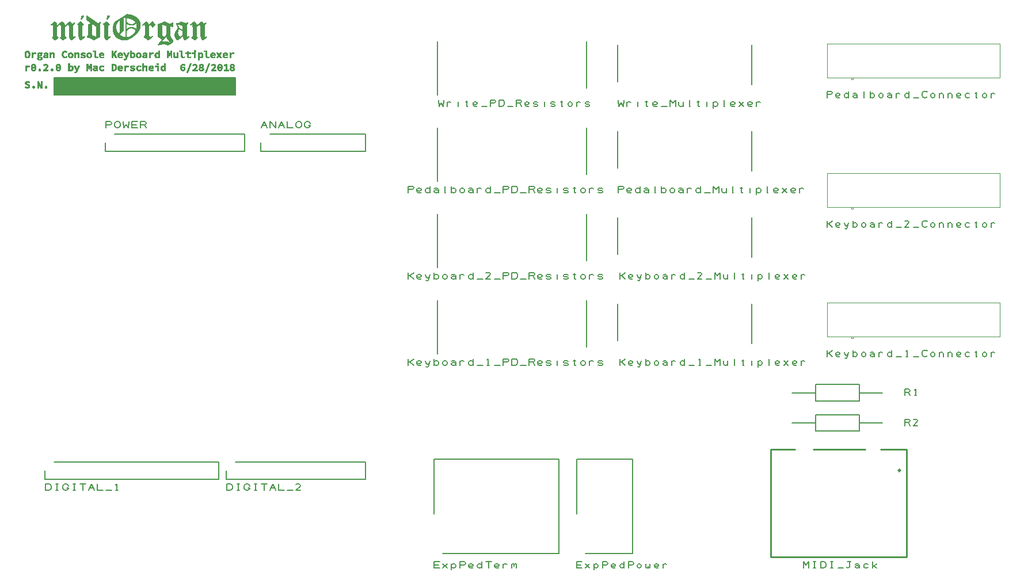
<source format=gbr>
G04 EasyPC Gerber Version 21.0.3 Build 4286 *
%FSLAX35Y35*%
%MOIN*%
%ADD14C,0.00100*%
%ADD13C,0.00394*%
%ADD11C,0.00500*%
%ADD10C,0.00600*%
%ADD12C,0.00787*%
%ADD15C,0.01000*%
X0Y0D02*
D02*
D10*
X351450Y156750D02*
Y135450D01*
Y206750D02*
Y185450D01*
Y256750D02*
Y235450D01*
Y306750D02*
Y285450D01*
X429050Y133750D02*
Y156750D01*
Y183750D02*
Y206750D01*
Y233750D02*
Y256750D01*
Y283750D02*
Y306750D01*
D02*
D11*
X20250Y48687D02*
Y52437D01*
X22125*
X22750Y52125*
X23063Y51813*
X23375Y51187*
Y49937*
X23063Y49313*
X22750Y49000*
X22125Y48687*
X20250*
X26187D02*
X27437D01*
X26813D02*
Y52437D01*
X26187D02*
X27437D01*
X32437Y50250D02*
X33375D01*
Y49937*
X33063Y49313*
X32750Y49000*
X32125Y48687*
X31500*
X30875Y49000*
X30563Y49313*
X30250Y49937*
Y51187*
X30563Y51813*
X30875Y52125*
X31500Y52437*
X32125*
X32750Y52125*
X33063Y51813*
X33375Y51187*
X36187Y48687D02*
X37437D01*
X36813D02*
Y52437D01*
X36187D02*
X37437D01*
X41813Y48687D02*
Y52437D01*
X40250D02*
X43375D01*
X45250Y48687D02*
X46813Y52437D01*
X48375Y48687*
X45875Y50250D02*
X47750D01*
X50250Y52437D02*
Y48687D01*
X53375*
X55250D02*
X58375D01*
X60875D02*
X62125D01*
X61500D02*
Y52437D01*
X60875Y51813*
X25250Y287750D02*
Y277750D01*
X130250*
Y287750*
X25250*
G36*
Y277750*
X130250*
Y287750*
X25250*
G37*
X55250Y258687D02*
Y262437D01*
X57437*
X58063Y262125*
X58375Y261500*
X58063Y260875*
X57437Y260563*
X55250*
X60250Y259937D02*
Y261187D01*
X60563Y261813*
X60875Y262125*
X61500Y262437*
X62125*
X62750Y262125*
X63063Y261813*
X63375Y261187*
Y259937*
X63063Y259313*
X62750Y259000*
X62125Y258687*
X61500*
X60875Y259000*
X60563Y259313*
X60250Y259937*
X65250Y262437D02*
X65563Y258687D01*
X66813Y260563*
X68063Y258687*
X68375Y262437*
X70250Y258687D02*
Y262437D01*
X73375*
X72750Y260563D02*
X70250D01*
Y258687D02*
X73375D01*
X75250D02*
Y262437D01*
X77437*
X78063Y262125*
X78375Y261500*
X78063Y260875*
X77437Y260563*
X75250*
X77437D02*
X78375Y258687D01*
X125250Y48687D02*
Y52437D01*
X127125*
X127750Y52125*
X128063Y51813*
X128375Y51187*
Y49937*
X128063Y49313*
X127750Y49000*
X127125Y48687*
X125250*
X131187D02*
X132437D01*
X131813D02*
Y52437D01*
X131187D02*
X132437D01*
X137437Y50250D02*
X138375D01*
Y49937*
X138063Y49313*
X137750Y49000*
X137125Y48687*
X136500*
X135875Y49000*
X135563Y49313*
X135250Y49937*
Y51187*
X135563Y51813*
X135875Y52125*
X136500Y52437*
X137125*
X137750Y52125*
X138063Y51813*
X138375Y51187*
X141187Y48687D02*
X142437D01*
X141813D02*
Y52437D01*
X141187D02*
X142437D01*
X146813Y48687D02*
Y52437D01*
X145250D02*
X148375D01*
X150250Y48687D02*
X151813Y52437D01*
X153375Y48687*
X150875Y50250D02*
X152750D01*
X155250Y52437D02*
Y48687D01*
X158375*
X160250D02*
X163375D01*
X167750D02*
X165250D01*
X167437Y50875*
X167750Y51500*
X167437Y52125*
X166813Y52437*
X165875*
X165250Y52125*
X145250Y258687D02*
X146813Y262437D01*
X148375Y258687*
X145875Y260250D02*
X147750D01*
X150250Y258687D02*
Y262437D01*
X153375Y258687*
Y262437*
X155250Y258687D02*
X156813Y262437D01*
X158375Y258687*
X155875Y260250D02*
X157750D01*
X160250Y262437D02*
Y258687D01*
X163375*
X165250Y259937D02*
Y261187D01*
X165563Y261813*
X165875Y262125*
X166500Y262437*
X167125*
X167750Y262125*
X168063Y261813*
X168375Y261187*
Y259937*
X168063Y259313*
X167750Y259000*
X167125Y258687*
X166500*
X165875Y259000*
X165563Y259313*
X165250Y259937*
X172437Y260250D02*
X173375D01*
Y259937*
X173063Y259313*
X172750Y259000*
X172125Y258687*
X171500*
X170875Y259000*
X170563Y259313*
X170250Y259937*
Y261187*
X170563Y261813*
X170875Y262125*
X171500Y262437*
X172125*
X172750Y262125*
X173063Y261813*
X173375Y261187*
X230250Y121187D02*
Y124937D01*
Y123063D02*
X231187D01*
X233375Y124937*
X231187Y123063D02*
X233375Y121187D01*
X237750Y121500D02*
X237437Y121187D01*
X236813*
X236187*
X235563Y121500*
X235250Y122125*
Y123063*
X235563Y123375*
X236187Y123687*
X236813*
X237437Y123375*
X237750Y123063*
Y122750*
X237437Y122437*
X236813Y122125*
X236187*
X235563Y122437*
X235250Y122750*
X240250Y123687D02*
X240563Y122437D01*
X241187Y121813*
X241813*
X242437Y122437*
X242750Y123687*
X242437Y122437D02*
X242125Y121187D01*
X241813Y120563*
X241187Y120250*
X240563Y120563*
X245250Y122125D02*
X245563Y121500D01*
X246187Y121187*
X246813*
X247437Y121500*
X247750Y122125*
Y122750*
X247437Y123375*
X246813Y123687*
X246187*
X245563Y123375*
X245250Y122750*
Y121187D02*
Y124937D01*
X250250Y122125D02*
X250563Y121500D01*
X251187Y121187*
X251813*
X252437Y121500*
X252750Y122125*
Y122750*
X252437Y123375*
X251813Y123687*
X251187*
X250563Y123375*
X250250Y122750*
Y122125*
X255250Y123375D02*
X255875Y123687D01*
X256813*
X257437Y123375*
X257750Y122750*
Y121813*
X257437Y121500*
X256813Y121187*
X256187*
X255563Y121500*
X255250Y121813*
Y122125*
X255563Y122437*
X256187Y122750*
X256813*
X257437Y122437*
X257750Y122125*
Y121813D02*
Y121187D01*
X260250D02*
Y123687D01*
Y122750D02*
X260563Y123375D01*
X261187Y123687*
X261813*
X262437Y123375*
X267750Y122750D02*
X267437Y123375D01*
X266813Y123687*
X266187*
X265563Y123375*
X265250Y122750*
Y122125*
X265563Y121500*
X266187Y121187*
X266813*
X267437Y121500*
X267750Y122125*
Y121187D02*
Y124937D01*
X270250Y121187D02*
X273375D01*
X275875D02*
X277125D01*
X276500D02*
Y124937D01*
X275875Y124313*
X280250Y121187D02*
X283375D01*
X285250D02*
Y124937D01*
X287437*
X288063Y124625*
X288375Y124000*
X288063Y123375*
X287437Y123063*
X285250*
X290250Y121187D02*
Y124937D01*
X292125*
X292750Y124625*
X293063Y124313*
X293375Y123687*
Y122437*
X293063Y121813*
X292750Y121500*
X292125Y121187*
X290250*
X295250D02*
X298375D01*
X300250D02*
Y124937D01*
X302437*
X303063Y124625*
X303375Y124000*
X303063Y123375*
X302437Y123063*
X300250*
X302437D02*
X303375Y121187D01*
X307750Y121500D02*
X307437Y121187D01*
X306813*
X306187*
X305563Y121500*
X305250Y122125*
Y123063*
X305563Y123375*
X306187Y123687*
X306813*
X307437Y123375*
X307750Y123063*
Y122750*
X307437Y122437*
X306813Y122125*
X306187*
X305563Y122437*
X305250Y122750*
X310250Y121500D02*
X310875Y121187D01*
X312125*
X312750Y121500*
Y122125*
X312125Y122437*
X310875*
X310250Y122750*
Y123375*
X310875Y123687*
X312125*
X312750Y123375*
X316500Y121187D02*
Y123687D01*
Y124625D02*
X320250Y121500*
X320875Y121187D01*
X322125*
X322750Y121500*
Y122125*
X322125Y122437*
X320875*
X320250Y122750*
Y123375*
X320875Y123687*
X322125*
X322750Y123375*
X325875Y123687D02*
X327125D01*
X326500Y124313D02*
Y121500D01*
X326813Y121187*
X327125*
X327437Y121500*
X330250Y122125D02*
X330563Y121500D01*
X331187Y121187*
X331813*
X332437Y121500*
X332750Y122125*
Y122750*
X332437Y123375*
X331813Y123687*
X331187*
X330563Y123375*
X330250Y122750*
Y122125*
X335250Y121187D02*
Y123687D01*
Y122750D02*
X335563Y123375D01*
X336187Y123687*
X336813*
X337437Y123375*
X340250Y121500D02*
X340875Y121187D01*
X342125*
X342750Y121500*
Y122125*
X342125Y122437*
X340875*
X340250Y122750*
Y123375*
X340875Y123687*
X342125*
X342750Y123375*
X230250Y171187D02*
Y174937D01*
Y173063D02*
X231187D01*
X233375Y174937*
X231187Y173063D02*
X233375Y171187D01*
X237750Y171500D02*
X237437Y171187D01*
X236813*
X236187*
X235563Y171500*
X235250Y172125*
Y173063*
X235563Y173375*
X236187Y173687*
X236813*
X237437Y173375*
X237750Y173063*
Y172750*
X237437Y172437*
X236813Y172125*
X236187*
X235563Y172437*
X235250Y172750*
X240250Y173687D02*
X240563Y172437D01*
X241187Y171813*
X241813*
X242437Y172437*
X242750Y173687*
X242437Y172437D02*
X242125Y171187D01*
X241813Y170563*
X241187Y170250*
X240563Y170563*
X245250Y172125D02*
X245563Y171500D01*
X246187Y171187*
X246813*
X247437Y171500*
X247750Y172125*
Y172750*
X247437Y173375*
X246813Y173687*
X246187*
X245563Y173375*
X245250Y172750*
Y171187D02*
Y174937D01*
X250250Y172125D02*
X250563Y171500D01*
X251187Y171187*
X251813*
X252437Y171500*
X252750Y172125*
Y172750*
X252437Y173375*
X251813Y173687*
X251187*
X250563Y173375*
X250250Y172750*
Y172125*
X255250Y173375D02*
X255875Y173687D01*
X256813*
X257437Y173375*
X257750Y172750*
Y171813*
X257437Y171500*
X256813Y171187*
X256187*
X255563Y171500*
X255250Y171813*
Y172125*
X255563Y172437*
X256187Y172750*
X256813*
X257437Y172437*
X257750Y172125*
Y171813D02*
Y171187D01*
X260250D02*
Y173687D01*
Y172750D02*
X260563Y173375D01*
X261187Y173687*
X261813*
X262437Y173375*
X267750Y172750D02*
X267437Y173375D01*
X266813Y173687*
X266187*
X265563Y173375*
X265250Y172750*
Y172125*
X265563Y171500*
X266187Y171187*
X266813*
X267437Y171500*
X267750Y172125*
Y171187D02*
Y174937D01*
X270250Y171187D02*
X273375D01*
X277750D02*
X275250D01*
X277437Y173375*
X277750Y174000*
X277437Y174625*
X276813Y174937*
X275875*
X275250Y174625*
X280250Y171187D02*
X283375D01*
X285250D02*
Y174937D01*
X287437*
X288063Y174625*
X288375Y174000*
X288063Y173375*
X287437Y173063*
X285250*
X290250Y171187D02*
Y174937D01*
X292125*
X292750Y174625*
X293063Y174313*
X293375Y173687*
Y172437*
X293063Y171813*
X292750Y171500*
X292125Y171187*
X290250*
X295250D02*
X298375D01*
X300250D02*
Y174937D01*
X302437*
X303063Y174625*
X303375Y174000*
X303063Y173375*
X302437Y173063*
X300250*
X302437D02*
X303375Y171187D01*
X307750Y171500D02*
X307437Y171187D01*
X306813*
X306187*
X305563Y171500*
X305250Y172125*
Y173063*
X305563Y173375*
X306187Y173687*
X306813*
X307437Y173375*
X307750Y173063*
Y172750*
X307437Y172437*
X306813Y172125*
X306187*
X305563Y172437*
X305250Y172750*
X310250Y171500D02*
X310875Y171187D01*
X312125*
X312750Y171500*
Y172125*
X312125Y172437*
X310875*
X310250Y172750*
Y173375*
X310875Y173687*
X312125*
X312750Y173375*
X316500Y171187D02*
Y173687D01*
Y174625D02*
X320250Y171500*
X320875Y171187D01*
X322125*
X322750Y171500*
Y172125*
X322125Y172437*
X320875*
X320250Y172750*
Y173375*
X320875Y173687*
X322125*
X322750Y173375*
X325875Y173687D02*
X327125D01*
X326500Y174313D02*
Y171500D01*
X326813Y171187*
X327125*
X327437Y171500*
X330250Y172125D02*
X330563Y171500D01*
X331187Y171187*
X331813*
X332437Y171500*
X332750Y172125*
Y172750*
X332437Y173375*
X331813Y173687*
X331187*
X330563Y173375*
X330250Y172750*
Y172125*
X335250Y171187D02*
Y173687D01*
Y172750D02*
X335563Y173375D01*
X336187Y173687*
X336813*
X337437Y173375*
X340250Y171500D02*
X340875Y171187D01*
X342125*
X342750Y171500*
Y172125*
X342125Y172437*
X340875*
X340250Y172750*
Y173375*
X340875Y173687*
X342125*
X342750Y173375*
X230250Y221187D02*
Y224937D01*
X232437*
X233063Y224625*
X233375Y224000*
X233063Y223375*
X232437Y223063*
X230250*
X237750Y221500D02*
X237437Y221187D01*
X236813*
X236187*
X235563Y221500*
X235250Y222125*
Y223063*
X235563Y223375*
X236187Y223687*
X236813*
X237437Y223375*
X237750Y223063*
Y222750*
X237437Y222437*
X236813Y222125*
X236187*
X235563Y222437*
X235250Y222750*
X242750D02*
X242437Y223375D01*
X241813Y223687*
X241187*
X240563Y223375*
X240250Y222750*
Y222125*
X240563Y221500*
X241187Y221187*
X241813*
X242437Y221500*
X242750Y222125*
Y221187D02*
Y224937D01*
X245250Y223375D02*
X245875Y223687D01*
X246813*
X247437Y223375*
X247750Y222750*
Y221813*
X247437Y221500*
X246813Y221187*
X246187*
X245563Y221500*
X245250Y221813*
Y222125*
X245563Y222437*
X246187Y222750*
X246813*
X247437Y222437*
X247750Y222125*
Y221813D02*
Y221187D01*
X251813D02*
X251500D01*
Y224937*
X255250Y222125D02*
X255563Y221500D01*
X256187Y221187*
X256813*
X257437Y221500*
X257750Y222125*
Y222750*
X257437Y223375*
X256813Y223687*
X256187*
X255563Y223375*
X255250Y222750*
Y221187D02*
Y224937D01*
X260250Y222125D02*
X260563Y221500D01*
X261187Y221187*
X261813*
X262437Y221500*
X262750Y222125*
Y222750*
X262437Y223375*
X261813Y223687*
X261187*
X260563Y223375*
X260250Y222750*
Y222125*
X265250Y223375D02*
X265875Y223687D01*
X266813*
X267437Y223375*
X267750Y222750*
Y221813*
X267437Y221500*
X266813Y221187*
X266187*
X265563Y221500*
X265250Y221813*
Y222125*
X265563Y222437*
X266187Y222750*
X266813*
X267437Y222437*
X267750Y222125*
Y221813D02*
Y221187D01*
X270250D02*
Y223687D01*
Y222750D02*
X270563Y223375D01*
X271187Y223687*
X271813*
X272437Y223375*
X277750Y222750D02*
X277437Y223375D01*
X276813Y223687*
X276187*
X275563Y223375*
X275250Y222750*
Y222125*
X275563Y221500*
X276187Y221187*
X276813*
X277437Y221500*
X277750Y222125*
Y221187D02*
Y224937D01*
X280250Y221187D02*
X283375D01*
X285250D02*
Y224937D01*
X287437*
X288063Y224625*
X288375Y224000*
X288063Y223375*
X287437Y223063*
X285250*
X290250Y221187D02*
Y224937D01*
X292125*
X292750Y224625*
X293063Y224313*
X293375Y223687*
Y222437*
X293063Y221813*
X292750Y221500*
X292125Y221187*
X290250*
X295250D02*
X298375D01*
X300250D02*
Y224937D01*
X302437*
X303063Y224625*
X303375Y224000*
X303063Y223375*
X302437Y223063*
X300250*
X302437D02*
X303375Y221187D01*
X307750Y221500D02*
X307437Y221187D01*
X306813*
X306187*
X305563Y221500*
X305250Y222125*
Y223063*
X305563Y223375*
X306187Y223687*
X306813*
X307437Y223375*
X307750Y223063*
Y222750*
X307437Y222437*
X306813Y222125*
X306187*
X305563Y222437*
X305250Y222750*
X310250Y221500D02*
X310875Y221187D01*
X312125*
X312750Y221500*
Y222125*
X312125Y222437*
X310875*
X310250Y222750*
Y223375*
X310875Y223687*
X312125*
X312750Y223375*
X316500Y221187D02*
Y223687D01*
Y224625D02*
X320250Y221500*
X320875Y221187D01*
X322125*
X322750Y221500*
Y222125*
X322125Y222437*
X320875*
X320250Y222750*
Y223375*
X320875Y223687*
X322125*
X322750Y223375*
X325875Y223687D02*
X327125D01*
X326500Y224313D02*
Y221500D01*
X326813Y221187*
X327125*
X327437Y221500*
X330250Y222125D02*
X330563Y221500D01*
X331187Y221187*
X331813*
X332437Y221500*
X332750Y222125*
Y222750*
X332437Y223375*
X331813Y223687*
X331187*
X330563Y223375*
X330250Y222750*
Y222125*
X335250Y221187D02*
Y223687D01*
Y222750D02*
X335563Y223375D01*
X336187Y223687*
X336813*
X337437Y223375*
X340250Y221500D02*
X340875Y221187D01*
X342125*
X342750Y221500*
Y222125*
X342125Y222437*
X340875*
X340250Y222750*
Y223375*
X340875Y223687*
X342125*
X342750Y223375*
X245250Y3687D02*
Y7437D01*
X248375*
X247750Y5563D02*
X245250D01*
Y3687D02*
X248375D01*
X250250D02*
X252750Y6187D01*
Y3687D02*
X250250Y6187D01*
X255250D02*
Y2750D01*
Y4625D02*
X255563Y4000D01*
X256187Y3687*
X256813*
X257437Y4000*
X257750Y4625*
Y5250*
X257437Y5875*
X256813Y6187*
X256187*
X255563Y5875*
X255250Y5250*
Y4625*
X260250Y3687D02*
Y7437D01*
X262437*
X263063Y7125*
X263375Y6500*
X263063Y5875*
X262437Y5563*
X260250*
X267750Y4000D02*
X267437Y3687D01*
X266813*
X266187*
X265563Y4000*
X265250Y4625*
Y5563*
X265563Y5875*
X266187Y6187*
X266813*
X267437Y5875*
X267750Y5563*
Y5250*
X267437Y4937*
X266813Y4625*
X266187*
X265563Y4937*
X265250Y5250*
X272750D02*
X272437Y5875D01*
X271813Y6187*
X271187*
X270563Y5875*
X270250Y5250*
Y4625*
X270563Y4000*
X271187Y3687*
X271813*
X272437Y4000*
X272750Y4625*
Y3687D02*
Y7437D01*
X276813Y3687D02*
Y7437D01*
X275250D02*
X278375D01*
X282750Y4000D02*
X282437Y3687D01*
X281813*
X281187*
X280563Y4000*
X280250Y4625*
Y5563*
X280563Y5875*
X281187Y6187*
X281813*
X282437Y5875*
X282750Y5563*
Y5250*
X282437Y4937*
X281813Y4625*
X281187*
X280563Y4937*
X280250Y5250*
X285250Y3687D02*
Y6187D01*
Y5250D02*
X285563Y5875D01*
X286187Y6187*
X286813*
X287437Y5875*
X290250Y3687D02*
Y6187D01*
Y5875D02*
X290563Y6187D01*
X291187*
X291500Y5875*
Y4937*
Y5875D02*
X291813Y6187D01*
X292437*
X292750Y5875*
Y3687*
X247750Y274937D02*
X248063Y271187D01*
X249313Y273063*
X250563Y271187*
X250875Y274937*
X252750Y271187D02*
Y273687D01*
Y272750D02*
X253063Y273375D01*
X253687Y273687*
X254313*
X254937Y273375*
X259000Y271187D02*
Y273687D01*
Y274625D02*
X263375Y273687*
X264625D01*
X264000Y274313D02*
Y271500D01*
X264313Y271187*
X264625*
X264937Y271500*
X270250D02*
X269937Y271187D01*
X269313*
X268687*
X268063Y271500*
X267750Y272125*
Y273063*
X268063Y273375*
X268687Y273687*
X269313*
X269937Y273375*
X270250Y273063*
Y272750*
X269937Y272437*
X269313Y272125*
X268687*
X268063Y272437*
X267750Y272750*
X272750Y271187D02*
X275875D01*
X277750D02*
Y274937D01*
X279937*
X280563Y274625*
X280875Y274000*
X280563Y273375*
X279937Y273063*
X277750*
X282750Y271187D02*
Y274937D01*
X284625*
X285250Y274625*
X285563Y274313*
X285875Y273687*
Y272437*
X285563Y271813*
X285250Y271500*
X284625Y271187*
X282750*
X287750D02*
X290875D01*
X292750D02*
Y274937D01*
X294937*
X295563Y274625*
X295875Y274000*
X295563Y273375*
X294937Y273063*
X292750*
X294937D02*
X295875Y271187D01*
X300250Y271500D02*
X299937Y271187D01*
X299313*
X298687*
X298063Y271500*
X297750Y272125*
Y273063*
X298063Y273375*
X298687Y273687*
X299313*
X299937Y273375*
X300250Y273063*
Y272750*
X299937Y272437*
X299313Y272125*
X298687*
X298063Y272437*
X297750Y272750*
X302750Y271500D02*
X303375Y271187D01*
X304625*
X305250Y271500*
Y272125*
X304625Y272437*
X303375*
X302750Y272750*
Y273375*
X303375Y273687*
X304625*
X305250Y273375*
X309000Y271187D02*
Y273687D01*
Y274625D02*
X312750Y271500*
X313375Y271187D01*
X314625*
X315250Y271500*
Y272125*
X314625Y272437*
X313375*
X312750Y272750*
Y273375*
X313375Y273687*
X314625*
X315250Y273375*
X318375Y273687D02*
X319625D01*
X319000Y274313D02*
Y271500D01*
X319313Y271187*
X319625*
X319937Y271500*
X322750Y272125D02*
X323063Y271500D01*
X323687Y271187*
X324313*
X324937Y271500*
X325250Y272125*
Y272750*
X324937Y273375*
X324313Y273687*
X323687*
X323063Y273375*
X322750Y272750*
Y272125*
X327750Y271187D02*
Y273687D01*
Y272750D02*
X328063Y273375D01*
X328687Y273687*
X329313*
X329937Y273375*
X332750Y271500D02*
X333375Y271187D01*
X334625*
X335250Y271500*
Y272125*
X334625Y272437*
X333375*
X332750Y272750*
Y273375*
X333375Y273687*
X334625*
X335250Y273375*
X327750Y3687D02*
Y7437D01*
X330875*
X330250Y5563D02*
X327750D01*
Y3687D02*
X330875D01*
X332750D02*
X335250Y6187D01*
Y3687D02*
X332750Y6187D01*
X337750D02*
Y2750D01*
Y4625D02*
X338063Y4000D01*
X338687Y3687*
X339313*
X339937Y4000*
X340250Y4625*
Y5250*
X339937Y5875*
X339313Y6187*
X338687*
X338063Y5875*
X337750Y5250*
Y4625*
X342750Y3687D02*
Y7437D01*
X344937*
X345563Y7125*
X345875Y6500*
X345563Y5875*
X344937Y5563*
X342750*
X350250Y4000D02*
X349937Y3687D01*
X349313*
X348687*
X348063Y4000*
X347750Y4625*
Y5563*
X348063Y5875*
X348687Y6187*
X349313*
X349937Y5875*
X350250Y5563*
Y5250*
X349937Y4937*
X349313Y4625*
X348687*
X348063Y4937*
X347750Y5250*
X355250D02*
X354937Y5875D01*
X354313Y6187*
X353687*
X353063Y5875*
X352750Y5250*
Y4625*
X353063Y4000*
X353687Y3687*
X354313*
X354937Y4000*
X355250Y4625*
Y3687D02*
Y7437D01*
X357750Y3687D02*
Y7437D01*
X359937*
X360563Y7125*
X360875Y6500*
X360563Y5875*
X359937Y5563*
X357750*
X362750Y4625D02*
X363063Y4000D01*
X363687Y3687*
X364313*
X364937Y4000*
X365250Y4625*
Y5250*
X364937Y5875*
X364313Y6187*
X363687*
X363063Y5875*
X362750Y5250*
Y4625*
X367750Y6187D02*
Y4000D01*
X368063Y3687*
X368687*
X369000Y4000*
Y4937*
Y4000D02*
X369313Y3687D01*
X369937*
X370250Y4000*
Y6187*
X375250Y4000D02*
X374937Y3687D01*
X374313*
X373687*
X373063Y4000*
X372750Y4625*
Y5563*
X373063Y5875*
X373687Y6187*
X374313*
X374937Y5875*
X375250Y5563*
Y5250*
X374937Y4937*
X374313Y4625*
X373687*
X373063Y4937*
X372750Y5250*
X377750Y3687D02*
Y6187D01*
Y5250D02*
X378063Y5875D01*
X378687Y6187*
X379313*
X379937Y5875*
X351950Y221187D02*
Y224937D01*
X354137*
X354763Y224625*
X355075Y224000*
X354763Y223375*
X354137Y223063*
X351950*
X359450Y221500D02*
X359137Y221187D01*
X358513*
X357887*
X357263Y221500*
X356950Y222125*
Y223063*
X357263Y223375*
X357887Y223687*
X358513*
X359137Y223375*
X359450Y223063*
Y222750*
X359137Y222437*
X358513Y222125*
X357887*
X357263Y222437*
X356950Y222750*
X364450D02*
X364137Y223375D01*
X363513Y223687*
X362887*
X362263Y223375*
X361950Y222750*
Y222125*
X362263Y221500*
X362887Y221187*
X363513*
X364137Y221500*
X364450Y222125*
Y221187D02*
Y224937D01*
X366950Y223375D02*
X367575Y223687D01*
X368513*
X369137Y223375*
X369450Y222750*
Y221813*
X369137Y221500*
X368513Y221187*
X367887*
X367263Y221500*
X366950Y221813*
Y222125*
X367263Y222437*
X367887Y222750*
X368513*
X369137Y222437*
X369450Y222125*
Y221813D02*
Y221187D01*
X373513D02*
X373200D01*
Y224937*
X376950Y222125D02*
X377263Y221500D01*
X377887Y221187*
X378513*
X379137Y221500*
X379450Y222125*
Y222750*
X379137Y223375*
X378513Y223687*
X377887*
X377263Y223375*
X376950Y222750*
Y221187D02*
Y224937D01*
X381950Y222125D02*
X382263Y221500D01*
X382887Y221187*
X383513*
X384137Y221500*
X384450Y222125*
Y222750*
X384137Y223375*
X383513Y223687*
X382887*
X382263Y223375*
X381950Y222750*
Y222125*
X386950Y223375D02*
X387575Y223687D01*
X388513*
X389137Y223375*
X389450Y222750*
Y221813*
X389137Y221500*
X388513Y221187*
X387887*
X387263Y221500*
X386950Y221813*
Y222125*
X387263Y222437*
X387887Y222750*
X388513*
X389137Y222437*
X389450Y222125*
Y221813D02*
Y221187D01*
X391950D02*
Y223687D01*
Y222750D02*
X392263Y223375D01*
X392887Y223687*
X393513*
X394137Y223375*
X399450Y222750D02*
X399137Y223375D01*
X398513Y223687*
X397887*
X397263Y223375*
X396950Y222750*
Y222125*
X397263Y221500*
X397887Y221187*
X398513*
X399137Y221500*
X399450Y222125*
Y221187D02*
Y224937D01*
X401950Y221187D02*
X405075D01*
X406950D02*
Y224937D01*
X408513Y223063*
X410075Y224937*
Y221187*
X411950Y223687D02*
Y222125D01*
X412263Y221500*
X412887Y221187*
X413513*
X414137Y221500*
X414450Y222125*
Y223687D02*
Y221187D01*
X418513D02*
X418200D01*
Y224937*
X422575Y223687D02*
X423825D01*
X423200Y224313D02*
Y221500D01*
X423513Y221187*
X423825*
X424137Y221500*
X428200Y221187D02*
Y223687D01*
Y224625D02*
X431950Y223687*
Y220250D01*
Y222125D02*
X432263Y221500D01*
X432887Y221187*
X433513*
X434137Y221500*
X434450Y222125*
Y222750*
X434137Y223375*
X433513Y223687*
X432887*
X432263Y223375*
X431950Y222750*
Y222125*
X438513Y221187D02*
X438200D01*
Y224937*
X444450Y221500D02*
X444137Y221187D01*
X443513*
X442887*
X442263Y221500*
X441950Y222125*
Y223063*
X442263Y223375*
X442887Y223687*
X443513*
X444137Y223375*
X444450Y223063*
Y222750*
X444137Y222437*
X443513Y222125*
X442887*
X442263Y222437*
X441950Y222750*
X446950Y221187D02*
X449450Y223687D01*
Y221187D02*
X446950Y223687D01*
X454450Y221500D02*
X454137Y221187D01*
X453513*
X452887*
X452263Y221500*
X451950Y222125*
Y223063*
X452263Y223375*
X452887Y223687*
X453513*
X454137Y223375*
X454450Y223063*
Y222750*
X454137Y222437*
X453513Y222125*
X452887*
X452263Y222437*
X451950Y222750*
X456950Y221187D02*
Y223687D01*
Y222750D02*
X457263Y223375D01*
X457887Y223687*
X458513*
X459137Y223375*
X351950Y274937D02*
X352263Y271187D01*
X353513Y273063*
X354763Y271187*
X355075Y274937*
X356950Y271187D02*
Y273687D01*
Y272750D02*
X357263Y273375D01*
X357887Y273687*
X358513*
X359137Y273375*
X363200Y271187D02*
Y273687D01*
Y274625D02*
X367575Y273687*
X368825D01*
X368200Y274313D02*
Y271500D01*
X368513Y271187*
X368825*
X369137Y271500*
X374450D02*
X374137Y271187D01*
X373513*
X372887*
X372263Y271500*
X371950Y272125*
Y273063*
X372263Y273375*
X372887Y273687*
X373513*
X374137Y273375*
X374450Y273063*
Y272750*
X374137Y272437*
X373513Y272125*
X372887*
X372263Y272437*
X371950Y272750*
X376950Y271187D02*
X380075D01*
X381950D02*
Y274937D01*
X383513Y273063*
X385075Y274937*
Y271187*
X386950Y273687D02*
Y272125D01*
X387263Y271500*
X387887Y271187*
X388513*
X389137Y271500*
X389450Y272125*
Y273687D02*
Y271187D01*
X393513D02*
X393200D01*
Y274937*
X397575Y273687D02*
X398825D01*
X398200Y274313D02*
Y271500D01*
X398513Y271187*
X398825*
X399137Y271500*
X403200Y271187D02*
Y273687D01*
Y274625D02*
X406950Y273687*
Y270250D01*
Y272125D02*
X407263Y271500D01*
X407887Y271187*
X408513*
X409137Y271500*
X409450Y272125*
Y272750*
X409137Y273375*
X408513Y273687*
X407887*
X407263Y273375*
X406950Y272750*
Y272125*
X413513Y271187D02*
X413200D01*
Y274937*
X419450Y271500D02*
X419137Y271187D01*
X418513*
X417887*
X417263Y271500*
X416950Y272125*
Y273063*
X417263Y273375*
X417887Y273687*
X418513*
X419137Y273375*
X419450Y273063*
Y272750*
X419137Y272437*
X418513Y272125*
X417887*
X417263Y272437*
X416950Y272750*
X421950Y271187D02*
X424450Y273687D01*
Y271187D02*
X421950Y273687D01*
X429450Y271500D02*
X429137Y271187D01*
X428513*
X427887*
X427263Y271500*
X426950Y272125*
Y273063*
X427263Y273375*
X427887Y273687*
X428513*
X429137Y273375*
X429450Y273063*
Y272750*
X429137Y272437*
X428513Y272125*
X427887*
X427263Y272437*
X426950Y272750*
X431950Y271187D02*
Y273687D01*
Y272750D02*
X432263Y273375D01*
X432887Y273687*
X433513*
X434137Y273375*
X352750Y121187D02*
Y124937D01*
Y123063D02*
X353687D01*
X355875Y124937*
X353687Y123063D02*
X355875Y121187D01*
X360250Y121500D02*
X359937Y121187D01*
X359313*
X358687*
X358063Y121500*
X357750Y122125*
Y123063*
X358063Y123375*
X358687Y123687*
X359313*
X359937Y123375*
X360250Y123063*
Y122750*
X359937Y122437*
X359313Y122125*
X358687*
X358063Y122437*
X357750Y122750*
X362750Y123687D02*
X363063Y122437D01*
X363687Y121813*
X364313*
X364937Y122437*
X365250Y123687*
X364937Y122437D02*
X364625Y121187D01*
X364313Y120563*
X363687Y120250*
X363063Y120563*
X367750Y122125D02*
X368063Y121500D01*
X368687Y121187*
X369313*
X369937Y121500*
X370250Y122125*
Y122750*
X369937Y123375*
X369313Y123687*
X368687*
X368063Y123375*
X367750Y122750*
Y121187D02*
Y124937D01*
X372750Y122125D02*
X373063Y121500D01*
X373687Y121187*
X374313*
X374937Y121500*
X375250Y122125*
Y122750*
X374937Y123375*
X374313Y123687*
X373687*
X373063Y123375*
X372750Y122750*
Y122125*
X377750Y123375D02*
X378375Y123687D01*
X379313*
X379937Y123375*
X380250Y122750*
Y121813*
X379937Y121500*
X379313Y121187*
X378687*
X378063Y121500*
X377750Y121813*
Y122125*
X378063Y122437*
X378687Y122750*
X379313*
X379937Y122437*
X380250Y122125*
Y121813D02*
Y121187D01*
X382750D02*
Y123687D01*
Y122750D02*
X383063Y123375D01*
X383687Y123687*
X384313*
X384937Y123375*
X390250Y122750D02*
X389937Y123375D01*
X389313Y123687*
X388687*
X388063Y123375*
X387750Y122750*
Y122125*
X388063Y121500*
X388687Y121187*
X389313*
X389937Y121500*
X390250Y122125*
Y121187D02*
Y124937D01*
X392750Y121187D02*
X395875D01*
X398375D02*
X399625D01*
X399000D02*
Y124937D01*
X398375Y124313*
X402750Y121187D02*
X405875D01*
X407750D02*
Y124937D01*
X409313Y123063*
X410875Y124937*
Y121187*
X412750Y123687D02*
Y122125D01*
X413063Y121500*
X413687Y121187*
X414313*
X414937Y121500*
X415250Y122125*
Y123687D02*
Y121187D01*
X419313D02*
X419000D01*
Y124937*
X423375Y123687D02*
X424625D01*
X424000Y124313D02*
Y121500D01*
X424313Y121187*
X424625*
X424937Y121500*
X429000Y121187D02*
Y123687D01*
Y124625D02*
X432750Y123687*
Y120250D01*
Y122125D02*
X433063Y121500D01*
X433687Y121187*
X434313*
X434937Y121500*
X435250Y122125*
Y122750*
X434937Y123375*
X434313Y123687*
X433687*
X433063Y123375*
X432750Y122750*
Y122125*
X439313Y121187D02*
X439000D01*
Y124937*
X445250Y121500D02*
X444937Y121187D01*
X444313*
X443687*
X443063Y121500*
X442750Y122125*
Y123063*
X443063Y123375*
X443687Y123687*
X444313*
X444937Y123375*
X445250Y123063*
Y122750*
X444937Y122437*
X444313Y122125*
X443687*
X443063Y122437*
X442750Y122750*
X447750Y121187D02*
X450250Y123687D01*
Y121187D02*
X447750Y123687D01*
X455250Y121500D02*
X454937Y121187D01*
X454313*
X453687*
X453063Y121500*
X452750Y122125*
Y123063*
X453063Y123375*
X453687Y123687*
X454313*
X454937Y123375*
X455250Y123063*
Y122750*
X454937Y122437*
X454313Y122125*
X453687*
X453063Y122437*
X452750Y122750*
X457750Y121187D02*
Y123687D01*
Y122750D02*
X458063Y123375D01*
X458687Y123687*
X459313*
X459937Y123375*
X352750Y171187D02*
Y174937D01*
Y173063D02*
X353687D01*
X355875Y174937*
X353687Y173063D02*
X355875Y171187D01*
X360250Y171500D02*
X359937Y171187D01*
X359313*
X358687*
X358063Y171500*
X357750Y172125*
Y173063*
X358063Y173375*
X358687Y173687*
X359313*
X359937Y173375*
X360250Y173063*
Y172750*
X359937Y172437*
X359313Y172125*
X358687*
X358063Y172437*
X357750Y172750*
X362750Y173687D02*
X363063Y172437D01*
X363687Y171813*
X364313*
X364937Y172437*
X365250Y173687*
X364937Y172437D02*
X364625Y171187D01*
X364313Y170563*
X363687Y170250*
X363063Y170563*
X367750Y172125D02*
X368063Y171500D01*
X368687Y171187*
X369313*
X369937Y171500*
X370250Y172125*
Y172750*
X369937Y173375*
X369313Y173687*
X368687*
X368063Y173375*
X367750Y172750*
Y171187D02*
Y174937D01*
X372750Y172125D02*
X373063Y171500D01*
X373687Y171187*
X374313*
X374937Y171500*
X375250Y172125*
Y172750*
X374937Y173375*
X374313Y173687*
X373687*
X373063Y173375*
X372750Y172750*
Y172125*
X377750Y173375D02*
X378375Y173687D01*
X379313*
X379937Y173375*
X380250Y172750*
Y171813*
X379937Y171500*
X379313Y171187*
X378687*
X378063Y171500*
X377750Y171813*
Y172125*
X378063Y172437*
X378687Y172750*
X379313*
X379937Y172437*
X380250Y172125*
Y171813D02*
Y171187D01*
X382750D02*
Y173687D01*
Y172750D02*
X383063Y173375D01*
X383687Y173687*
X384313*
X384937Y173375*
X390250Y172750D02*
X389937Y173375D01*
X389313Y173687*
X388687*
X388063Y173375*
X387750Y172750*
Y172125*
X388063Y171500*
X388687Y171187*
X389313*
X389937Y171500*
X390250Y172125*
Y171187D02*
Y174937D01*
X392750Y171187D02*
X395875D01*
X400250D02*
X397750D01*
X399937Y173375*
X400250Y174000*
X399937Y174625*
X399313Y174937*
X398375*
X397750Y174625*
X402750Y171187D02*
X405875D01*
X407750D02*
Y174937D01*
X409313Y173063*
X410875Y174937*
Y171187*
X412750Y173687D02*
Y172125D01*
X413063Y171500*
X413687Y171187*
X414313*
X414937Y171500*
X415250Y172125*
Y173687D02*
Y171187D01*
X419313D02*
X419000D01*
Y174937*
X423375Y173687D02*
X424625D01*
X424000Y174313D02*
Y171500D01*
X424313Y171187*
X424625*
X424937Y171500*
X429000Y171187D02*
Y173687D01*
Y174625D02*
X432750Y173687*
Y170250D01*
Y172125D02*
X433063Y171500D01*
X433687Y171187*
X434313*
X434937Y171500*
X435250Y172125*
Y172750*
X434937Y173375*
X434313Y173687*
X433687*
X433063Y173375*
X432750Y172750*
Y172125*
X439313Y171187D02*
X439000D01*
Y174937*
X445250Y171500D02*
X444937Y171187D01*
X444313*
X443687*
X443063Y171500*
X442750Y172125*
Y173063*
X443063Y173375*
X443687Y173687*
X444313*
X444937Y173375*
X445250Y173063*
Y172750*
X444937Y172437*
X444313Y172125*
X443687*
X443063Y172437*
X442750Y172750*
X447750Y171187D02*
X450250Y173687D01*
Y171187D02*
X447750Y173687D01*
X455250Y171500D02*
X454937Y171187D01*
X454313*
X453687*
X453063Y171500*
X452750Y172125*
Y173063*
X453063Y173375*
X453687Y173687*
X454313*
X454937Y173375*
X455250Y173063*
Y172750*
X454937Y172437*
X454313Y172125*
X453687*
X453063Y172437*
X452750Y172750*
X457750Y171187D02*
Y173687D01*
Y172750D02*
X458063Y173375D01*
X458687Y173687*
X459313*
X459937Y173375*
X459000Y3687D02*
Y7437D01*
X460563Y5563*
X462125Y7437*
Y3687*
X464937D02*
X466187D01*
X465563D02*
Y7437D01*
X464937D02*
X466187D01*
X469000Y3687D02*
Y7437D01*
X470875*
X471500Y7125*
X471813Y6813*
X472125Y6187*
Y4937*
X471813Y4313*
X471500Y4000*
X470875Y3687*
X469000*
X474937D02*
X476187D01*
X475563D02*
Y7437D01*
X474937D02*
X476187D01*
X479000Y3687D02*
X482125D01*
X484000Y4313D02*
X484313Y4000D01*
X484937Y3687*
X485563Y4000*
X485875Y4313*
Y7437*
X486500*
X485875D02*
X484625D01*
X489000Y5875D02*
X489625Y6187D01*
X490563*
X491187Y5875*
X491500Y5250*
Y4313*
X491187Y4000*
X490563Y3687*
X489937*
X489313Y4000*
X489000Y4313*
Y4625*
X489313Y4937*
X489937Y5250*
X490563*
X491187Y4937*
X491500Y4625*
Y4313D02*
Y3687D01*
X496500Y5875D02*
X495875Y6187D01*
X494937*
X494313Y5875*
X494000Y5250*
Y4625*
X494313Y4000*
X494937Y3687*
X495875*
X496500Y4000*
X499000Y3687D02*
Y7437D01*
Y4937D02*
X499937D01*
X501500Y6187*
X499937Y4937D02*
X501500Y3687D01*
X472750Y126187D02*
Y129937D01*
Y128063D02*
X473687D01*
X475875Y129937*
X473687Y128063D02*
X475875Y126187D01*
X480250Y126500D02*
X479937Y126187D01*
X479313*
X478687*
X478063Y126500*
X477750Y127125*
Y128063*
X478063Y128375*
X478687Y128687*
X479313*
X479937Y128375*
X480250Y128063*
Y127750*
X479937Y127437*
X479313Y127125*
X478687*
X478063Y127437*
X477750Y127750*
X482750Y128687D02*
X483063Y127437D01*
X483687Y126813*
X484313*
X484937Y127437*
X485250Y128687*
X484937Y127437D02*
X484625Y126187D01*
X484313Y125563*
X483687Y125250*
X483063Y125563*
X487750Y127125D02*
X488063Y126500D01*
X488687Y126187*
X489313*
X489937Y126500*
X490250Y127125*
Y127750*
X489937Y128375*
X489313Y128687*
X488687*
X488063Y128375*
X487750Y127750*
Y126187D02*
Y129937D01*
X492750Y127125D02*
X493063Y126500D01*
X493687Y126187*
X494313*
X494937Y126500*
X495250Y127125*
Y127750*
X494937Y128375*
X494313Y128687*
X493687*
X493063Y128375*
X492750Y127750*
Y127125*
X497750Y128375D02*
X498375Y128687D01*
X499313*
X499937Y128375*
X500250Y127750*
Y126813*
X499937Y126500*
X499313Y126187*
X498687*
X498063Y126500*
X497750Y126813*
Y127125*
X498063Y127437*
X498687Y127750*
X499313*
X499937Y127437*
X500250Y127125*
Y126813D02*
Y126187D01*
X502750D02*
Y128687D01*
Y127750D02*
X503063Y128375D01*
X503687Y128687*
X504313*
X504937Y128375*
X510250Y127750D02*
X509937Y128375D01*
X509313Y128687*
X508687*
X508063Y128375*
X507750Y127750*
Y127125*
X508063Y126500*
X508687Y126187*
X509313*
X509937Y126500*
X510250Y127125*
Y126187D02*
Y129937D01*
X512750Y126187D02*
X515875D01*
X518375D02*
X519625D01*
X519000D02*
Y129937D01*
X518375Y129313*
X522750Y126187D02*
X525875D01*
X530875Y126813D02*
X530563Y126500D01*
X529937Y126187*
X529000*
X528375Y126500*
X528063Y126813*
X527750Y127437*
Y128687*
X528063Y129313*
X528375Y129625*
X529000Y129937*
X529937*
X530563Y129625*
X530875Y129313*
X532750Y127125D02*
X533063Y126500D01*
X533687Y126187*
X534313*
X534937Y126500*
X535250Y127125*
Y127750*
X534937Y128375*
X534313Y128687*
X533687*
X533063Y128375*
X532750Y127750*
Y127125*
X537750Y126187D02*
Y128687D01*
Y127750D02*
X538063Y128375D01*
X538687Y128687*
X539313*
X539937Y128375*
X540250Y127750*
Y126187*
X542750D02*
Y128687D01*
Y127750D02*
X543063Y128375D01*
X543687Y128687*
X544313*
X544937Y128375*
X545250Y127750*
Y126187*
X550250Y126500D02*
X549937Y126187D01*
X549313*
X548687*
X548063Y126500*
X547750Y127125*
Y128063*
X548063Y128375*
X548687Y128687*
X549313*
X549937Y128375*
X550250Y128063*
Y127750*
X549937Y127437*
X549313Y127125*
X548687*
X548063Y127437*
X547750Y127750*
X555250Y128375D02*
X554625Y128687D01*
X553687*
X553063Y128375*
X552750Y127750*
Y127125*
X553063Y126500*
X553687Y126187*
X554625*
X555250Y126500*
X558375Y128687D02*
X559625D01*
X559000Y129313D02*
Y126500D01*
X559313Y126187*
X559625*
X559937Y126500*
X562750Y127125D02*
X563063Y126500D01*
X563687Y126187*
X564313*
X564937Y126500*
X565250Y127125*
Y127750*
X564937Y128375*
X564313Y128687*
X563687*
X563063Y128375*
X562750Y127750*
Y127125*
X567750Y126187D02*
Y128687D01*
Y127750D02*
X568063Y128375D01*
X568687Y128687*
X569313*
X569937Y128375*
X472750Y201187D02*
Y204937D01*
Y203063D02*
X473687D01*
X475875Y204937*
X473687Y203063D02*
X475875Y201187D01*
X480250Y201500D02*
X479937Y201187D01*
X479313*
X478687*
X478063Y201500*
X477750Y202125*
Y203063*
X478063Y203375*
X478687Y203687*
X479313*
X479937Y203375*
X480250Y203063*
Y202750*
X479937Y202437*
X479313Y202125*
X478687*
X478063Y202437*
X477750Y202750*
X482750Y203687D02*
X483063Y202437D01*
X483687Y201813*
X484313*
X484937Y202437*
X485250Y203687*
X484937Y202437D02*
X484625Y201187D01*
X484313Y200563*
X483687Y200250*
X483063Y200563*
X487750Y202125D02*
X488063Y201500D01*
X488687Y201187*
X489313*
X489937Y201500*
X490250Y202125*
Y202750*
X489937Y203375*
X489313Y203687*
X488687*
X488063Y203375*
X487750Y202750*
Y201187D02*
Y204937D01*
X492750Y202125D02*
X493063Y201500D01*
X493687Y201187*
X494313*
X494937Y201500*
X495250Y202125*
Y202750*
X494937Y203375*
X494313Y203687*
X493687*
X493063Y203375*
X492750Y202750*
Y202125*
X497750Y203375D02*
X498375Y203687D01*
X499313*
X499937Y203375*
X500250Y202750*
Y201813*
X499937Y201500*
X499313Y201187*
X498687*
X498063Y201500*
X497750Y201813*
Y202125*
X498063Y202437*
X498687Y202750*
X499313*
X499937Y202437*
X500250Y202125*
Y201813D02*
Y201187D01*
X502750D02*
Y203687D01*
Y202750D02*
X503063Y203375D01*
X503687Y203687*
X504313*
X504937Y203375*
X510250Y202750D02*
X509937Y203375D01*
X509313Y203687*
X508687*
X508063Y203375*
X507750Y202750*
Y202125*
X508063Y201500*
X508687Y201187*
X509313*
X509937Y201500*
X510250Y202125*
Y201187D02*
Y204937D01*
X512750Y201187D02*
X515875D01*
X520250D02*
X517750D01*
X519937Y203375*
X520250Y204000*
X519937Y204625*
X519313Y204937*
X518375*
X517750Y204625*
X522750Y201187D02*
X525875D01*
X530875Y201813D02*
X530563Y201500D01*
X529937Y201187*
X529000*
X528375Y201500*
X528063Y201813*
X527750Y202437*
Y203687*
X528063Y204313*
X528375Y204625*
X529000Y204937*
X529937*
X530563Y204625*
X530875Y204313*
X532750Y202125D02*
X533063Y201500D01*
X533687Y201187*
X534313*
X534937Y201500*
X535250Y202125*
Y202750*
X534937Y203375*
X534313Y203687*
X533687*
X533063Y203375*
X532750Y202750*
Y202125*
X537750Y201187D02*
Y203687D01*
Y202750D02*
X538063Y203375D01*
X538687Y203687*
X539313*
X539937Y203375*
X540250Y202750*
Y201187*
X542750D02*
Y203687D01*
Y202750D02*
X543063Y203375D01*
X543687Y203687*
X544313*
X544937Y203375*
X545250Y202750*
Y201187*
X550250Y201500D02*
X549937Y201187D01*
X549313*
X548687*
X548063Y201500*
X547750Y202125*
Y203063*
X548063Y203375*
X548687Y203687*
X549313*
X549937Y203375*
X550250Y203063*
Y202750*
X549937Y202437*
X549313Y202125*
X548687*
X548063Y202437*
X547750Y202750*
X555250Y203375D02*
X554625Y203687D01*
X553687*
X553063Y203375*
X552750Y202750*
Y202125*
X553063Y201500*
X553687Y201187*
X554625*
X555250Y201500*
X558375Y203687D02*
X559625D01*
X559000Y204313D02*
Y201500D01*
X559313Y201187*
X559625*
X559937Y201500*
X562750Y202125D02*
X563063Y201500D01*
X563687Y201187*
X564313*
X564937Y201500*
X565250Y202125*
Y202750*
X564937Y203375*
X564313Y203687*
X563687*
X563063Y203375*
X562750Y202750*
Y202125*
X567750Y201187D02*
Y203687D01*
Y202750D02*
X568063Y203375D01*
X568687Y203687*
X569313*
X569937Y203375*
X472750Y276187D02*
Y279937D01*
X474937*
X475563Y279625*
X475875Y279000*
X475563Y278375*
X474937Y278063*
X472750*
X480250Y276500D02*
X479937Y276187D01*
X479313*
X478687*
X478063Y276500*
X477750Y277125*
Y278063*
X478063Y278375*
X478687Y278687*
X479313*
X479937Y278375*
X480250Y278063*
Y277750*
X479937Y277437*
X479313Y277125*
X478687*
X478063Y277437*
X477750Y277750*
X485250D02*
X484937Y278375D01*
X484313Y278687*
X483687*
X483063Y278375*
X482750Y277750*
Y277125*
X483063Y276500*
X483687Y276187*
X484313*
X484937Y276500*
X485250Y277125*
Y276187D02*
Y279937D01*
X487750Y278375D02*
X488375Y278687D01*
X489313*
X489937Y278375*
X490250Y277750*
Y276813*
X489937Y276500*
X489313Y276187*
X488687*
X488063Y276500*
X487750Y276813*
Y277125*
X488063Y277437*
X488687Y277750*
X489313*
X489937Y277437*
X490250Y277125*
Y276813D02*
Y276187D01*
X494313D02*
X494000D01*
Y279937*
X497750Y277125D02*
X498063Y276500D01*
X498687Y276187*
X499313*
X499937Y276500*
X500250Y277125*
Y277750*
X499937Y278375*
X499313Y278687*
X498687*
X498063Y278375*
X497750Y277750*
Y276187D02*
Y279937D01*
X502750Y277125D02*
X503063Y276500D01*
X503687Y276187*
X504313*
X504937Y276500*
X505250Y277125*
Y277750*
X504937Y278375*
X504313Y278687*
X503687*
X503063Y278375*
X502750Y277750*
Y277125*
X507750Y278375D02*
X508375Y278687D01*
X509313*
X509937Y278375*
X510250Y277750*
Y276813*
X509937Y276500*
X509313Y276187*
X508687*
X508063Y276500*
X507750Y276813*
Y277125*
X508063Y277437*
X508687Y277750*
X509313*
X509937Y277437*
X510250Y277125*
Y276813D02*
Y276187D01*
X512750D02*
Y278687D01*
Y277750D02*
X513063Y278375D01*
X513687Y278687*
X514313*
X514937Y278375*
X520250Y277750D02*
X519937Y278375D01*
X519313Y278687*
X518687*
X518063Y278375*
X517750Y277750*
Y277125*
X518063Y276500*
X518687Y276187*
X519313*
X519937Y276500*
X520250Y277125*
Y276187D02*
Y279937D01*
X522750Y276187D02*
X525875D01*
X530875Y276813D02*
X530563Y276500D01*
X529937Y276187*
X529000*
X528375Y276500*
X528063Y276813*
X527750Y277437*
Y278687*
X528063Y279313*
X528375Y279625*
X529000Y279937*
X529937*
X530563Y279625*
X530875Y279313*
X532750Y277125D02*
X533063Y276500D01*
X533687Y276187*
X534313*
X534937Y276500*
X535250Y277125*
Y277750*
X534937Y278375*
X534313Y278687*
X533687*
X533063Y278375*
X532750Y277750*
Y277125*
X537750Y276187D02*
Y278687D01*
Y277750D02*
X538063Y278375D01*
X538687Y278687*
X539313*
X539937Y278375*
X540250Y277750*
Y276187*
X542750D02*
Y278687D01*
Y277750D02*
X543063Y278375D01*
X543687Y278687*
X544313*
X544937Y278375*
X545250Y277750*
Y276187*
X550250Y276500D02*
X549937Y276187D01*
X549313*
X548687*
X548063Y276500*
X547750Y277125*
Y278063*
X548063Y278375*
X548687Y278687*
X549313*
X549937Y278375*
X550250Y278063*
Y277750*
X549937Y277437*
X549313Y277125*
X548687*
X548063Y277437*
X547750Y277750*
X555250Y278375D02*
X554625Y278687D01*
X553687*
X553063Y278375*
X552750Y277750*
Y277125*
X553063Y276500*
X553687Y276187*
X554625*
X555250Y276500*
X558375Y278687D02*
X559625D01*
X559000Y279313D02*
Y276500D01*
X559313Y276187*
X559625*
X559937Y276500*
X562750Y277125D02*
X563063Y276500D01*
X563687Y276187*
X564313*
X564937Y276500*
X565250Y277125*
Y277750*
X564937Y278375*
X564313Y278687*
X563687*
X563063Y278375*
X562750Y277750*
Y277125*
X567750Y276187D02*
Y278687D01*
Y277750D02*
X568063Y278375D01*
X568687Y278687*
X569313*
X569937Y278375*
X517750Y86187D02*
Y89937D01*
X519937*
X520563Y89625*
X520875Y89000*
X520563Y88375*
X519937Y88063*
X517750*
X519937D02*
X520875Y86187D01*
X525250D02*
X522750D01*
X524937Y88375*
X525250Y89000*
X524937Y89625*
X524313Y89937*
X523375*
X522750Y89625*
X517750Y103687D02*
Y107437D01*
X519937*
X520563Y107125*
X520875Y106500*
X520563Y105875*
X519937Y105563*
X517750*
X519937D02*
X520875Y103687D01*
X523375D02*
X524625D01*
X524000D02*
Y107437D01*
X523375Y106813*
D02*
D12*
X19856Y60250D02*
Y55250D01*
X120644*
Y65250*
X25250*
X54856Y250250D02*
Y245250D01*
X135644*
Y255250*
X60250*
X124856Y60250D02*
Y55250D01*
X205644*
Y65250*
X130250*
X144856Y250250D02*
Y245250D01*
X205644*
Y255250*
X150250*
X247002Y127616D02*
Y158656D01*
Y177616D02*
Y208656D01*
Y227616D02*
Y258656D01*
Y277616D02*
Y308656D01*
X250250Y12140D02*
X317533D01*
Y66864*
X245329*
Y35250*
X332750Y12140D02*
X360050D01*
Y66864*
X327829*
Y35250*
X333498Y131844D02*
Y158656D01*
Y181844D02*
Y208656D01*
Y231844D02*
Y258656D01*
Y281844D02*
Y308656D01*
X466108Y87750D02*
X452620D01*
X466108Y105250D02*
X452620D01*
X491400Y83026D02*
X466108D01*
Y92474*
X491400*
Y83026*
Y100526D02*
X466108D01*
Y109974*
X491400*
Y100526*
X504888Y87750D02*
X491400D01*
X504888Y105250D02*
X491400D01*
D02*
D13*
X472829Y157593D02*
X572671D01*
Y137907*
X472829*
Y157593*
Y232593D02*
X572671D01*
Y212907*
X472829*
Y232593*
Y307593D02*
X572671D01*
Y287907*
X472829*
Y307593*
X486852Y137754D02*
X487841D01*
Y136738*
X486852*
Y137754*
Y212754D02*
X487841D01*
Y211738*
X486852*
Y212754*
Y287754D02*
X487841D01*
Y286738*
X486852*
Y287754*
D02*
D14*
X9552Y281806D02*
X9449Y281810D01*
X9347Y281817*
X9248Y281828*
X9149Y281847*
X9050Y281865*
X8955Y281891*
X8859Y281924*
X8765Y281957*
X8673Y281997*
X8581Y282041*
X8493Y282085*
X8409Y282136*
X8329Y282191*
X8248Y282250*
X8171Y282315*
X8094Y282381*
X8501Y282850*
X8614Y282759*
X8739Y282674*
X8867Y282597*
X9002Y282531*
X9072Y282502*
X9145Y282480*
X9219Y282458*
X9292Y282440*
X9365Y282429*
X9442Y282418*
X9515Y282411*
X9592*
X9676*
X9753Y282418*
X9826Y282429*
X9893Y282444*
X9955Y282462*
X10013Y282484*
X10065Y282509*
X10112Y282543*
X10156Y282576*
X10189Y282612*
X10222Y282652*
X10248Y282693*
X10266Y282737*
X10281Y282781*
X10288Y282832*
X10291Y282883*
X10288Y282945*
X10281Y283000*
X10266Y283052*
X10244Y283099*
X10218Y283139*
X10185Y283180*
X10149Y283216*
X10108Y283253*
X10065Y283282*
X10013Y283315*
X9958Y283344*
X9900Y283370*
X9772Y283425*
X9636Y283483*
X9105Y283718*
X9028Y283747*
X8951Y283784*
X8874Y283824*
X8801Y283865*
X8728Y283912*
X8658Y283963*
X8592Y284019*
X8530Y284081*
X8475Y284146*
X8424Y284216*
X8380Y284293*
X8340Y284374*
X8310Y284458*
X8288Y284553*
X8274Y284652*
X8270Y284754*
X8274Y284868*
X8296Y284978*
X8325Y285084*
X8369Y285187*
X8428Y285285*
X8490Y285373*
X8567Y285457*
X8651Y285534*
X8746Y285607*
X8849Y285670*
X8959Y285721*
X9076Y285769*
X9204Y285806*
X9339Y285831*
X9478Y285846*
X9625Y285853*
X9713Y285849*
X9801Y285846*
X9889Y285835*
X9973Y285820*
X10057Y285798*
X10141Y285776*
X10226Y285750*
X10306Y285718*
X10464Y285644*
X10610Y285560*
X10749Y285465*
X10878Y285359*
X10519Y284915*
X10420Y284989*
X10317Y285055*
X10211Y285109*
X10105Y285161*
X9991Y285201*
X9867Y285227*
X9731Y285245*
X9588Y285249*
X9519*
X9453Y285241*
X9394Y285234*
X9336Y285219*
X9281Y285205*
X9230Y285183*
X9182Y285157*
X9138Y285131*
X9098Y285099*
X9061Y285066*
X9032Y285025*
X9010Y284985*
X8991Y284941*
X8977Y284894*
X8969Y284846*
X8966Y284791*
X8969Y284736*
X8980Y284685*
X8999Y284637*
X9021Y284597*
X9050Y284557*
X9083Y284520*
X9123Y284487*
X9167Y284454*
X9215Y284425*
X9266Y284396*
X9321Y284366*
X9383Y284344*
X9508Y284293*
X9636Y284242*
X10149Y284022*
X10240Y283985*
X10324Y283945*
X10409Y283901*
X10489Y283854*
X10563Y283806*
X10632Y283751*
X10698Y283693*
X10757Y283634*
X10811Y283568*
X10859Y283498*
X10900Y283425*
X10932Y283344*
X10962Y283260*
X10980Y283169*
X10991Y283070*
X10994Y282964*
X10987Y282846*
X10969Y282733*
X10940Y282623*
X10896Y282517*
X10841Y282418*
X10779Y282323*
X10702Y282231*
X10614Y282151*
X10515Y282078*
X10409Y282008*
X10288Y281949*
X10160Y281902*
X10020Y281861*
X9874Y281832*
X9717Y281814*
X9552Y281806*
X13122D02*
X13060Y281810D01*
X12998Y281817*
X12943Y281832*
X12888Y281850*
X12837Y281876*
X12785Y281902*
X12741Y281938*
X12698Y281978*
X12657Y282022*
X12624Y282070*
X12595Y282118*
X12573Y282172*
X12555Y282228*
X12540Y282286*
X12533Y282345*
X12529Y282411*
X12533Y282473*
X12540Y282535*
X12555Y282594*
X12573Y282649*
X12595Y282704*
X12624Y282751*
X12657Y282799*
X12698Y282843*
X12741Y282883*
X12785Y282916*
X12837Y282945*
X12888Y282971*
X12943Y282989*
X12998Y283004*
X13060Y283011*
X13122*
X13185*
X13243Y283004*
X13302Y282989*
X13357Y282971*
X13408Y282945*
X13456Y282916*
X13503Y282883*
X13543Y282843*
X13584Y282799*
X13617Y282751*
X13646Y282704*
X13672Y282649*
X13690Y282594*
X13701Y282535*
X13708Y282473*
X13712Y282411*
X13708Y282345*
X13701Y282286*
X13690Y282228*
X13672Y282172*
X13646Y282118*
X13617Y282070*
X13584Y282022*
X13543Y281978*
X13503Y281938*
X13456Y281902*
X13408Y281876*
X13357Y281850*
X13302Y281832*
X13243Y281817*
X13185Y281810*
X13122Y281806*
X15356Y281880D02*
Y285780D01*
X16081*
X17114Y283590*
X17466Y282755*
X17484*
X17473Y282912*
X17458Y283070*
X17444Y283238*
X17425Y283410*
X17411Y283583*
X17400Y283755*
X17393Y283919*
X17389Y284088*
Y285780*
X18052*
Y281880*
X17323*
X16290Y284073*
X15939Y284905*
X15920*
X15950Y284582*
X15982Y284249*
X15997Y284084*
X16008Y283916*
X16015Y283751*
Y283586*
Y281880*
X15356*
X20285Y281806D02*
X20223Y281810D01*
X20161Y281817*
X20106Y281832*
X20051Y281850*
X20000Y281876*
X19948Y281902*
X19905Y281938*
X19861Y281978*
X19820Y282022*
X19787Y282070*
X19758Y282118*
X19736Y282172*
X19718Y282228*
X19703Y282286*
X19696Y282345*
X19692Y282411*
X19696Y282473*
X19703Y282535*
X19718Y282594*
X19736Y282649*
X19758Y282704*
X19787Y282751*
X19820Y282799*
X19861Y282843*
X19905Y282883*
X19948Y282916*
X20000Y282945*
X20051Y282971*
X20106Y282989*
X20161Y283004*
X20223Y283011*
X20285*
X20348*
X20406Y283004*
X20465Y282989*
X20520Y282971*
X20571Y282945*
X20619Y282916*
X20666Y282883*
X20707Y282843*
X20747Y282799*
X20780Y282751*
X20809Y282704*
X20835Y282649*
X20853Y282594*
X20864Y282535*
X20871Y282473*
X20875Y282411*
X20871Y282345*
X20864Y282286*
X20853Y282228*
X20835Y282172*
X20809Y282118*
X20780Y282070*
X20747Y282022*
X20707Y281978*
X20666Y281938*
X20619Y281902*
X20571Y281876*
X20520Y281850*
X20465Y281832*
X20406Y281817*
X20348Y281810*
X20285Y281806*
X9170Y281843D02*
X9929D01*
X12910D02*
X13334D01*
X20073D02*
X20498D01*
X8822Y281937D02*
X10254D01*
X12743D02*
X13503D01*
X15356D02*
X16015D01*
X17296D02*
X18052D01*
X19906D02*
X20666D01*
X8603Y282030D02*
X10443D01*
X12652D02*
X13589D01*
X15356D02*
X16015D01*
X17252D02*
X18052D01*
X19815D02*
X20752D01*
X8428Y282124D02*
X10578D01*
X12593D02*
X13649D01*
X15356D02*
X16015D01*
X17208D02*
X18052D01*
X19756D02*
X20812D01*
X8292Y282218D02*
X10687D01*
X12558D02*
X13687D01*
X15356D02*
X16015D01*
X17164D02*
X18052D01*
X19721D02*
X20850D01*
X8176Y282311D02*
X10769D01*
X12537D02*
X13704D01*
X15356D02*
X16015D01*
X17120D02*
X18052D01*
X19700D02*
X20867D01*
X8115Y282405D02*
X10832D01*
X12530D02*
X13711D01*
X15356D02*
X16015D01*
X17076D02*
X18052D01*
X19693D02*
X20875D01*
X8196Y282499D02*
X9084D01*
X10043D02*
X10886D01*
X12536D02*
X13705D01*
X15356D02*
X16015D01*
X17031D02*
X18052D01*
X19699D02*
X20868D01*
X8277Y282593D02*
X8877D01*
X10171D02*
X10927D01*
X12554D02*
X13690D01*
X15356D02*
X16015D01*
X16987D02*
X18052D01*
X19717D02*
X20853D01*
X8359Y282686D02*
X8721D01*
X10244D02*
X10956D01*
X12588D02*
X13654D01*
X15356D02*
X16015D01*
X16943D02*
X18052D01*
X19751D02*
X20817D01*
X8440Y282780D02*
X8588D01*
X10281D02*
X10976D01*
X12644D02*
X13597D01*
X15356D02*
X16015D01*
X16899D02*
X17455D01*
X17482D02*
X18052D01*
X19807D02*
X20760D01*
X10291Y282874D02*
X10989D01*
X12731D02*
X13513D01*
X15356D02*
X16015D01*
X16855D02*
X17416D01*
X17476D02*
X18052D01*
X19894D02*
X20676D01*
X10285Y282967D02*
X10994D01*
X12881D02*
X13364D01*
X15356D02*
X16015D01*
X16811D02*
X17376D01*
X17468D02*
X18052D01*
X20044D02*
X20527D01*
X10261Y283061D02*
X10991D01*
X15356D02*
X16015D01*
X16767D02*
X17337D01*
X17459D02*
X18052D01*
X10206Y283155D02*
X10981D01*
X15356D02*
X16015D01*
X16722D02*
X17297D01*
X17451D02*
X18052D01*
X10113Y283248D02*
X10964D01*
X15356D02*
X16015D01*
X16678D02*
X17258D01*
X17443D02*
X18052D01*
X9963Y283342D02*
X10933D01*
X15356D02*
X16015D01*
X16634D02*
X17219D01*
X17433D02*
X18052D01*
X9747Y283436D02*
X10894D01*
X15356D02*
X16015D01*
X16590D02*
X17179D01*
X17423D02*
X18052D01*
X9531Y283530D02*
X10838D01*
X15356D02*
X16015D01*
X16546D02*
X17139D01*
X17415D02*
X18052D01*
X9320Y283623D02*
X10765D01*
X15356D02*
X16015D01*
X16502D02*
X17098D01*
X17408D02*
X18052D01*
X9108Y283717D02*
X10670D01*
X15356D02*
X16015D01*
X16458D02*
X17054D01*
X17402D02*
X18052D01*
X8900Y283811D02*
X10556D01*
X15356D02*
X16013D01*
X16414D02*
X17010D01*
X17397D02*
X18052D01*
X8740Y283904D02*
X10403D01*
X15356D02*
X16008D01*
X16370D02*
X16966D01*
X17393D02*
X18052D01*
X8617Y283998D02*
X10209D01*
X15356D02*
X16003D01*
X16326D02*
X16922D01*
X17391D02*
X18052D01*
X8521Y284092D02*
X9986D01*
X15356D02*
X15996D01*
X16282D02*
X16878D01*
X17389D02*
X18052D01*
X8446Y284185D02*
X9767D01*
X15356D02*
X15988D01*
X16243D02*
X16833D01*
X17389D02*
X18052D01*
X8388Y284279D02*
X9543D01*
X15356D02*
X15980D01*
X16203D02*
X16789D01*
X17389D02*
X18052D01*
X8340Y284373D02*
X9308D01*
X15356D02*
X15970D01*
X16163D02*
X16745D01*
X17389D02*
X18052D01*
X8308Y284467D02*
X9150D01*
X15356D02*
X15961D01*
X16124D02*
X16701D01*
X17389D02*
X18052D01*
X8287Y284560D02*
X9047D01*
X15356D02*
X15952D01*
X16084D02*
X16656D01*
X17389D02*
X18052D01*
X8274Y284654D02*
X8993D01*
X15356D02*
X15943D01*
X16044D02*
X16612D01*
X17389D02*
X18052D01*
X8270Y284748D02*
X8969D01*
X15356D02*
X15935D01*
X16005D02*
X16568D01*
X17389D02*
X18052D01*
X8273Y284841D02*
X8969D01*
X15356D02*
X15926D01*
X15965D02*
X16524D01*
X17389D02*
X18052D01*
X8287Y284935D02*
X8989D01*
X10492D02*
X10534D01*
X15356D02*
X16480D01*
X17389D02*
X18052D01*
X8309Y285029D02*
X9034D01*
X10357D02*
X10610D01*
X15356D02*
X16435D01*
X17389D02*
X18052D01*
X8341Y285122D02*
X9127D01*
X10184D02*
X10686D01*
X15356D02*
X16391D01*
X17389D02*
X18052D01*
X8387Y285216D02*
X9324D01*
X9919D02*
X10762D01*
X15356D02*
X16347D01*
X17389D02*
X18052D01*
X8445Y285310D02*
X10838D01*
X15356D02*
X16303D01*
X17389D02*
X18052D01*
X8517Y285404D02*
X10823D01*
X15356D02*
X16259D01*
X17389D02*
X18052D01*
X8610Y285497D02*
X10702D01*
X15356D02*
X16215D01*
X17389D02*
X18052D01*
X8724Y285591D02*
X10557D01*
X15356D02*
X16170D01*
X17389D02*
X18052D01*
X8880Y285685D02*
X10377D01*
X15356D02*
X16126D01*
X17389D02*
X18052D01*
X9109Y285778D02*
X10132D01*
X8526Y291880D02*
Y294809D01*
X9094*
X9153Y294146*
X9171*
X9230Y294234*
X9288Y294315*
X9354Y294392*
X9420Y294461*
X9489Y294527*
X9563Y294586*
X9636Y294641*
X9717Y294692*
X9797Y294736*
X9878Y294773*
X9966Y294806*
X10050Y294831*
X10138Y294853*
X10229Y294868*
X10321Y294879*
X10416*
X10504*
X10585Y294872*
X10658Y294864*
X10724Y294853*
X10789Y294839*
X10852Y294817*
X10918Y294791*
X10983Y294762*
X10841Y294183*
X10771Y294205*
X10706Y294223*
X10643Y294238*
X10588Y294249*
X10530Y294260*
X10464Y294267*
X10391Y294271*
X10310*
X10233Y294267*
X10160Y294260*
X10083Y294245*
X10009Y294227*
X9940Y294205*
X9867Y294176*
X9793Y294139*
X9724Y294099*
X9654Y294051*
X9588Y293996*
X9522Y293934*
X9457Y293861*
X9394Y293780*
X9336Y293696*
X9274Y293601*
X9219Y293494*
Y291880*
X8526*
X13122Y291806D02*
X13042Y291810D01*
X12961Y291817*
X12888Y291825*
X12815Y291839*
X12741Y291857*
X12672Y291880*
X12606Y291905*
X12540Y291935*
X12474Y291971*
X12415Y292008*
X12357Y292052*
X12298Y292096*
X12243Y292147*
X12192Y292202*
X12141Y292257*
X12093Y292319*
X12002Y292455*
X11925Y292605*
X11863Y292770*
X11807Y292945*
X11767Y293136*
X11738Y293341*
X11720Y293561*
X11713Y293795*
X11716Y293912*
X11720Y294029*
X11727Y294139*
X11738Y294249*
X11749Y294352*
X11767Y294454*
X11786Y294549*
X11807Y294641*
X11833Y294732*
X11863Y294817*
X11892Y294897*
X11925Y294978*
X11965Y295051*
X12002Y295120*
X12046Y295190*
X12093Y295252*
X12141Y295311*
X12192Y295370*
X12243Y295421*
X12298Y295469*
X12357Y295513*
X12415Y295553*
X12474Y295589*
X12540Y295622*
X12606Y295652*
X12672Y295677*
X12741Y295696*
X12815Y295714*
X12888Y295728*
X12961Y295736*
X13042Y295743*
X13122Y295747*
X13203Y295743*
X13280Y295736*
X13357Y295728*
X13430Y295714*
X13500Y295696*
X13569Y295677*
X13639Y295652*
X13705Y295622*
X13767Y295589*
X13829Y295553*
X13888Y295513*
X13943Y295469*
X13998Y295421*
X14052Y295370*
X14104Y295311*
X14151Y295252*
X14195Y295190*
X14239Y295120*
X14280Y295051*
X14316Y294978*
X14349Y294897*
X14382Y294817*
X14408Y294732*
X14433Y294641*
X14456Y294549*
X14477Y294454*
X14492Y294352*
X14507Y294249*
X14518Y294139*
X14525Y294029*
X14529Y293912*
Y293795*
X14525Y293561*
X14507Y293341*
X14477Y293136*
X14433Y292945*
X14382Y292770*
X14316Y292605*
X14239Y292455*
X14151Y292319*
X14104Y292257*
X14052Y292202*
X13998Y292147*
X13943Y292096*
X13888Y292052*
X13829Y292008*
X13767Y291971*
X13705Y291935*
X13639Y291905*
X13569Y291880*
X13500Y291857*
X13430Y291839*
X13357Y291825*
X13280Y291817*
X13203Y291810*
X13122Y291806*
Y292345D02*
X13203Y292348D01*
X13283Y292363*
X13360Y292389*
X13433Y292425*
X13507Y292473*
X13569Y292528*
X13631Y292597*
X13686Y292678*
X13734Y292773*
X13778Y292880*
X13818Y292996*
X13847Y293128*
X13877Y293275*
X13895Y293432*
X13906Y293608*
X13910Y293795*
X13906Y293981*
X13895Y294154*
X13877Y294311*
X13847Y294454*
X13818Y294582*
X13778Y294700*
X13734Y294802*
X13686Y294894*
X13631Y294970*
X13569Y295036*
X13507Y295091*
X13433Y295135*
X13360Y295165*
X13283Y295190*
X13203Y295205*
X13122Y295209*
X13038Y295205*
X12957Y295190*
X12877Y295165*
X12804Y295135*
X12738Y295091*
X12672Y295036*
X12613Y294970*
X12558Y294894*
X12507Y294802*
X12463Y294700*
X12426Y294582*
X12394Y294454*
X12368Y294311*
X12350Y294154*
X12339Y293981*
X12335Y293795*
X12339Y293608*
X12350Y293432*
X12368Y293275*
X12394Y293128*
X12426Y292996*
X12463Y292880*
X12507Y292773*
X12558Y292678*
X12613Y292597*
X12672Y292528*
X12738Y292473*
X12804Y292425*
X12877Y292389*
X12957Y292363*
X13038Y292348*
X13122Y292345*
Y293396D02*
X13038Y293403D01*
X12961Y293421*
X12892Y293458*
X12830Y293509*
X12800Y293539*
X12778Y293568*
X12756Y293604*
X12738Y293641*
X12727Y293681*
X12716Y293725*
X12712Y293769*
X12709Y293817*
X12712Y293865*
X12716Y293912*
X12727Y293952*
X12738Y293993*
X12756Y294033*
X12778Y294066*
X12800Y294099*
X12830Y294128*
X12892Y294180*
X12961Y294213*
X13038Y294234*
X13122Y294242*
X13203Y294234*
X13280Y294213*
X13349Y294180*
X13415Y294128*
X13441Y294099*
X13467Y294066*
X13485Y294033*
X13503Y293993*
X13518Y293952*
X13525Y293912*
X13532Y293865*
Y293817*
Y293769*
X13525Y293725*
X13518Y293681*
X13503Y293641*
X13485Y293604*
X13467Y293568*
X13441Y293539*
X13415Y293509*
X13349Y293458*
X13280Y293421*
X13203Y293403*
X13122Y293396*
X16704Y291806D02*
X16642Y291810D01*
X16580Y291817*
X16524Y291832*
X16469Y291850*
X16418Y291876*
X16367Y291902*
X16323Y291938*
X16279Y291978*
X16239Y292022*
X16206Y292070*
X16176Y292118*
X16155Y292172*
X16136Y292228*
X16122Y292286*
X16114Y292345*
X16111Y292411*
X16114Y292473*
X16122Y292535*
X16136Y292594*
X16155Y292649*
X16176Y292704*
X16206Y292751*
X16239Y292799*
X16279Y292843*
X16323Y292883*
X16367Y292916*
X16418Y292945*
X16469Y292971*
X16524Y292989*
X16580Y293004*
X16642Y293011*
X16704*
X16766*
X16825Y293004*
X16883Y292989*
X16938Y292971*
X16989Y292945*
X17037Y292916*
X17085Y292883*
X17125Y292843*
X17165Y292799*
X17198Y292751*
X17228Y292704*
X17253Y292649*
X17272Y292594*
X17282Y292535*
X17290Y292473*
X17293Y292411*
X17290Y292345*
X17282Y292286*
X17272Y292228*
X17253Y292172*
X17228Y292118*
X17198Y292070*
X17165Y292022*
X17125Y291978*
X17085Y291938*
X17037Y291902*
X16989Y291876*
X16938Y291850*
X16883Y291832*
X16825Y291817*
X16766Y291810*
X16704Y291806*
X18883Y291880D02*
Y292279D01*
X19099Y292466*
X19307Y292645*
X19502Y292817*
X19681Y292978*
X19850Y293136*
X20007Y293289*
X20150Y293432*
X20282Y293575*
X20399Y293707*
X20502Y293839*
X20586Y293963*
X20659Y294088*
X20692Y294146*
X20718Y294205*
X20739Y294264*
X20758Y294322*
X20772Y294377*
X20783Y294436*
X20791Y294491*
Y294546*
X20787Y294619*
X20780Y294689*
X20765Y294754*
X20747Y294817*
X20718Y294875*
X20688Y294930*
X20648Y294981*
X20607Y295025*
X20556Y295066*
X20502Y295102*
X20443Y295131*
X20377Y295157*
X20307Y295176*
X20230Y295190*
X20150Y295201*
X20062*
X20004*
X19941Y295194*
X19883Y295183*
X19824Y295172*
X19769Y295154*
X19714Y295131*
X19659Y295106*
X19608Y295077*
X19506Y295011*
X19410Y294941*
X19319Y294861*
X19227Y294780*
X18854Y295161*
X18923Y295227*
X18993Y295293*
X19062Y295351*
X19135Y295410*
X19209Y295461*
X19282Y295509*
X19355Y295553*
X19432Y295593*
X19509Y295630*
X19590Y295659*
X19674Y295685*
X19765Y295707*
X19857Y295725*
X19952Y295736*
X20051Y295743*
X20154Y295747*
X20296Y295739*
X20432Y295725*
X20560Y295699*
X20685Y295663*
X20798Y295615*
X20904Y295560*
X21003Y295498*
X21091Y295424*
X21172Y295344*
X21245Y295256*
X21304Y295161*
X21355Y295058*
X21395Y294948*
X21424Y294831*
X21443Y294711*
X21446Y294582*
Y294520*
X21439Y294454*
X21431Y294392*
X21417Y294330*
X21399Y294264*
X21380Y294202*
X21355Y294135*
X21326Y294073*
X21259Y293941*
X21183Y293809*
X21095Y293678*
X20996Y293546*
X20886Y293414*
X20765Y293279*
X20637Y293139*
X20498Y293000*
X20348Y292861*
X20198Y292715*
X20040Y292572*
X19879Y292422*
X20051Y292436*
X20230Y292447*
X20322Y292455*
X20410Y292462*
X20491*
X20571Y292466*
X21644*
Y291880*
X18883*
X23867Y291806D02*
X23805Y291810D01*
X23743Y291817*
X23687Y291832*
X23633Y291850*
X23581Y291876*
X23530Y291902*
X23486Y291938*
X23442Y291978*
X23402Y292022*
X23369Y292070*
X23340Y292118*
X23318Y292172*
X23299Y292228*
X23285Y292286*
X23277Y292345*
X23274Y292411*
X23277Y292473*
X23285Y292535*
X23299Y292594*
X23318Y292649*
X23340Y292704*
X23369Y292751*
X23402Y292799*
X23442Y292843*
X23486Y292883*
X23530Y292916*
X23581Y292945*
X23633Y292971*
X23687Y292989*
X23743Y293004*
X23805Y293011*
X23867*
X23929*
X23988Y293004*
X24046Y292989*
X24101Y292971*
X24153Y292945*
X24200Y292916*
X24248Y292883*
X24288Y292843*
X24328Y292799*
X24361Y292751*
X24391Y292704*
X24416Y292649*
X24435Y292594*
X24446Y292535*
X24453Y292473*
X24457Y292411*
X24453Y292345*
X24446Y292286*
X24435Y292228*
X24416Y292172*
X24391Y292118*
X24361Y292070*
X24328Y292022*
X24288Y291978*
X24248Y291938*
X24200Y291902*
X24153Y291876*
X24101Y291850*
X24046Y291832*
X23988Y291817*
X23929Y291810*
X23867Y291806*
X27448D02*
X27368Y291810D01*
X27287Y291817*
X27214Y291825*
X27141Y291839*
X27068Y291857*
X26998Y291880*
X26932Y291905*
X26866Y291935*
X26800Y291971*
X26742Y292008*
X26683Y292052*
X26624Y292096*
X26570Y292147*
X26519Y292202*
X26467Y292257*
X26419Y292319*
X26328Y292455*
X26251Y292605*
X26189Y292770*
X26134Y292945*
X26094Y293136*
X26064Y293341*
X26046Y293561*
X26039Y293795*
X26042Y293912*
X26046Y294029*
X26053Y294139*
X26064Y294249*
X26075Y294352*
X26094Y294454*
X26112Y294549*
X26134Y294641*
X26159Y294732*
X26189Y294817*
X26218Y294897*
X26251Y294978*
X26291Y295051*
X26328Y295120*
X26372Y295190*
X26419Y295252*
X26467Y295311*
X26519Y295370*
X26570Y295421*
X26624Y295469*
X26683Y295513*
X26742Y295553*
X26800Y295589*
X26866Y295622*
X26932Y295652*
X26998Y295677*
X27068Y295696*
X27141Y295714*
X27214Y295728*
X27287Y295736*
X27368Y295743*
X27448Y295747*
X27529Y295743*
X27606Y295736*
X27683Y295728*
X27756Y295714*
X27826Y295696*
X27895Y295677*
X27965Y295652*
X28031Y295622*
X28093Y295589*
X28155Y295553*
X28214Y295513*
X28269Y295469*
X28324Y295421*
X28379Y295370*
X28430Y295311*
X28478Y295252*
X28522Y295190*
X28565Y295120*
X28606Y295051*
X28643Y294978*
X28675Y294897*
X28708Y294817*
X28734Y294732*
X28759Y294641*
X28781Y294549*
X28804Y294454*
X28818Y294352*
X28833Y294249*
X28844Y294139*
X28851Y294029*
X28855Y293912*
Y293795*
X28851Y293561*
X28833Y293341*
X28804Y293136*
X28759Y292945*
X28708Y292770*
X28643Y292605*
X28565Y292455*
X28478Y292319*
X28430Y292257*
X28379Y292202*
X28324Y292147*
X28269Y292096*
X28214Y292052*
X28155Y292008*
X28093Y291971*
X28031Y291935*
X27965Y291905*
X27895Y291880*
X27826Y291857*
X27756Y291839*
X27683Y291825*
X27606Y291817*
X27529Y291810*
X27448Y291806*
Y292345D02*
X27529Y292348D01*
X27609Y292363*
X27687Y292389*
X27760Y292425*
X27833Y292473*
X27895Y292528*
X27957Y292597*
X28013Y292678*
X28060Y292773*
X28104Y292880*
X28144Y292996*
X28174Y293128*
X28203Y293275*
X28221Y293432*
X28232Y293608*
X28236Y293795*
X28232Y293981*
X28221Y294154*
X28203Y294311*
X28174Y294454*
X28144Y294582*
X28104Y294700*
X28060Y294802*
X28013Y294894*
X27957Y294970*
X27895Y295036*
X27833Y295091*
X27760Y295135*
X27687Y295165*
X27609Y295190*
X27529Y295205*
X27448Y295209*
X27364Y295205*
X27284Y295190*
X27203Y295165*
X27130Y295135*
X27064Y295091*
X26998Y295036*
X26939Y294970*
X26885Y294894*
X26833Y294802*
X26789Y294700*
X26753Y294582*
X26720Y294454*
X26694Y294311*
X26676Y294154*
X26665Y293981*
X26661Y293795*
X26665Y293608*
X26676Y293432*
X26694Y293275*
X26720Y293128*
X26753Y292996*
X26789Y292880*
X26833Y292773*
X26885Y292678*
X26939Y292597*
X26998Y292528*
X27064Y292473*
X27130Y292425*
X27203Y292389*
X27284Y292363*
X27364Y292348*
X27448Y292345*
Y293396D02*
X27364Y293403D01*
X27287Y293421*
X27218Y293458*
X27156Y293509*
X27126Y293539*
X27104Y293568*
X27082Y293604*
X27064Y293641*
X27053Y293681*
X27042Y293725*
X27038Y293769*
X27035Y293817*
X27038Y293865*
X27042Y293912*
X27053Y293952*
X27064Y293993*
X27082Y294033*
X27104Y294066*
X27126Y294099*
X27156Y294128*
X27218Y294180*
X27287Y294213*
X27364Y294234*
X27448Y294242*
X27529Y294234*
X27606Y294213*
X27676Y294180*
X27741Y294128*
X27767Y294099*
X27793Y294066*
X27811Y294033*
X27830Y293993*
X27844Y293952*
X27851Y293912*
X27859Y293865*
Y293817*
Y293769*
X27851Y293725*
X27844Y293681*
X27830Y293641*
X27811Y293604*
X27793Y293568*
X27767Y293539*
X27741Y293509*
X27676Y293458*
X27606Y293421*
X27529Y293403*
X27448Y293396*
X34784Y291806D02*
X34678Y291814D01*
X34571Y291832*
X34461Y291865*
X34348Y291909*
X34238Y291964*
X34132Y292033*
X34029Y292110*
X33930Y292202*
X33912*
X33854Y291880*
X33311*
Y296091*
X34004*
Y295007*
X33971Y294491*
X33989*
X34084Y294579*
X34187Y294652*
X34296Y294718*
X34410Y294776*
X34527Y294820*
X34648Y294853*
X34765Y294875*
X34886Y294879*
X35025Y294875*
X35154Y294853*
X35278Y294820*
X35392Y294776*
X35498Y294718*
X35597Y294648*
X35685Y294568*
X35769Y294476*
X35842Y294374*
X35904Y294264*
X35959Y294143*
X36003Y294007*
X36040Y293868*
X36065Y293718*
X36080Y293561*
X36084Y293396*
X36076Y293213*
X36058Y293041*
X36025Y292876*
X35978Y292722*
X35919Y292583*
X35849Y292451*
X35772Y292334*
X35688Y292224*
X35593Y292129*
X35491Y292044*
X35384Y291975*
X35271Y291916*
X35150Y291869*
X35029Y291836*
X34908Y291814*
X34784Y291806*
X34644Y292374D02*
X34721Y292378D01*
X34794Y292389*
X34864Y292411*
X34930Y292436*
X34996Y292473*
X35055Y292517*
X35113Y292568*
X35165Y292627*
X35216Y292696*
X35256Y292770*
X35293Y292854*
X35322Y292942*
X35344Y293041*
X35362Y293147*
X35370Y293260*
X35373Y293381*
Y293491*
X35362Y293590*
X35351Y293685*
X35333Y293773*
X35311Y293857*
X35285Y293934*
X35252Y294004*
X35212Y294070*
X35168Y294124*
X35120Y294176*
X35066Y294216*
X35004Y294253*
X34934Y294278*
X34861Y294296*
X34780Y294311*
X34696Y294315*
X34611Y294307*
X34527Y294293*
X34439Y294267*
X34355Y294231*
X34267Y294183*
X34180Y294121*
X34092Y294048*
X34004Y293960*
Y292641*
X34084Y292576*
X34165Y292517*
X34249Y292469*
X34337Y292433*
X34421Y292407*
X34502Y292389*
X34575Y292378*
X34644Y292374*
X37219Y290675D02*
X37102Y290678D01*
X36992Y290689*
X36893Y290708*
X36802Y290733*
X36933Y291272*
X37054Y291243*
X37113Y291231*
X37179Y291228*
X37244Y291231*
X37311Y291239*
X37373Y291250*
X37431Y291265*
X37483Y291283*
X37534Y291308*
X37581Y291338*
X37626Y291370*
X37702Y291444*
X37772Y291528*
X37831Y291623*
X37882Y291730*
X37955Y291916*
X36641Y294809*
X37329*
X37930Y293370*
X38010Y293169*
X38091Y292953*
X38252Y292513*
X38277*
X38343Y292722*
X38420Y292942*
X38493Y293158*
X38567Y293370*
X39098Y294809*
X39750*
X38526Y291748*
X38479Y291627*
X38424Y291510*
X38372Y291404*
X38314Y291301*
X38256Y291206*
X38189Y291118*
X38120Y291037*
X38043Y290964*
X37963Y290898*
X37874Y290840*
X37783Y290792*
X37684Y290748*
X37581Y290715*
X37468Y290693*
X37347Y290678*
X37219Y290675*
X43954Y291880D02*
Y295780D01*
X44715*
X45180Y294260*
X45342Y293674*
X45367*
X45521Y294260*
X45993Y295780*
X46759*
Y291880*
X46147*
Y293454*
X46151Y293535*
Y293623*
X46155Y293722*
X46162Y293824*
X46173Y294040*
X46187Y294267*
X46202Y294487*
X46220Y294700*
X46228Y294802*
X46235Y294894*
X46243Y294978*
X46250Y295055*
X46231*
X45968Y294146*
X45539Y292912*
X45148*
X44723Y294146*
X44466Y295055*
X44448*
X44459Y294978*
X44466Y294894*
X44474Y294802*
X44485Y294700*
X44503Y294487*
X44518Y294267*
X44532Y294040*
X44539Y293824*
X44543Y293722*
X44547Y293623*
X44550Y293535*
Y293454*
Y291880*
X43954*
X48550Y291806D02*
X48443Y291810D01*
X48344Y291825*
X48246Y291843*
X48154Y291869*
X48070Y291905*
X47989Y291946*
X47912Y291993*
X47846Y292048*
X47784Y292107*
X47729Y292172*
X47681Y292242*
X47641Y292319*
X47612Y292400*
X47590Y292484*
X47576Y292572*
X47572Y292667*
X47579Y292784*
X47597Y292898*
X47634Y293000*
X47685Y293099*
X47715Y293147*
X47748Y293191*
X47788Y293231*
X47832Y293271*
X47876Y293311*
X47927Y293348*
X47982Y293385*
X48041Y293418*
X48106Y293451*
X48172Y293480*
X48246Y293509*
X48322Y293539*
X48400Y293564*
X48487Y293590*
X48575Y293612*
X48667Y293634*
X48766Y293652*
X48868Y293670*
X48978Y293689*
X49092Y293704*
X49209Y293718*
X49333Y293733*
X49461Y293744*
X49593Y293751*
X49586Y293813*
X49575Y293872*
X49560Y293927*
X49538Y293981*
X49517Y294029*
X49487Y294077*
X49450Y294121*
X49414Y294165*
X49370Y294202*
X49322Y294234*
X49264Y294264*
X49205Y294286*
X49135Y294304*
X49062Y294315*
X48981Y294322*
X48894Y294326*
X48769Y294319*
X48648Y294300*
X48524Y294275*
X48403Y294234*
X48282Y294183*
X48165Y294132*
X48048Y294077*
X47934Y294015*
X47685Y294476*
X47824Y294549*
X47971Y294622*
X48128Y294689*
X48297Y294754*
X48385Y294784*
X48473Y294809*
X48561Y294831*
X48652Y294850*
X48744Y294861*
X48835Y294872*
X48927Y294879*
X49022*
X49169Y294875*
X49307Y294861*
X49439Y294835*
X49560Y294798*
X49674Y294754*
X49776Y294696*
X49872Y294630*
X49956Y294557*
X50033Y294469*
X50099Y294374*
X50154Y294271*
X50198Y294157*
X50234Y294037*
X50260Y293905*
X50274Y293766*
X50278Y293615*
Y291880*
X49718*
X49663Y292242*
X49648*
X49527Y292158*
X49403Y292078*
X49267Y292004*
X49132Y291935*
X49059Y291905*
X48989Y291880*
X48916Y291857*
X48843Y291839*
X48769Y291825*
X48696Y291817*
X48623Y291810*
X48550Y291806*
X48758Y292345D02*
X48868Y292352D01*
X48974Y292370*
X49081Y292400*
X49183Y292444*
X49286Y292495*
X49388Y292557*
X49491Y292627*
X49593Y292704*
Y293322*
X49498Y293315*
X49403Y293308*
X49315Y293297*
X49231Y293289*
X49154Y293279*
X49077Y293268*
X49004Y293257*
X48938Y293242*
X48813Y293216*
X48700Y293183*
X48604Y293150*
X48520Y293114*
X48447Y293074*
X48385Y293030*
X48337Y292985*
X48297Y292938*
X48271Y292887*
X48249Y292835*
X48238Y292781*
X48231Y292722*
X48235Y292674*
X48242Y292630*
X48253Y292587*
X48271Y292550*
X48293Y292517*
X48319Y292484*
X48348Y292458*
X48385Y292433*
X48465Y292396*
X48553Y292367*
X48652Y292352*
X48758Y292345*
X52779Y291806D02*
X52611Y291814D01*
X52446Y291832*
X52289Y291865*
X52139Y291909*
X51996Y291964*
X51864Y292033*
X51739Y292114*
X51626Y292206*
X51523Y292312*
X51431Y292425*
X51355Y292554*
X51285Y292689*
X51259Y292762*
X51234Y292839*
X51212Y292916*
X51194Y292996*
X51183Y293077*
X51172Y293165*
X51164Y293249*
Y293341*
Y293432*
X51172Y293517*
X51183Y293604*
X51197Y293685*
X51216Y293766*
X51241Y293843*
X51267Y293919*
X51300Y293993*
X51373Y294128*
X51457Y294256*
X51552Y294370*
X51659Y294476*
X51776Y294568*
X51904Y294648*
X52043Y294718*
X52190Y294776*
X52344Y294820*
X52501Y294853*
X52662Y294875*
X52827Y294879*
X52915*
X53003Y294872*
X53083Y294864*
X53164Y294850*
X53241Y294835*
X53318Y294813*
X53387Y294787*
X53457Y294762*
X53589Y294696*
X53709Y294626*
X53816Y294553*
X53915Y294469*
X53585Y294040*
X53501Y294102*
X53413Y294161*
X53325Y294209*
X53237Y294249*
X53149Y294278*
X53057Y294300*
X52963Y294315*
X52863Y294319*
X52757Y294315*
X52655Y294304*
X52556Y294282*
X52464Y294253*
X52376Y294216*
X52296Y294169*
X52219Y294117*
X52150Y294055*
X52083Y293985*
X52029Y293908*
X51981Y293828*
X51944Y293744*
X51911Y293652*
X51889Y293553*
X51878Y293451*
X51875Y293341*
X51878Y293235*
X51893Y293132*
X51915Y293033*
X51944Y292942*
X51985Y292854*
X52032Y292773*
X52083Y292700*
X52146Y292634*
X52212Y292572*
X52285Y292520*
X52365Y292476*
X52454Y292436*
X52545Y292407*
X52640Y292385*
X52743Y292374*
X52845Y292370*
X52970Y292374*
X53087Y292393*
X53197Y292422*
X53303Y292466*
X53402Y292513*
X53501Y292568*
X53592Y292627*
X53680Y292689*
X53969Y292250*
X53838Y292147*
X53698Y292056*
X53556Y291978*
X53406Y291916*
X53252Y291869*
X53094Y291836*
X52937Y291814*
X52779Y291806*
X58357Y291880D02*
Y295780D01*
X59382*
X59488*
X59594Y295772*
X59693Y295765*
X59792Y295750*
X59887Y295732*
X59979Y295714*
X60067Y295688*
X60155Y295659*
X60235Y295626*
X60316Y295593*
X60393Y295553*
X60466Y295509*
X60539Y295461*
X60605Y295410*
X60671Y295355*
X60733Y295296*
X60792Y295234*
X60847Y295168*
X60898Y295099*
X60946Y295025*
X60990Y294948*
X61030Y294868*
X61067Y294784*
X61100Y294692*
X61129Y294600*
X61151Y294506*
X61173Y294406*
X61191Y294300*
X61202Y294194*
X61213Y294081*
X61217Y293967*
X61220Y293850*
X61217Y293729*
X61213Y293612*
X61202Y293502*
X61187Y293392*
X61173Y293289*
X61151Y293187*
X61125Y293088*
X61096Y292996*
X61063Y292905*
X61026Y292817*
X60986Y292733*
X60942Y292656*
X60898Y292579*
X60847Y292509*
X60796Y292440*
X60737Y292378*
X60678Y292319*
X60616Y292261*
X60550Y292209*
X60481Y292162*
X60407Y292114*
X60331Y292074*
X60254Y292037*
X60169Y292004*
X60085Y291975*
X59997Y291949*
X59909Y291927*
X59814Y291909*
X59719Y291898*
X59624Y291887*
X59521Y291880*
X59419*
X58357*
X59049Y292440D02*
X59342D01*
X59477Y292447*
X59606Y292462*
X59726Y292487*
X59840Y292524*
X59943Y292576*
X60037Y292634*
X60126Y292704*
X60206Y292784*
X60279Y292876*
X60338Y292978*
X60393Y293092*
X60433Y293220*
X60466Y293359*
X60492Y293509*
X60506Y293674*
X60510Y293850*
X60506Y294022*
X60492Y294183*
X60466Y294330*
X60433Y294465*
X60393Y294590*
X60338Y294703*
X60279Y294802*
X60206Y294894*
X60126Y294970*
X60037Y295036*
X59943Y295091*
X59840Y295139*
X59726Y295176*
X59606Y295201*
X59477Y295216*
X59342Y295219*
X59049*
Y292440*
X63443Y291806D02*
X63279Y291814D01*
X63117Y291832*
X62964Y291865*
X62817Y291913*
X62674Y291971*
X62543Y292041*
X62418Y292121*
X62304Y292213*
X62202Y292315*
X62110Y292433*
X62030Y292557*
X61964Y292696*
X61935Y292770*
X61909Y292843*
X61887Y292923*
X61869Y293004*
X61854Y293085*
X61847Y293169*
X61839Y293257*
X61836Y293348*
X61839Y293436*
X61847Y293520*
X61854Y293604*
X61869Y293685*
X61887Y293766*
X61909Y293843*
X61935Y293916*
X61964Y293989*
X62030Y294124*
X62110Y294249*
X62198Y294366*
X62301Y294472*
X62411Y294564*
X62528Y294648*
X62652Y294718*
X62784Y294776*
X62920Y294820*
X63063Y294853*
X63206Y294875*
X63352Y294879*
X63513Y294875*
X63659Y294853*
X63802Y294820*
X63930Y294776*
X64051Y294718*
X64161Y294652*
X64264Y294575*
X64355Y294491*
X64436Y294392*
X64506Y294289*
X64568Y294176*
X64615Y294051*
X64656Y293919*
X64685Y293784*
X64700Y293637*
X64707Y293491*
X64703Y293392*
X64696Y293297*
X64692Y293253*
X64689Y293213*
X64681Y293176*
X64678Y293143*
X62524*
X62543Y293044*
X62565Y292953*
X62597Y292865*
X62634Y292784*
X62678Y292715*
X62729Y292649*
X62788Y292587*
X62850Y292535*
X62920Y292487*
X62993Y292451*
X63074Y292414*
X63154Y292389*
X63242Y292367*
X63333Y292352*
X63432Y292341*
X63531Y292337*
X63645Y292341*
X63755Y292356*
X63861Y292374*
X63960Y292403*
X64059Y292440*
X64157Y292480*
X64256Y292528*
X64355Y292583*
X64586Y292154*
X64469Y292081*
X64341Y292015*
X64202Y291953*
X64059Y291902*
X63908Y291861*
X63758Y291832*
X63601Y291814*
X63443Y291806*
X63370Y294348D02*
X63297D01*
X63224Y294337*
X63154Y294322*
X63085Y294304*
X63019Y294278*
X62956Y294249*
X62894Y294213*
X62835Y294169*
X62781Y294121*
X62733Y294070*
X62689Y294011*
X62649Y293945*
X62612Y293876*
X62583Y293802*
X62561Y293722*
X62543Y293634*
X64099*
X64088Y293722*
X64070Y293802*
X64051Y293876*
X64026Y293945*
X63993Y294011*
X63960Y294070*
X63919Y294121*
X63876Y294169*
X63824Y294213*
X63773Y294249*
X63714Y294278*
X63656Y294304*
X63590Y294322*
X63520Y294337*
X63447Y294348*
X63370*
X65831Y291880D02*
Y294809D01*
X66399*
X66457Y294146*
X66476*
X66534Y294234*
X66593Y294315*
X66659Y294392*
X66725Y294461*
X66794Y294527*
X66867Y294586*
X66941Y294641*
X67021Y294692*
X67102Y294736*
X67182Y294773*
X67270Y294806*
X67354Y294831*
X67443Y294853*
X67534Y294868*
X67626Y294879*
X67721*
X67809*
X67889Y294872*
X67963Y294864*
X68028Y294853*
X68094Y294839*
X68156Y294817*
X68222Y294791*
X68288Y294762*
X68146Y294183*
X68076Y294205*
X68010Y294223*
X67948Y294238*
X67893Y294249*
X67834Y294260*
X67769Y294267*
X67695Y294271*
X67615*
X67537Y294267*
X67464Y294260*
X67387Y294245*
X67314Y294227*
X67244Y294205*
X67171Y294176*
X67098Y294139*
X67029Y294099*
X66959Y294051*
X66893Y293996*
X66827Y293934*
X66761Y293861*
X66699Y293780*
X66641Y293696*
X66578Y293601*
X66523Y293494*
Y291880*
X65831*
X70445Y291806D02*
X70343Y291810D01*
X70240Y291817*
X70141Y291828*
X70043Y291843*
X69944Y291861*
X69848Y291883*
X69750Y291909*
X69658Y291942*
X69475Y292011*
X69306Y292088*
X69149Y292172*
X69006Y292261*
X69303Y292696*
X69442Y292616*
X69581Y292543*
X69724Y292480*
X69874Y292425*
X70028Y292381*
X70189Y292352*
X70357Y292334*
X70533Y292326*
X70606Y292330*
X70676Y292334*
X70738Y292341*
X70797Y292352*
X70852Y292367*
X70900Y292385*
X70943Y292403*
X70983Y292429*
X71017Y292455*
X71046Y292480*
X71072Y292509*
X71094Y292543*
X71108Y292572*
X71119Y292608*
X71126Y292641*
X71130Y292678*
X71126Y292715*
X71123Y292748*
X71112Y292777*
X71101Y292806*
X71083Y292835*
X71057Y292861*
X71020Y292891*
X70980Y292916*
X70932Y292945*
X70874Y292971*
X70808Y292993*
X70735Y293019*
X70647Y293044*
X70552Y293066*
X70442Y293092*
X70317Y293121*
X70174Y293150*
X70043Y293187*
X69922Y293224*
X69808Y293264*
X69706Y293308*
X69614Y293352*
X69530Y293403*
X69457Y293454*
X69394Y293509*
X69339Y293568*
X69292Y293634*
X69252Y293700*
X69222Y293769*
X69204Y293843*
X69189Y293923*
X69185Y294004*
X69189Y294099*
X69207Y294187*
X69233Y294275*
X69270Y294355*
X69317Y294432*
X69372Y294506*
X69442Y294571*
X69519Y294637*
X69607Y294692*
X69706Y294743*
X69812Y294784*
X69925Y294820*
X70050Y294846*
X70181Y294864*
X70324Y294875*
X70475Y294879*
X70563*
X70654Y294872*
X70738Y294864*
X70826Y294850*
X70910Y294835*
X70991Y294813*
X71075Y294787*
X71152Y294762*
X71306Y294700*
X71449Y294633*
X71577Y294564*
X71698Y294491*
X71379Y294070*
X71273Y294132*
X71159Y294191*
X71042Y294242*
X70921Y294282*
X70797Y294319*
X70672Y294341*
X70544Y294355*
X70412Y294363*
X70343Y294359*
X70277Y294355*
X70218Y294348*
X70163Y294337*
X70116Y294326*
X70068Y294307*
X70031Y294289*
X69995Y294267*
X69966Y294245*
X69940Y294220*
X69922Y294194*
X69903Y294165*
X69889Y294135*
X69878Y294106*
X69874Y294073*
X69870Y294040*
X69874Y294000*
X69881Y293967*
X69896Y293934*
X69914Y293905*
X69940Y293876*
X69973Y293850*
X70009Y293828*
X70050Y293806*
X70097Y293787*
X70152Y293766*
X70215Y293747*
X70284Y293725*
X70361Y293704*
X70445Y293681*
X70537Y293663*
X70636Y293641*
X70720Y293619*
X70804Y293601*
X70881Y293579*
X70954Y293557*
X71028Y293539*
X71094Y293517*
X71156Y293494*
X71214Y293473*
X71320Y293425*
X71416Y293378*
X71500Y293326*
X71573Y293271*
X71635Y293216*
X71691Y293154*
X71731Y293092*
X71764Y293026*
X71786Y292953*
X71804Y292880*
X71811Y292799*
X71815Y292715*
X71811Y292619*
X71793Y292531*
X71767Y292444*
X71727Y292359*
X71676Y292279*
X71617Y292206*
X71544Y292136*
X71463Y292074*
X71372Y292015*
X71269Y291964*
X71156Y291920*
X71035Y291880*
X70903Y291847*
X70760Y291825*
X70606Y291814*
X70445Y291806*
X74269D02*
X74100Y291814D01*
X73935Y291832*
X73778Y291865*
X73628Y291909*
X73485Y291964*
X73353Y292033*
X73228Y292114*
X73115Y292206*
X73013Y292312*
X72921Y292425*
X72844Y292554*
X72774Y292689*
X72749Y292762*
X72723Y292839*
X72701Y292916*
X72683Y292996*
X72672Y293077*
X72661Y293165*
X72654Y293249*
Y293341*
Y293432*
X72661Y293517*
X72672Y293604*
X72687Y293685*
X72705Y293766*
X72730Y293843*
X72756Y293919*
X72789Y293993*
X72862Y294128*
X72946Y294256*
X73042Y294370*
X73148Y294476*
X73265Y294568*
X73393Y294648*
X73532Y294718*
X73679Y294776*
X73833Y294820*
X73990Y294853*
X74151Y294875*
X74316Y294879*
X74404*
X74492Y294872*
X74572Y294864*
X74653Y294850*
X74730Y294835*
X74807Y294813*
X74876Y294787*
X74946Y294762*
X75078Y294696*
X75199Y294626*
X75305Y294553*
X75404Y294469*
X75074Y294040*
X74990Y294102*
X74902Y294161*
X74814Y294209*
X74726Y294249*
X74639Y294278*
X74547Y294300*
X74452Y294315*
X74353Y294319*
X74246Y294315*
X74144Y294304*
X74045Y294282*
X73954Y294253*
X73866Y294216*
X73785Y294169*
X73708Y294117*
X73639Y294055*
X73573Y293985*
X73518Y293908*
X73470Y293828*
X73433Y293744*
X73401Y293652*
X73379Y293553*
X73368Y293451*
X73364Y293341*
X73368Y293235*
X73382Y293132*
X73404Y293033*
X73433Y292942*
X73474Y292854*
X73522Y292773*
X73573Y292700*
X73635Y292634*
X73701Y292572*
X73774Y292520*
X73855Y292476*
X73943Y292436*
X74034Y292407*
X74130Y292385*
X74232Y292374*
X74335Y292370*
X74459Y292374*
X74576Y292393*
X74686Y292422*
X74792Y292466*
X74891Y292513*
X74990Y292568*
X75081Y292627*
X75169Y292689*
X75459Y292250*
X75327Y292147*
X75188Y292056*
X75045Y291978*
X74895Y291916*
X74741Y291869*
X74583Y291836*
X74426Y291814*
X74269Y291806*
X76290Y291880D02*
Y296091D01*
X76982*
Y295007*
X76938Y294377*
X76957*
X77056Y294476*
X77162Y294568*
X77275Y294652*
X77400Y294732*
X77462Y294765*
X77528Y294794*
X77597Y294820*
X77670Y294842*
X77748Y294861*
X77824Y294872*
X77905Y294879*
X77989*
X78110Y294875*
X78227Y294861*
X78330Y294835*
X78429Y294802*
X78517Y294762*
X78597Y294707*
X78670Y294644*
X78736Y294571*
X78791Y294491*
X78839Y294403*
X78879Y294304*
X78912Y294198*
X78941Y294084*
X78960Y293963*
X78971Y293831*
X78974Y293693*
Y291880*
X78282*
Y293604*
X78279Y293689*
X78275Y293769*
X78264Y293846*
X78249Y293912*
X78235Y293974*
X78213Y294033*
X78187Y294081*
X78158Y294124*
X78125Y294165*
X78085Y294198*
X78041Y294223*
X77989Y294249*
X77934Y294267*
X77872Y294278*
X77806Y294286*
X77733Y294289*
X77627Y294282*
X77528Y294264*
X77436Y294231*
X77352Y294187*
X77264Y294132*
X77172Y294059*
X77081Y293974*
X76982Y293879*
Y291880*
X76290*
X81351Y291806D02*
X81186Y291814D01*
X81025Y291832*
X80871Y291865*
X80725Y291913*
X80582Y291971*
X80450Y292041*
X80326Y292121*
X80212Y292213*
X80109Y292315*
X80018Y292433*
X79937Y292557*
X79872Y292696*
X79842Y292770*
X79817Y292843*
X79794Y292923*
X79776Y293004*
X79762Y293085*
X79754Y293169*
X79747Y293257*
X79743Y293348*
X79747Y293436*
X79754Y293520*
X79762Y293604*
X79776Y293685*
X79794Y293766*
X79817Y293843*
X79842Y293916*
X79872Y293989*
X79937Y294124*
X80018Y294249*
X80106Y294366*
X80209Y294472*
X80319Y294564*
X80435Y294648*
X80560Y294718*
X80692Y294776*
X80828Y294820*
X80970Y294853*
X81113Y294875*
X81259Y294879*
X81420Y294875*
X81567Y294853*
X81710Y294820*
X81838Y294776*
X81959Y294718*
X82069Y294652*
X82171Y294575*
X82263Y294491*
X82344Y294392*
X82413Y294289*
X82475Y294176*
X82523Y294051*
X82563Y293919*
X82593Y293784*
X82607Y293637*
X82615Y293491*
X82611Y293392*
X82604Y293297*
X82600Y293253*
X82596Y293213*
X82589Y293176*
X82585Y293143*
X80432*
X80450Y293044*
X80472Y292953*
X80505Y292865*
X80542Y292784*
X80586Y292715*
X80637Y292649*
X80696Y292587*
X80758Y292535*
X80828Y292487*
X80901Y292451*
X80981Y292414*
X81062Y292389*
X81150Y292367*
X81241Y292352*
X81340Y292341*
X81439Y292337*
X81552Y292341*
X81662Y292356*
X81769Y292374*
X81867Y292403*
X81966Y292440*
X82065Y292480*
X82164Y292528*
X82263Y292583*
X82494Y292154*
X82376Y292081*
X82248Y292015*
X82109Y291953*
X81966Y291902*
X81816Y291861*
X81666Y291832*
X81509Y291814*
X81351Y291806*
X81278Y294348D02*
X81205D01*
X81131Y294337*
X81062Y294322*
X80992Y294304*
X80926Y294278*
X80864Y294249*
X80802Y294213*
X80743Y294169*
X80688Y294121*
X80641Y294070*
X80597Y294011*
X80556Y293945*
X80520Y293876*
X80491Y293802*
X80469Y293722*
X80450Y293634*
X82007*
X81996Y293722*
X81977Y293802*
X81959Y293876*
X81933Y293945*
X81900Y294011*
X81867Y294070*
X81827Y294121*
X81783Y294169*
X81732Y294213*
X81681Y294249*
X81622Y294278*
X81563Y294304*
X81498Y294322*
X81428Y294337*
X81355Y294348*
X81278*
X84735Y291880D02*
Y294267D01*
X83464*
Y294809*
X85420*
Y291880*
X84735*
X85035Y295344D02*
X84984Y295348D01*
X84933Y295355*
X84889Y295362*
X84841Y295377*
X84801Y295395*
X84761Y295417*
X84720Y295443*
X84683Y295472*
X84654Y295502*
X84625Y295538*
X84599Y295575*
X84581Y295615*
X84567Y295659*
X84556Y295707*
X84548Y295754*
X84544Y295806*
X84548Y295857*
X84556Y295904*
X84567Y295948*
X84581Y295992*
X84599Y296032*
X84625Y296073*
X84654Y296109*
X84683Y296143*
X84720Y296172*
X84761Y296197*
X84801Y296219*
X84841Y296237*
X84889Y296252*
X84933Y296263*
X84984Y296267*
X85035Y296270*
X85087Y296267*
X85134Y296263*
X85181Y296252*
X85226Y296237*
X85270Y296219*
X85310Y296197*
X85346Y296172*
X85383Y296143*
X85416Y296109*
X85445Y296073*
X85467Y296032*
X85489Y295992*
X85504Y295948*
X85515Y295904*
X85522Y295857*
Y295806*
Y295754*
X85515Y295707*
X85504Y295659*
X85489Y295615*
X85467Y295575*
X85445Y295538*
X85416Y295502*
X85383Y295472*
X85346Y295443*
X85310Y295417*
X85270Y295395*
X85226Y295377*
X85181Y295362*
X85134Y295355*
X85087Y295348*
X85035Y295344*
X88111Y291806D02*
X87976Y291814D01*
X87844Y291832*
X87719Y291865*
X87599Y291913*
X87489Y291971*
X87386Y292041*
X87291Y292121*
X87203Y292213*
X87126Y292315*
X87057Y292433*
X86998Y292557*
X86950Y292693*
X86910Y292839*
X86881Y292996*
X86866Y293165*
X86859Y293341*
X86866Y293517*
X86888Y293681*
X86921Y293839*
X86969Y293985*
X87027Y294121*
X87093Y294249*
X87170Y294363*
X87258Y294469*
X87350Y294560*
X87452Y294644*
X87558Y294714*
X87672Y294773*
X87789Y294820*
X87910Y294853*
X88031Y294872*
X88155Y294879*
X88276Y294875*
X88390Y294857*
X88496Y294831*
X88595Y294791*
X88690Y294740*
X88781Y294681*
X88873Y294611*
X88961Y294535*
X88979*
X88943Y295029*
Y296091*
X89635*
Y291880*
X89067*
X89012Y292220*
X88998*
X88906Y292136*
X88807Y292059*
X88705Y291989*
X88595Y291927*
X88536Y291898*
X88478Y291876*
X88419Y291854*
X88357Y291839*
X88298Y291825*
X88236Y291814*
X88174Y291810*
X88111Y291806*
X88280Y292374D02*
X88371Y292381D01*
X88459Y292396*
X88543Y292425*
X88628Y292462*
X88708Y292513*
X88789Y292572*
X88866Y292645*
X88943Y292726*
Y294044*
X88866Y294113*
X88789Y294172*
X88708Y294220*
X88631Y294253*
X88554Y294278*
X88474Y294296*
X88397Y294311*
X88317Y294315*
X88239Y294307*
X88166Y294296*
X88097Y294275*
X88027Y294249*
X87961Y294213*
X87899Y294169*
X87844Y294117*
X87789Y294059*
X87741Y293996*
X87701Y293923*
X87661Y293843*
X87631Y293758*
X87602Y293667*
X87584Y293564*
X87573Y293458*
X87569Y293348*
X87573Y293231*
X87580Y293121*
X87595Y293022*
X87617Y292927*
X87643Y292839*
X87676Y292759*
X87712Y292689*
X87756Y292623*
X87804Y292565*
X87859Y292513*
X87917Y292469*
X87980Y292436*
X88045Y292411*
X88119Y292389*
X88196Y292378*
X88280Y292374*
X36855Y290719D02*
X37593D01*
X36821Y290812D02*
X37822D01*
X36844Y290906D02*
X37972D01*
X36867Y291000D02*
X38080D01*
X36890Y291093D02*
X38168D01*
X36913Y291187D02*
X38241D01*
X37477Y291281D02*
X38301D01*
X37630Y291374D02*
X38356D01*
X37722Y291468D02*
X38404D01*
X37793Y291562D02*
X38448D01*
X37846Y291656D02*
X38490D01*
X37890Y291749D02*
X38526D01*
X12800Y291843D02*
X13444D01*
X16492D02*
X16916D01*
X23655D02*
X24079D01*
X27127D02*
X27770D01*
X34535D02*
X35056D01*
X37926D02*
X38565D01*
X48246D02*
X48857D01*
X52394D02*
X53128D01*
X63066D02*
X63814D01*
X70043D02*
X70878D01*
X73883D02*
X74618D01*
X80974D02*
X81722D01*
X87802D02*
X88372D01*
X8526Y291937D02*
X9219D01*
X12537D02*
X13708D01*
X16324D02*
X17085D01*
X18883D02*
X21644D01*
X23488D02*
X24248D01*
X26863D02*
X28034D01*
X33311D02*
X33864D01*
X34293D02*
X35311D01*
X37946D02*
X38602D01*
X43954D02*
X44550D01*
X46147D02*
X46759D01*
X48007D02*
X49136D01*
X49709D02*
X50278D01*
X52067D02*
X53455D01*
X58357D02*
X59947D01*
X62759D02*
X64157D01*
X65831D02*
X66523D01*
X69672D02*
X71199D01*
X73556D02*
X74944D01*
X76290D02*
X76982D01*
X78282D02*
X78974D01*
X80666D02*
X82064D01*
X84735D02*
X85420D01*
X87554D02*
X88611D01*
X89058D02*
X89635D01*
X8526Y292030D02*
X9219D01*
X12385D02*
X13859D01*
X16233D02*
X17171D01*
X18883D02*
X21644D01*
X23396D02*
X24334D01*
X26711D02*
X28185D01*
X33311D02*
X33881D01*
X34137D02*
X35469D01*
X37903D02*
X38639D01*
X43954D02*
X44550D01*
X46147D02*
X46759D01*
X47868D02*
X49315D01*
X49695D02*
X50278D01*
X51870D02*
X53652D01*
X58357D02*
X60236D01*
X62563D02*
X64370D01*
X65831D02*
X66523D01*
X69433D02*
X71396D01*
X73359D02*
X75141D01*
X76290D02*
X76982D01*
X78282D02*
X78974D01*
X80470D02*
X82278D01*
X84735D02*
X85420D01*
X87402D02*
X88765D01*
X89043D02*
X89635D01*
X8526Y292124D02*
X9219D01*
X12268D02*
X13973D01*
X16174D02*
X17230D01*
X18883D02*
X21644D01*
X23337D02*
X24393D01*
X26594D02*
X28299D01*
X33311D02*
X33898D01*
X34014D02*
X35587D01*
X37861D02*
X38677D01*
X43954D02*
X44550D01*
X46147D02*
X46759D01*
X47770D02*
X49475D01*
X49681D02*
X50278D01*
X51727D02*
X53803D01*
X58357D02*
X60422D01*
X62415D02*
X64537D01*
X65831D02*
X66523D01*
X69239D02*
X71529D01*
X73216D02*
X75292D01*
X76290D02*
X76982D01*
X78282D02*
X78974D01*
X80322D02*
X82445D01*
X84735D02*
X85420D01*
X87288D02*
X88891D01*
X89028D02*
X89635D01*
X8526Y292218D02*
X9219D01*
X12178D02*
X14067D01*
X16139D02*
X17269D01*
X18883D02*
X21644D01*
X23302D02*
X24431D01*
X26504D02*
X28393D01*
X33311D02*
X35682D01*
X37818D02*
X38714D01*
X43954D02*
X44550D01*
X46147D02*
X46759D01*
X47698D02*
X49613D01*
X49667D02*
X50278D01*
X51614D02*
X53928D01*
X58357D02*
X60561D01*
X62300D02*
X64552D01*
X65831D02*
X66523D01*
X69076D02*
X71627D01*
X73103D02*
X75418D01*
X76290D02*
X76982D01*
X78282D02*
X78974D01*
X80207D02*
X82459D01*
X84735D02*
X85420D01*
X87200D02*
X88995D01*
X89013D02*
X89635D01*
X8526Y292311D02*
X9219D01*
X12099D02*
X14146D01*
X16119D02*
X17285D01*
X18920D02*
X21644D01*
X23281D02*
X24449D01*
X26425D02*
X28472D01*
X33311D02*
X35755D01*
X37776D02*
X38752D01*
X43954D02*
X44550D01*
X46147D02*
X46759D01*
X47645D02*
X50278D01*
X51524D02*
X53929D01*
X58357D02*
X60670D01*
X62206D02*
X64501D01*
X65831D02*
X66523D01*
X69041D02*
X71696D01*
X73013D02*
X75418D01*
X76290D02*
X76982D01*
X78282D02*
X78974D01*
X80113D02*
X82409D01*
X84735D02*
X85420D01*
X87129D02*
X89635D01*
X8526Y292405D02*
X9219D01*
X12035D02*
X12844D01*
X13393D02*
X14207D01*
X16111D02*
X17293D01*
X19029D02*
X21644D01*
X23274D02*
X24456D01*
X26361D02*
X27170D01*
X27720D02*
X28533D01*
X33311D02*
X34430D01*
X34847D02*
X35819D01*
X37733D02*
X38789D01*
X43954D02*
X44550D01*
X46147D02*
X46759D01*
X47611D02*
X48445D01*
X49094D02*
X50278D01*
X51448D02*
X52554D01*
X53135D02*
X53867D01*
X58357D02*
X60763D01*
X62132D02*
X63102D01*
X63965D02*
X64451D01*
X65831D02*
X66523D01*
X69105D02*
X69945D01*
X70946D02*
X71749D01*
X72937D02*
X74043D01*
X74624D02*
X75356D01*
X76290D02*
X76982D01*
X78282D02*
X78974D01*
X80039D02*
X81010D01*
X81872D02*
X82359D01*
X84735D02*
X85420D01*
X87073D02*
X88064D01*
X88485D02*
X89635D01*
X8526Y292499D02*
X9219D01*
X11979D02*
X12707D01*
X13536D02*
X14262D01*
X16117D02*
X17287D01*
X19137D02*
X19962D01*
X23280D02*
X24450D01*
X26305D02*
X27033D01*
X27862D02*
X28588D01*
X33311D02*
X34197D01*
X35031D02*
X35874D01*
X37691D02*
X38826D01*
X43954D02*
X44550D01*
X46147D02*
X46759D01*
X47588D02*
X48307D01*
X49292D02*
X50278D01*
X51387D02*
X52324D01*
X53372D02*
X53806D01*
X58357D02*
X59049D01*
X59762D02*
X60839D01*
X62068D02*
X62903D01*
X64196D02*
X64400D01*
X65831D02*
X66523D01*
X69169D02*
X69681D01*
X71062D02*
X71783D01*
X72877D02*
X73814D01*
X74861D02*
X75294D01*
X76290D02*
X76982D01*
X78282D02*
X78974D01*
X79975D02*
X80811D01*
X82104D02*
X82308D01*
X84735D02*
X85420D01*
X87026D02*
X87878D01*
X88686D02*
X89635D01*
X8526Y292593D02*
X9219D01*
X11931D02*
X12617D01*
X13627D02*
X14310D01*
X16136D02*
X17272D01*
X19246D02*
X20063D01*
X23299D02*
X24435D01*
X26257D02*
X26943D01*
X27953D02*
X28636D01*
X33311D02*
X34063D01*
X35135D02*
X35923D01*
X37648D02*
X38222D01*
X38302D02*
X38864D01*
X43954D02*
X44550D01*
X46147D02*
X46759D01*
X47575D02*
X48251D01*
X49440D02*
X50278D01*
X51335D02*
X52190D01*
X53539D02*
X53744D01*
X58357D02*
X59049D01*
X59970D02*
X60906D01*
X62013D02*
X62782D01*
X65831D02*
X66523D01*
X69232D02*
X69486D01*
X71115D02*
X71806D01*
X72824D02*
X73679D01*
X75028D02*
X75233D01*
X76290D02*
X76982D01*
X78282D02*
X78974D01*
X79921D02*
X80690D01*
X84735D02*
X85420D01*
X86985D02*
X87781D01*
X88811D02*
X89635D01*
X8526Y292686D02*
X9219D01*
X11894D02*
X12554D01*
X13691D02*
X14349D01*
X16170D02*
X17236D01*
X19354D02*
X20167D01*
X23333D02*
X24399D01*
X26220D02*
X26880D01*
X28017D02*
X28675D01*
X33311D02*
X34004D01*
X35208D02*
X35963D01*
X37605D02*
X38188D01*
X38332D02*
X38901D01*
X43954D02*
X44550D01*
X46147D02*
X46759D01*
X47573D02*
X48234D01*
X49570D02*
X50278D01*
X51287D02*
X52096D01*
X53676D02*
X53682D01*
X58357D02*
X59049D01*
X60104D02*
X60959D01*
X61969D02*
X62700D01*
X65831D02*
X66523D01*
X69296D02*
X69320D01*
X71130D02*
X71814D01*
X72776D02*
X73586D01*
X75165D02*
X75171D01*
X76290D02*
X76982D01*
X78282D02*
X78974D01*
X79876D02*
X80608D01*
X84735D02*
X85420D01*
X86953D02*
X87714D01*
X88905D02*
X89635D01*
X8526Y292780D02*
X9219D01*
X11859D02*
X12504D01*
X13737D02*
X14385D01*
X16226D02*
X17178D01*
X19459D02*
X20265D01*
X23389D02*
X24341D01*
X26185D02*
X26830D01*
X28063D02*
X28711D01*
X33311D02*
X34004D01*
X35261D02*
X35996D01*
X37563D02*
X38154D01*
X38363D02*
X38939D01*
X43954D02*
X44550D01*
X46147D02*
X46759D01*
X47579D02*
X48238D01*
X49593D02*
X50278D01*
X51254D02*
X52028D01*
X58357D02*
X59049D01*
X60202D02*
X61009D01*
X61931D02*
X62637D01*
X65831D02*
X66523D01*
X71111D02*
X71812D01*
X72743D02*
X73518D01*
X76290D02*
X76982D01*
X78282D02*
X78974D01*
X79839D02*
X80544D01*
X84735D02*
X85420D01*
X86926D02*
X87667D01*
X88943D02*
X89635D01*
X8526Y292874D02*
X9219D01*
X11830D02*
X12465D01*
X13776D02*
X14413D01*
X16313D02*
X17094D01*
X19564D02*
X20361D01*
X23476D02*
X24257D01*
X26156D02*
X26792D01*
X28102D02*
X28739D01*
X33311D02*
X34004D01*
X35300D02*
X36024D01*
X37520D02*
X38120D01*
X38396D02*
X38976D01*
X43954D02*
X44550D01*
X46147D02*
X46759D01*
X47593D02*
X48266D01*
X49593D02*
X50278D01*
X51224D02*
X51976D01*
X58357D02*
X59049D01*
X60278D02*
X61050D01*
X61901D02*
X62594D01*
X65831D02*
X66523D01*
X71041D02*
X71804D01*
X72713D02*
X73465D01*
X76290D02*
X76982D01*
X78282D02*
X78974D01*
X79808D02*
X80502D01*
X84735D02*
X85420D01*
X86904D02*
X87632D01*
X88943D02*
X89635D01*
X8526Y292967D02*
X9219D01*
X11803D02*
X12435D01*
X13808D02*
X14439D01*
X16462D02*
X16945D01*
X19669D02*
X20462D01*
X23626D02*
X24108D01*
X26129D02*
X26762D01*
X28134D02*
X28765D01*
X33311D02*
X34004D01*
X35328D02*
X36044D01*
X37478D02*
X38085D01*
X38429D02*
X39014D01*
X43954D02*
X44550D01*
X45129D02*
X45559D01*
X46147D02*
X46759D01*
X47622D02*
X48322D01*
X49593D02*
X50278D01*
X51200D02*
X51936D01*
X58357D02*
X59049D01*
X60331D02*
X61085D01*
X61877D02*
X62561D01*
X65831D02*
X66523D01*
X70882D02*
X71781D01*
X72689D02*
X73425D01*
X76290D02*
X76982D01*
X78282D02*
X78974D01*
X79785D02*
X80469D01*
X84735D02*
X85420D01*
X86886D02*
X87607D01*
X88943D02*
X89635D01*
X8526Y293061D02*
X9219D01*
X11783D02*
X12410D01*
X13832D02*
X14460D01*
X19770D02*
X20558D01*
X26109D02*
X26737D01*
X28159D02*
X28786D01*
X33311D02*
X34004D01*
X35348D02*
X36060D01*
X37435D02*
X38050D01*
X38461D02*
X39051D01*
X43954D02*
X44550D01*
X45096D02*
X45591D01*
X46147D02*
X46759D01*
X47665D02*
X48429D01*
X49593D02*
X50278D01*
X51185D02*
X51909D01*
X58357D02*
X59049D01*
X60378D02*
X61117D01*
X61858D02*
X62539D01*
X65831D02*
X66523D01*
X70574D02*
X71746D01*
X72674D02*
X73398D01*
X76290D02*
X76982D01*
X78282D02*
X78974D01*
X79766D02*
X80447D01*
X84735D02*
X85420D01*
X86875D02*
X87589D01*
X88943D02*
X89635D01*
X8526Y293155D02*
X9219D01*
X11765D02*
X12389D01*
X13853D02*
X14480D01*
X19869D02*
X20651D01*
X26091D02*
X26715D01*
X28179D02*
X28806D01*
X33311D02*
X34004D01*
X35363D02*
X36070D01*
X37393D02*
X38015D01*
X38492D02*
X39089D01*
X43954D02*
X44550D01*
X45064D02*
X45624D01*
X46147D02*
X46759D01*
X47720D02*
X48617D01*
X49593D02*
X50278D01*
X51173D02*
X51890D01*
X58357D02*
X59049D01*
X60413D02*
X61143D01*
X61848D02*
X64679D01*
X65831D02*
X66523D01*
X70159D02*
X71691D01*
X72662D02*
X73379D01*
X76290D02*
X76982D01*
X78282D02*
X78974D01*
X79756D02*
X82587D01*
X84735D02*
X85420D01*
X86867D02*
X87578D01*
X88943D02*
X89635D01*
X8526Y293248D02*
X9219D01*
X11751D02*
X12373D01*
X13871D02*
X14493D01*
X19965D02*
X20737D01*
X26078D02*
X26699D01*
X28198D02*
X28820D01*
X33311D02*
X34004D01*
X35369D02*
X36078D01*
X37350D02*
X37978D01*
X38524D02*
X39126D01*
X43954D02*
X44550D01*
X45032D02*
X45656D01*
X46147D02*
X46759D01*
X47807D02*
X48966D01*
X49593D02*
X50278D01*
X51164D02*
X51878D01*
X58357D02*
X59049D01*
X60440D02*
X61164D01*
X61840D02*
X64692D01*
X65831D02*
X66523D01*
X69852D02*
X71599D01*
X72654D02*
X73367D01*
X76290D02*
X76982D01*
X78282D02*
X78974D01*
X79748D02*
X82600D01*
X84735D02*
X85420D01*
X86863D02*
X87572D01*
X88943D02*
X89635D01*
X8526Y293342D02*
X9219D01*
X11738D02*
X12360D01*
X13885D02*
X14507D01*
X20060D02*
X20822D01*
X26064D02*
X26686D01*
X28211D02*
X28833D01*
X33311D02*
X34004D01*
X35372D02*
X36081D01*
X37307D02*
X37941D01*
X38557D02*
X39163D01*
X43954D02*
X44550D01*
X45000D02*
X45689D01*
X46147D02*
X46759D01*
X47919D02*
X50278D01*
X51164D02*
X51875D01*
X58357D02*
X59049D01*
X60462D02*
X61180D01*
X61836D02*
X64699D01*
X65831D02*
X66523D01*
X69635D02*
X71474D01*
X72654D02*
X73364D01*
X76290D02*
X76982D01*
X78282D02*
X78974D01*
X79744D02*
X82607D01*
X84735D02*
X85420D01*
X86859D02*
X87569D01*
X88943D02*
X89635D01*
X8526Y293436D02*
X9219D01*
X11730D02*
X12349D01*
X12933D02*
X13307D01*
X13895D02*
X14515D01*
X20153D02*
X20904D01*
X26056D02*
X26675D01*
X27260D02*
X27633D01*
X28222D02*
X28841D01*
X33311D02*
X34004D01*
X35373D02*
X36083D01*
X37265D02*
X37902D01*
X38591D02*
X39201D01*
X43954D02*
X44550D01*
X44967D02*
X45721D01*
X46147D02*
X46759D01*
X48076D02*
X50278D01*
X51165D02*
X51878D01*
X58357D02*
X59049D01*
X60479D02*
X61193D01*
X61839D02*
X64705D01*
X65831D02*
X66523D01*
X69483D02*
X71297D01*
X72654D02*
X73367D01*
X76290D02*
X76982D01*
X78282D02*
X78974D01*
X79747D02*
X82613D01*
X84735D02*
X85420D01*
X86863D02*
X87572D01*
X88943D02*
X89635D01*
X8526Y293530D02*
X9237D01*
X11722D02*
X12344D01*
X12809D02*
X13433D01*
X13901D02*
X14522D01*
X20240D02*
X20982D01*
X26049D02*
X26670D01*
X27135D02*
X27759D01*
X28227D02*
X28848D01*
X33311D02*
X34004D01*
X35369D02*
X36081D01*
X37222D02*
X37863D01*
X38625D02*
X39238D01*
X43954D02*
X44550D01*
X44935D02*
X45754D01*
X46150D02*
X46759D01*
X48298D02*
X50278D01*
X51173D02*
X51887D01*
X58357D02*
X59049D01*
X60494D02*
X61205D01*
X61848D02*
X64705D01*
X65831D02*
X66541D01*
X69375D02*
X71055D01*
X72663D02*
X73376D01*
X76290D02*
X76982D01*
X78282D02*
X78974D01*
X79755D02*
X82613D01*
X84735D02*
X85420D01*
X86868D02*
X87580D01*
X88943D02*
X89635D01*
X8526Y293623D02*
X9288D01*
X11718D02*
X12338D01*
X12747D02*
X13494D01*
X13906D02*
X14526D01*
X20324D02*
X21054D01*
X26044D02*
X26665D01*
X27073D02*
X27820D01*
X28233D02*
X28852D01*
X33311D02*
X34004D01*
X35358D02*
X36074D01*
X37180D02*
X37824D01*
X38660D02*
X39276D01*
X43954D02*
X44547D01*
X44903D02*
X45786D01*
X46151D02*
X46759D01*
X48623D02*
X50278D01*
X51186D02*
X51905D01*
X58357D02*
X59049D01*
X60502D02*
X61213D01*
X61857D02*
X64700D01*
X65831D02*
X66593D01*
X69299D02*
X70705D01*
X72676D02*
X73394D01*
X76290D02*
X76982D01*
X78281D02*
X78974D01*
X79765D02*
X82608D01*
X84735D02*
X85420D01*
X86880D02*
X87594D01*
X88943D02*
X89635D01*
X8526Y293717D02*
X9350D01*
X11715D02*
X12337D01*
X12718D02*
X13524D01*
X13908D02*
X14528D01*
X20406D02*
X21121D01*
X26041D02*
X26663D01*
X27044D02*
X27850D01*
X28234D02*
X28854D01*
X33311D02*
X34004D01*
X35344D02*
X36065D01*
X37137D02*
X37785D01*
X38694D02*
X39313D01*
X43954D02*
X44543D01*
X44870D02*
X45330D01*
X45379D02*
X45819D01*
X46155D02*
X46759D01*
X49198D02*
X50276D01*
X51205D02*
X51935D01*
X58357D02*
X59049D01*
X60507D02*
X61217D01*
X61876D02*
X62560D01*
X64089D02*
X64691D01*
X65831D02*
X66655D01*
X69244D02*
X70313D01*
X72694D02*
X73424D01*
X76290D02*
X76982D01*
X78277D02*
X78974D01*
X79783D02*
X80467D01*
X81996D02*
X82599D01*
X84735D02*
X85420D01*
X86896D02*
X87619D01*
X88943D02*
X89635D01*
X8526Y293811D02*
X9418D01*
X11713D02*
X12335D01*
X12709D02*
X13532D01*
X13909D02*
X14529D01*
X20480D02*
X21183D01*
X26039D02*
X26661D01*
X27035D02*
X27859D01*
X28235D02*
X28855D01*
X33311D02*
X34004D01*
X35323D02*
X36050D01*
X37094D02*
X37746D01*
X38729D02*
X39350D01*
X43954D02*
X44540D01*
X44839D02*
X45304D01*
X45403D02*
X45851D01*
X46161D02*
X46759D01*
X49586D02*
X50270D01*
X51231D02*
X51974D01*
X58357D02*
X59049D01*
X60509D02*
X61219D01*
X61900D02*
X62586D01*
X64068D02*
X64679D01*
X65831D02*
X66722D01*
X69212D02*
X70041D01*
X72720D02*
X73463D01*
X76290D02*
X76982D01*
X78269D02*
X78971D01*
X79807D02*
X80494D01*
X81975D02*
X82587D01*
X84735D02*
X85420D01*
X86915D02*
X87650D01*
X88943D02*
X89635D01*
X8526Y293904D02*
X9496D01*
X11716D02*
X12337D01*
X12715D02*
X13526D01*
X13907D02*
X14529D01*
X20546D02*
X21238D01*
X26042D02*
X26663D01*
X27041D02*
X27852D01*
X28234D02*
X28855D01*
X33311D02*
X34004D01*
X35295D02*
X36030D01*
X37052D02*
X37707D01*
X38764D02*
X39388D01*
X43954D02*
X44537D01*
X44806D02*
X45278D01*
X45428D02*
X45884D01*
X46166D02*
X46759D01*
X49566D02*
X50260D01*
X51262D02*
X52026D01*
X58357D02*
X59049D01*
X60509D02*
X61219D01*
X61931D02*
X62628D01*
X64041D02*
X64659D01*
X65831D02*
X66800D01*
X69193D02*
X69914D01*
X72751D02*
X73515D01*
X76290D02*
X77008D01*
X78251D02*
X78965D01*
X79838D02*
X80535D01*
X81948D02*
X82567D01*
X84735D02*
X85420D01*
X86943D02*
X87692D01*
X88943D02*
X89635D01*
X8526Y293998D02*
X9588D01*
X11719D02*
X12340D01*
X12740D02*
X13501D01*
X13905D02*
X14526D01*
X20606D02*
X21288D01*
X26045D02*
X26666D01*
X27066D02*
X27827D01*
X28231D02*
X28852D01*
X33311D02*
X34042D01*
X35255D02*
X36006D01*
X37009D02*
X37667D01*
X38798D02*
X39426D01*
X43954D02*
X44534D01*
X44774D02*
X45252D01*
X45452D02*
X45916D01*
X46171D02*
X46759D01*
X49531D02*
X50242D01*
X51303D02*
X52095D01*
X58357D02*
X59049D01*
X60507D02*
X61216D01*
X61968D02*
X62681D01*
X63999D02*
X64631D01*
X65831D02*
X66893D01*
X69186D02*
X69874D01*
X72792D02*
X73585D01*
X76290D02*
X77107D01*
X78226D02*
X78955D01*
X79876D02*
X80589D01*
X81907D02*
X82539D01*
X84735D02*
X85420D01*
X86974D02*
X87741D01*
X88943D02*
X89635D01*
X8526Y294092D02*
X9714D01*
X11724D02*
X12346D01*
X12795D02*
X13446D01*
X13899D02*
X14521D01*
X20661D02*
X21334D01*
X26050D02*
X26672D01*
X27122D02*
X27772D01*
X28225D02*
X28847D01*
X33311D02*
X34144D01*
X35194D02*
X35976D01*
X36967D02*
X37628D01*
X38833D02*
X39463D01*
X43954D02*
X44529D01*
X44742D02*
X45227D01*
X45477D02*
X45949D01*
X46176D02*
X46759D01*
X47893D02*
X48080D01*
X49474D02*
X50218D01*
X51354D02*
X52191D01*
X53515D02*
X53625D01*
X58357D02*
X59049D01*
X60500D02*
X61212D01*
X62014D02*
X62754D01*
X63943D02*
X64600D01*
X65831D02*
X67019D01*
X69189D02*
X69876D01*
X71341D02*
X71396D01*
X72843D02*
X73680D01*
X75005D02*
X75114D01*
X76290D02*
X77214D01*
X78180D02*
X78939D01*
X79922D02*
X80661D01*
X81850D02*
X82507D01*
X84735D02*
X85420D01*
X87015D02*
X87820D01*
X88890D02*
X89635D01*
X8526Y294185D02*
X9149D01*
X9197D02*
X9891D01*
X10833D02*
X10841D01*
X11732D02*
X12353D01*
X12904D02*
X13337D01*
X13891D02*
X14513D01*
X20709D02*
X21374D01*
X26058D02*
X26679D01*
X27230D02*
X27663D01*
X28218D02*
X28839D01*
X33311D02*
X34272D01*
X35107D02*
X35940D01*
X36924D02*
X37589D01*
X38867D02*
X39500D01*
X43954D02*
X44523D01*
X44712D02*
X45201D01*
X45501D02*
X45979D01*
X46182D02*
X46759D01*
X47842D02*
X48288D01*
X49389D02*
X50187D01*
X51411D02*
X52324D01*
X53368D02*
X53697D01*
X58357D02*
X59049D01*
X60491D02*
X61203D01*
X62069D02*
X62858D01*
X63856D02*
X64562D01*
X65831D02*
X66454D01*
X66502D02*
X67196D01*
X68138D02*
X68146D01*
X69207D02*
X69916D01*
X71169D02*
X71467D01*
X72900D02*
X73814D01*
X74857D02*
X75186D01*
X76290D02*
X77352D01*
X78100D02*
X78915D01*
X79977D02*
X80766D01*
X81763D02*
X82470D01*
X84735D02*
X85420D01*
X87061D02*
X87923D01*
X88766D02*
X89635D01*
X8526Y294279D02*
X9141D01*
X9262D02*
X10865D01*
X11741D02*
X12364D01*
X13880D02*
X14502D01*
X20744D02*
X21403D01*
X26067D02*
X26690D01*
X28207D02*
X28828D01*
X33311D02*
X34480D01*
X34931D02*
X35896D01*
X36881D02*
X37550D01*
X38902D02*
X39538D01*
X43954D02*
X44517D01*
X44685D02*
X45174D01*
X45527D02*
X46006D01*
X46188D02*
X46759D01*
X47792D02*
X48545D01*
X49223D02*
X50149D01*
X51476D02*
X52547D01*
X53146D02*
X53769D01*
X58357D02*
X59049D01*
X60475D02*
X61193D01*
X62133D02*
X63019D01*
X63712D02*
X64511D01*
X65831D02*
X66445D01*
X66567D02*
X68169D01*
X69235D02*
X70015D01*
X70930D02*
X71538D01*
X72966D02*
X74037D01*
X74635D02*
X75258D01*
X76290D02*
X77612D01*
X77865D02*
X78887D01*
X80041D02*
X80926D01*
X81620D02*
X82419D01*
X83464D02*
X85420D01*
X87113D02*
X88111D01*
X88551D02*
X89635D01*
X8526Y294373D02*
X9133D01*
X9338D02*
X10888D01*
X11753D02*
X12379D01*
X13864D02*
X14489D01*
X20771D02*
X21427D01*
X26079D02*
X26705D01*
X28190D02*
X28815D01*
X33311D02*
X35842D01*
X36839D02*
X37511D01*
X38937D02*
X39575D01*
X43954D02*
X44511D01*
X44659D02*
X45146D01*
X45556D02*
X46033D01*
X46194D02*
X46759D01*
X47741D02*
X50099D01*
X51556D02*
X53841D01*
X58357D02*
X59049D01*
X60456D02*
X61179D01*
X62205D02*
X64449D01*
X65831D02*
X66437D01*
X66643D02*
X68193D01*
X69281D02*
X71609D01*
X73045D02*
X75330D01*
X76290D02*
X78851D01*
X80112D02*
X82356D01*
X83464D02*
X85420D01*
X87178D02*
X89635D01*
X8526Y294467D02*
X9124D01*
X9426D02*
X10911D01*
X11770D02*
X12397D01*
X13844D02*
X14474D01*
X20788D02*
X21441D01*
X26096D02*
X26723D01*
X28171D02*
X28801D01*
X33311D02*
X35776D01*
X36796D02*
X37472D01*
X38971D02*
X39613D01*
X43954D02*
X44504D01*
X44632D02*
X45117D01*
X45585D02*
X46061D01*
X46201D02*
X46759D01*
X47691D02*
X50034D01*
X51649D02*
X53913D01*
X58357D02*
X59049D01*
X60433D02*
X61159D01*
X62295D02*
X64375D01*
X65831D02*
X66429D01*
X66730D02*
X68215D01*
X69343D02*
X71680D01*
X73139D02*
X75402D01*
X76290D02*
X76944D01*
X77046D02*
X78804D01*
X80203D02*
X82283D01*
X83464D02*
X85420D01*
X87256D02*
X89635D01*
X8526Y294560D02*
X9116D01*
X9531D02*
X10934D01*
X11789D02*
X12421D01*
X13823D02*
X14453D01*
X20790D02*
X21446D01*
X26115D02*
X26747D01*
X28149D02*
X28779D01*
X33311D02*
X33975D01*
X34064D02*
X35691D01*
X36754D02*
X37433D01*
X39006D02*
X39650D01*
X43954D02*
X44496D01*
X44606D02*
X45089D01*
X45614D02*
X46088D01*
X46208D02*
X46759D01*
X47846D02*
X49952D01*
X51767D02*
X53806D01*
X58357D02*
X59049D01*
X60402D02*
X61138D01*
X62406D02*
X64280D01*
X65831D02*
X66421D01*
X66835D02*
X68239D01*
X69430D02*
X71583D01*
X73256D02*
X75295D01*
X76290D02*
X76951D01*
X77153D02*
X78744D01*
X80314D02*
X82187D01*
X83464D02*
X85420D01*
X87350D02*
X88932D01*
X88977D02*
X89635D01*
X8526Y294654D02*
X9108D01*
X9656D02*
X10957D01*
X11811D02*
X12449D01*
X13794D02*
X14430D01*
X20783D02*
X21444D01*
X26137D02*
X26775D01*
X28120D02*
X28756D01*
X33311D02*
X33981D01*
X34190D02*
X35589D01*
X36711D02*
X37394D01*
X39040D02*
X39687D01*
X43954D02*
X44489D01*
X44580D02*
X45060D01*
X45643D02*
X46115D01*
X46217D02*
X46759D01*
X48046D02*
X49837D01*
X51916D02*
X53661D01*
X58357D02*
X59049D01*
X60362D02*
X61112D01*
X62539D02*
X64158D01*
X65831D02*
X66413D01*
X66961D02*
X68262D01*
X69545D02*
X71405D01*
X73405D02*
X75151D01*
X76290D02*
X76957D01*
X77278D02*
X78659D01*
X80446D02*
X82066D01*
X83464D02*
X85420D01*
X87467D02*
X88817D01*
X88970D02*
X89635D01*
X8526Y294748D02*
X9100D01*
X9822D02*
X10980D01*
X11839D02*
X12484D01*
X13757D02*
X14403D01*
X20767D02*
X21437D01*
X26165D02*
X26810D01*
X28083D02*
X28729D01*
X33311D02*
X33987D01*
X34354D02*
X35444D01*
X36669D02*
X37355D01*
X39075D02*
X39725D01*
X43954D02*
X44480D01*
X44553D02*
X45031D01*
X45672D02*
X46142D01*
X46224D02*
X46759D01*
X48280D02*
X49686D01*
X52118D02*
X53485D01*
X58357D02*
X59049D01*
X60311D02*
X61080D01*
X62720D02*
X63989D01*
X65831D02*
X66404D01*
X67127D02*
X68285D01*
X69717D02*
X71187D01*
X73607D02*
X74974D01*
X76290D02*
X76964D01*
X77428D02*
X78537D01*
X80627D02*
X81897D01*
X83464D02*
X85420D01*
X87623D02*
X88675D01*
X88963D02*
X89635D01*
X10091Y294841D02*
X10777D01*
X11872D02*
X12529D01*
X13713D02*
X14372D01*
X19167D02*
X19297D01*
X20735D02*
X21422D01*
X26198D02*
X26855D01*
X28040D02*
X28698D01*
X33311D02*
X33993D01*
X34604D02*
X35198D01*
X43954D02*
X44470D01*
X44526D02*
X45002D01*
X45702D02*
X46170D01*
X46231D02*
X46759D01*
X48611D02*
X49407D01*
X52444D02*
X53207D01*
X58357D02*
X59049D01*
X60248D02*
X61042D01*
X63011D02*
X63711D01*
X67395D02*
X68081D01*
X70027D02*
X70874D01*
X73933D02*
X74697D01*
X76290D02*
X76971D01*
X77667D02*
X78305D01*
X80919D02*
X81619D01*
X87866D02*
X88454D01*
X88956D02*
X89635D01*
X11907Y294935D02*
X12588D01*
X13657D02*
X14334D01*
X19075D02*
X19403D01*
X20685D02*
X21398D01*
X26233D02*
X26914D01*
X27983D02*
X28660D01*
X33311D02*
X33999D01*
X43954D02*
X44463D01*
X44500D02*
X44974D01*
X45731D02*
X46197D01*
X46239D02*
X46759D01*
X58357D02*
X59049D01*
X60163D02*
X60996D01*
X76290D02*
X76977D01*
X88950D02*
X89635D01*
X11953Y295029D02*
X12665D01*
X13576D02*
X14291D01*
X18983D02*
X19533D01*
X20603D02*
X21365D01*
X26279D02*
X26991D01*
X27902D02*
X28617D01*
X33311D02*
X34004D01*
X43954D02*
X44452D01*
X44474D02*
X44945D01*
X45760D02*
X46224D01*
X46247D02*
X46759D01*
X58357D02*
X59049D01*
X60047D02*
X60943D01*
X76290D02*
X76982D01*
X88943D02*
X89635D01*
X12003Y295122D02*
X12784D01*
X13455D02*
X14238D01*
X18891D02*
X19694D01*
X20461D02*
X21323D01*
X26329D02*
X27110D01*
X27781D02*
X28564D01*
X33311D02*
X34004D01*
X43954D02*
X44917D01*
X45789D02*
X46759D01*
X58357D02*
X59049D01*
X59876D02*
X60881D01*
X76290D02*
X76982D01*
X88943D02*
X89635D01*
X12066Y295216D02*
X14177D01*
X18912D02*
X21270D01*
X26392D02*
X28503D01*
X33311D02*
X34004D01*
X43954D02*
X44888D01*
X45818D02*
X46759D01*
X58357D02*
X59049D01*
X59462D02*
X60807D01*
X76290D02*
X76982D01*
X88943D02*
X89635D01*
X12140Y295310D02*
X14104D01*
X19013D02*
X21200D01*
X26466D02*
X28430D01*
X33311D02*
X34004D01*
X43954D02*
X44859D01*
X45847D02*
X46759D01*
X58357D02*
X60719D01*
X76290D02*
X76982D01*
X88943D02*
X89635D01*
X12226Y295404D02*
X14016D01*
X19128D02*
X21112D01*
X26552D02*
X28342D01*
X33311D02*
X34004D01*
X43954D02*
X44830D01*
X45876D02*
X46759D01*
X58357D02*
X60613D01*
X76290D02*
X76982D01*
X84786D02*
X85285D01*
X88943D02*
X89635D01*
X12337Y295497D02*
X13907D01*
X19264D02*
X21003D01*
X26663D02*
X28233D01*
X33311D02*
X34004D01*
X43954D02*
X44802D01*
X45906D02*
X46759D01*
X58357D02*
X60484D01*
X76290D02*
X76982D01*
X84659D02*
X85411D01*
X88943D02*
X89635D01*
X12477Y295591D02*
X13767D01*
X19428D02*
X20844D01*
X26804D02*
X28093D01*
X33311D02*
X34004D01*
X43954D02*
X44773D01*
X45935D02*
X46759D01*
X58357D02*
X60320D01*
X76290D02*
X76982D01*
X84592D02*
X85476D01*
X88943D02*
X89635D01*
X12700Y295685D02*
X13541D01*
X19674D02*
X20610D01*
X27026D02*
X27867D01*
X33311D02*
X34004D01*
X43954D02*
X44744D01*
X45964D02*
X46759D01*
X58357D02*
X60078D01*
X76290D02*
X76982D01*
X84561D02*
X85510D01*
X88943D02*
X89635D01*
X33311Y295778D02*
X34004D01*
X76290D02*
X76982D01*
X84546D02*
X85522D01*
X88943D02*
X89635D01*
X33311Y295872D02*
X34004D01*
X76290D02*
X76982D01*
X84550D02*
X85520D01*
X88943D02*
X89635D01*
X33311Y295966D02*
X34004D01*
X76290D02*
X76982D01*
X84572D02*
X85498D01*
X88943D02*
X89635D01*
X33311Y296059D02*
X34004D01*
X76290D02*
X76982D01*
X84617D02*
X85452D01*
X88943D02*
X89635D01*
X84697Y296153D02*
X85370D01*
X84871Y296247D02*
X85198D01*
X9541Y299306D02*
X9457Y299310D01*
X9372Y299317*
X9292Y299328*
X9215Y299343*
X9138Y299361*
X9061Y299383*
X8988Y299409*
X8915Y299442*
X8845Y299478*
X8779Y299515*
X8717Y299559*
X8655Y299607*
X8596Y299658*
X8537Y299713*
X8486Y299772*
X8435Y299837*
X8383Y299903*
X8340Y299973*
X8296Y300046*
X8256Y300127*
X8219Y300207*
X8182Y300295*
X8149Y300383*
X8120Y300478*
X8069Y300676*
X8036Y300885*
X8014Y301112*
X8006Y301350*
X8014Y301584*
X8036Y301804*
X8069Y302009*
X8120Y302203*
X8149Y302294*
X8182Y302383*
X8219Y302467*
X8256Y302547*
X8296Y302624*
X8340Y302698*
X8383Y302763*
X8435Y302830*
X8486Y302892*
X8537Y302950*
X8596Y303005*
X8655Y303053*
X8717Y303100*
X8779Y303144*
X8845Y303181*
X8915Y303218*
X8988Y303250*
X9061Y303276*
X9138Y303298*
X9215Y303320*
X9292Y303335*
X9372Y303346*
X9457Y303349*
X9541Y303353*
X9625Y303349*
X9706Y303346*
X9786Y303335*
X9867Y303320*
X9944Y303298*
X10017Y303276*
X10090Y303250*
X10163Y303218*
X10233Y303181*
X10299Y303144*
X10365Y303100*
X10427Y303053*
X10485Y303005*
X10541Y302950*
X10595Y302892*
X10647Y302830*
X10694Y302763*
X10742Y302698*
X10786Y302624*
X10826Y302547*
X10863Y302467*
X10896Y302383*
X10929Y302294*
X10958Y302203*
X11009Y302009*
X11046Y301804*
X11064Y301584*
X11072Y301350*
X11064Y301112*
X11046Y300885*
X11009Y300676*
X10958Y300478*
X10929Y300383*
X10896Y300295*
X10863Y300207*
X10826Y300127*
X10786Y300046*
X10742Y299973*
X10694Y299903*
X10647Y299837*
X10595Y299772*
X10541Y299713*
X10485Y299658*
X10427Y299607*
X10365Y299559*
X10299Y299515*
X10233Y299478*
X10163Y299442*
X10090Y299409*
X10017Y299383*
X9944Y299361*
X9867Y299343*
X9786Y299328*
X9706Y299317*
X9625Y299310*
X9541Y299306*
Y299911D02*
X9632Y299914D01*
X9717Y299933*
X9801Y299962*
X9878Y300002*
X9951Y300057*
X10017Y300119*
X10083Y300196*
X10138Y300284*
X10193Y300380*
X10237Y300489*
X10277Y300606*
X10306Y300735*
X10332Y300874*
X10350Y301020*
X10361Y301181*
X10365Y301350*
X10361Y301511*
X10350Y301665*
X10332Y301811*
X10306Y301943*
X10277Y302068*
X10237Y302185*
X10193Y302291*
X10138Y302386*
X10083Y302470*
X10017Y302544*
X9951Y302606*
X9878Y302657*
X9801Y302698*
X9717Y302727*
X9632Y302745*
X9541Y302749*
X9449Y302745*
X9361Y302727*
X9281Y302698*
X9204Y302657*
X9131Y302606*
X9061Y302544*
X8999Y302470*
X8940Y302386*
X8889Y302291*
X8841Y302185*
X8805Y302068*
X8772Y301943*
X8750Y301811*
X8731Y301665*
X8720Y301511*
X8717Y301350*
X8720Y301181*
X8731Y301020*
X8750Y300874*
X8772Y300735*
X8805Y300606*
X8841Y300489*
X8889Y300380*
X8940Y300284*
X8999Y300196*
X9061Y300119*
X9131Y300057*
X9204Y300002*
X9281Y299962*
X9361Y299933*
X9449Y299914*
X9541Y299911*
X12108Y299380D02*
Y302309D01*
X12676*
X12734Y301646*
X12752*
X12811Y301734*
X12870Y301815*
X12935Y301892*
X13002Y301961*
X13071Y302027*
X13144Y302086*
X13218Y302141*
X13298Y302192*
X13379Y302236*
X13459Y302273*
X13547Y302306*
X13631Y302331*
X13719Y302353*
X13811Y302368*
X13902Y302379*
X13998*
X14085*
X14166Y302372*
X14239Y302364*
X14305Y302353*
X14371Y302339*
X14433Y302317*
X14499Y302291*
X14565Y302262*
X14422Y301683*
X14353Y301705*
X14287Y301723*
X14225Y301738*
X14170Y301749*
X14111Y301760*
X14045Y301767*
X13972Y301771*
X13891*
X13815Y301767*
X13741Y301760*
X13664Y301745*
X13591Y301727*
X13522Y301705*
X13448Y301676*
X13375Y301639*
X13306Y301599*
X13236Y301551*
X13170Y301496*
X13104Y301434*
X13038Y301361*
X12976Y301280*
X12917Y301196*
X12855Y301101*
X12800Y300994*
Y299380*
X12108*
X16620Y298083D02*
X16469Y298087D01*
X16330Y298098*
X16195Y298113*
X16070Y298131*
X15953Y298160*
X15843Y298193*
X15741Y298233*
X15649Y298277*
X15569Y298332*
X15495Y298387*
X15433Y298453*
X15378Y298523*
X15338Y298600*
X15309Y298684*
X15290Y298772*
X15283Y298867*
X15290Y298955*
X15312Y299039*
X15349Y299120*
X15400Y299200*
X15466Y299274*
X15546Y299347*
X15638Y299416*
X15748Y299482*
Y299504*
X15689Y299544*
X15638Y299588*
X15587Y299636*
X15539Y299691*
X15499Y299753*
X15473Y299826*
X15455Y299907*
X15452Y299995*
X15455Y300065*
X15473Y300138*
X15503Y300211*
X15546Y300288*
X15598Y300357*
X15656Y300423*
X15726Y300485*
X15803Y300544*
Y300566*
X15726Y300628*
X15656Y300698*
X15594Y300779*
X15536Y300870*
X15488Y300969*
X15455Y301079*
X15433Y301196*
X15426Y301324*
X15433Y301445*
X15452Y301562*
X15481Y301669*
X15525Y301771*
X15580Y301866*
X15638Y301954*
X15708Y302031*
X15788Y302104*
X15872Y302167*
X15964Y302221*
X16063Y302269*
X16169Y302309*
X16279Y302339*
X16393Y302361*
X16510Y302375*
X16631Y302379*
X16755Y302375*
X16872Y302361*
X16982Y302339*
X17092Y302309*
X18289*
Y301782*
X17616*
X17652Y301738*
X17689Y301691*
X17722Y301632*
X17751Y301573*
X17773Y301507*
X17791Y301441*
X17802Y301372*
X17806Y301298*
X17802Y301181*
X17784Y301072*
X17755Y300965*
X17715Y300870*
X17663Y300782*
X17605Y300702*
X17539Y300628*
X17462Y300559*
X17381Y300500*
X17290Y300449*
X17194Y300405*
X17092Y300369*
X16982Y300339*
X16869Y300321*
X16752Y300310*
X16631Y300302*
X16524Y300310*
X16415Y300324*
X16301Y300350*
X16184Y300387*
X16144Y300361*
X16107Y300332*
X16074Y300299*
X16048Y300266*
X16030Y300229*
X16015Y300193*
X16008Y300152*
X16004Y300112*
X16008Y300079*
X16012Y300050*
X16023Y300020*
X16041Y299991*
X16059Y299969*
X16081Y299947*
X16111Y299925*
X16144Y299907*
X16180Y299893*
X16220Y299878*
X16268Y299867*
X16316Y299856*
X16370Y299848*
X16429Y299845*
X16491Y299841*
X16561Y299837*
X17158*
X17293*
X17425Y299830*
X17546Y299815*
X17660Y299797*
X17762Y299775*
X17857Y299746*
X17942Y299713*
X18019Y299676*
X18085Y299629*
X18143Y299578*
X18194Y299519*
X18235Y299453*
X18268Y299383*
X18289Y299303*
X18304Y299215*
X18308Y299123*
X18304Y299069*
X18300Y299017*
X18289Y298966*
X18279Y298915*
X18260Y298863*
X18242Y298816*
X18216Y298765*
X18187Y298717*
X18121Y298625*
X18044Y298537*
X17953Y298461*
X17850Y298387*
X17737Y298321*
X17608Y298259*
X17469Y298208*
X17319Y298164*
X17158Y298131*
X16989Y298105*
X16810Y298091*
X16620Y298083*
X16631Y300738D02*
X16685Y300742D01*
X16741Y300749*
X16792Y300760*
X16843Y300779*
X16891Y300800*
X16935Y300826*
X16978Y300856*
X17022Y300892*
X17059Y300932*
X17092Y300976*
X17121Y301024*
X17143Y301075*
X17162Y301130*
X17176Y301193*
X17183Y301255*
X17187Y301324*
X17183Y301390*
X17176Y301452*
X17162Y301511*
X17143Y301562*
X17121Y301613*
X17092Y301661*
X17059Y301709*
X17022Y301749*
X16978Y301786*
X16935Y301815*
X16891Y301841*
X16843Y301863*
X16792Y301881*
X16741Y301892*
X16685Y301899*
X16631Y301903*
X16576Y301899*
X16521Y301892*
X16469Y301881*
X16422Y301863*
X16370Y301841*
X16327Y301815*
X16283Y301786*
X16239Y301749*
X16202Y301709*
X16169Y301661*
X16140Y301613*
X16118Y301562*
X16100Y301511*
X16085Y301452*
X16078Y301390*
Y301324*
Y301255*
X16085Y301193*
X16100Y301130*
X16118Y301075*
X16140Y301024*
X16169Y300976*
X16202Y300932*
X16239Y300892*
X16283Y300856*
X16327Y300826*
X16370Y300800*
X16422Y300779*
X16469Y300760*
X16521Y300749*
X16576Y300742*
X16631Y300738*
X16704Y298537D02*
X16806Y298541D01*
X16909Y298548*
X17000Y298559*
X17092Y298578*
X17172Y298600*
X17253Y298622*
X17323Y298651*
X17389Y298680*
X17447Y298717*
X17498Y298750*
X17543Y298790*
X17579Y298830*
X17608Y298874*
X17630Y298918*
X17641Y298962*
X17645Y299010*
X17641Y299050*
X17638Y299090*
X17623Y299123*
X17608Y299153*
X17590Y299182*
X17565Y299204*
X17535Y299222*
X17498Y299241*
X17462Y299252*
X17418Y299263*
X17367Y299274*
X17315Y299281*
X17257Y299288*
X17194Y299292*
X17129Y299295*
X17056*
X16590*
X16455Y299299*
X16338Y299306*
X16231Y299321*
X16144Y299339*
X16070Y299292*
X16008Y299248*
X15961Y299200*
X15920Y299153*
X15894Y299105*
X15872Y299057*
X15861Y299006*
X15854Y298955*
X15858Y298907*
X15869Y298863*
X15887Y298819*
X15909Y298779*
X15942Y298743*
X15979Y298709*
X16023Y298676*
X16074Y298647*
X16133Y298622*
X16195Y298600*
X16265Y298581*
X16341Y298567*
X16422Y298556*
X16510Y298544*
X16601Y298541*
X16704Y298537*
X19897Y299306D02*
X19791Y299310D01*
X19692Y299325*
X19593Y299343*
X19502Y299369*
X19417Y299405*
X19337Y299446*
X19260Y299493*
X19194Y299548*
X19132Y299607*
X19077Y299672*
X19029Y299742*
X18989Y299819*
X18960Y299900*
X18938Y299984*
X18923Y300072*
X18919Y300167*
X18927Y300284*
X18945Y300398*
X18981Y300500*
X19033Y300599*
X19062Y300647*
X19095Y300691*
X19135Y300731*
X19180Y300771*
X19223Y300811*
X19275Y300848*
X19330Y300885*
X19388Y300918*
X19454Y300951*
X19520Y300980*
X19593Y301009*
X19670Y301039*
X19747Y301064*
X19835Y301090*
X19923Y301112*
X20015Y301134*
X20113Y301152*
X20216Y301170*
X20326Y301189*
X20439Y301204*
X20556Y301218*
X20681Y301233*
X20809Y301244*
X20941Y301251*
X20933Y301313*
X20922Y301372*
X20908Y301427*
X20886Y301481*
X20864Y301529*
X20835Y301577*
X20798Y301621*
X20761Y301665*
X20718Y301702*
X20670Y301734*
X20611Y301764*
X20553Y301786*
X20483Y301804*
X20410Y301815*
X20330Y301822*
X20241Y301826*
X20117Y301819*
X19996Y301800*
X19872Y301775*
X19751Y301734*
X19630Y301683*
X19513Y301632*
X19396Y301577*
X19282Y301515*
X19033Y301976*
X19172Y302049*
X19319Y302122*
X19476Y302189*
X19644Y302254*
X19732Y302284*
X19820Y302309*
X19908Y302331*
X20000Y302350*
X20091Y302361*
X20183Y302372*
X20274Y302379*
X20370*
X20516Y302375*
X20655Y302361*
X20787Y302335*
X20908Y302298*
X21022Y302254*
X21124Y302196*
X21219Y302130*
X21304Y302057*
X21380Y301969*
X21446Y301874*
X21501Y301771*
X21545Y301657*
X21582Y301537*
X21607Y301405*
X21622Y301266*
X21626Y301115*
Y299380*
X21065*
X21011Y299742*
X20996*
X20875Y299658*
X20750Y299578*
X20615Y299504*
X20480Y299435*
X20406Y299405*
X20337Y299380*
X20263Y299357*
X20190Y299339*
X20117Y299325*
X20044Y299317*
X19970Y299310*
X19897Y299306*
X20106Y299845D02*
X20216Y299852D01*
X20322Y299870*
X20428Y299900*
X20531Y299944*
X20633Y299995*
X20736Y300057*
X20838Y300127*
X20941Y300204*
Y300822*
X20846Y300815*
X20750Y300808*
X20663Y300797*
X20578Y300789*
X20502Y300779*
X20424Y300768*
X20351Y300757*
X20285Y300742*
X20161Y300716*
X20047Y300683*
X19952Y300650*
X19868Y300614*
X19794Y300574*
X19732Y300530*
X19685Y300485*
X19644Y300438*
X19619Y300387*
X19597Y300335*
X19586Y300281*
X19579Y300222*
X19582Y300174*
X19590Y300130*
X19600Y300087*
X19619Y300050*
X19641Y300017*
X19667Y299984*
X19696Y299958*
X19732Y299933*
X19813Y299896*
X19901Y299867*
X20000Y299852*
X20106Y299845*
X22567Y299380D02*
Y302309D01*
X23131*
X23186Y301866*
X23211*
X23318Y301969*
X23431Y302060*
X23548Y302148*
X23673Y302229*
X23735Y302262*
X23805Y302294*
X23874Y302320*
X23948Y302342*
X24024Y302357*
X24101Y302372*
X24182Y302379*
X24266*
X24387Y302375*
X24504Y302361*
X24607Y302335*
X24706Y302302*
X24793Y302262*
X24874Y302207*
X24947Y302144*
X25013Y302071*
X25068Y301991*
X25116Y301903*
X25156Y301804*
X25189Y301698*
X25218Y301584*
X25237Y301463*
X25248Y301331*
X25251Y301193*
Y299380*
X24559*
Y301104*
X24556Y301189*
X24552Y301269*
X24541Y301346*
X24526Y301412*
X24511Y301474*
X24489Y301533*
X24464Y301581*
X24435Y301624*
X24402Y301665*
X24361Y301698*
X24317Y301723*
X24266Y301749*
X24211Y301767*
X24149Y301778*
X24083Y301786*
X24010Y301789*
X23904Y301782*
X23805Y301764*
X23713Y301731*
X23629Y301687*
X23541Y301632*
X23450Y301559*
X23358Y301474*
X23259Y301379*
Y299380*
X22567*
X31352Y299306D02*
X31261Y299310D01*
X31173Y299317*
X31085Y299325*
X30997Y299339*
X30913Y299357*
X30832Y299383*
X30748Y299409*
X30667Y299438*
X30591Y299475*
X30514Y299511*
X30441Y299556*
X30371Y299603*
X30301Y299651*
X30235Y299706*
X30169Y299764*
X30111Y299826*
X30052Y299893*
X29997Y299962*
X29946Y300035*
X29898Y300112*
X29851Y300193*
X29811Y300277*
X29770Y300369*
X29733Y300460*
X29701Y300555*
X29675Y300654*
X29650Y300757*
X29631Y300863*
X29617Y300969*
X29606Y301083*
X29598Y301200*
Y301317*
Y301438*
X29606Y301551*
X29617Y301661*
X29631Y301771*
X29650Y301877*
X29675Y301980*
X29701Y302079*
X29733Y302174*
X29811Y302357*
X29898Y302525*
X29997Y302676*
X30115Y302815*
X30177Y302881*
X30239Y302939*
X30305Y302994*
X30378Y303045*
X30448Y303093*
X30525Y303137*
X30602Y303177*
X30682Y303214*
X30767Y303247*
X30850Y303276*
X30939Y303298*
X31026Y303317*
X31118Y303335*
X31209Y303342*
X31305Y303349*
X31400Y303353*
X31488Y303349*
X31576Y303342*
X31660Y303331*
X31744Y303317*
X31821Y303294*
X31898Y303269*
X31975Y303239*
X32044Y303203*
X32183Y303126*
X32304Y303042*
X32414Y302957*
X32513Y302862*
X32132Y302434*
X32056Y302504*
X31975Y302562*
X31891Y302617*
X31803Y302665*
X31711Y302701*
X31612Y302727*
X31510Y302745*
X31400Y302749*
X31279Y302745*
X31165Y302727*
X31056Y302694*
X30953Y302650*
X30858Y302599*
X30770Y302533*
X30686Y302456*
X30613Y302372*
X30543Y302276*
X30484Y302170*
X30433Y302053*
X30389Y301925*
X30352Y301789*
X30327Y301646*
X30312Y301496*
X30309Y301335*
X30312Y301174*
X30327Y301020*
X30352Y300874*
X30389Y300735*
X30433Y300610*
X30484Y300493*
X30543Y300387*
X30613Y300288*
X30686Y300204*
X30770Y300127*
X30861Y300065*
X30961Y300009*
X31067Y299966*
X31176Y299936*
X31294Y299918*
X31418Y299911*
X31532Y299918*
X31645Y299936*
X31752Y299966*
X31850Y300013*
X31946Y300068*
X32037Y300134*
X32125Y300211*
X32209Y300299*
X32594Y299874*
X32531Y299808*
X32469Y299746*
X32407Y299687*
X32341Y299632*
X32272Y299581*
X32202Y299533*
X32129Y299493*
X32052Y299453*
X31975Y299420*
X31894Y299391*
X31810Y299365*
X31722Y299343*
X31634Y299328*
X31543Y299317*
X31448Y299310*
X31352Y299306*
X34611D02*
X34469Y299314D01*
X34330Y299332*
X34191Y299365*
X34055Y299409*
X33927Y299464*
X33802Y299533*
X33689Y299614*
X33586Y299706*
X33487Y299812*
X33403Y299925*
X33326Y300054*
X33260Y300189*
X33231Y300262*
X33206Y300339*
X33183Y300416*
X33169Y300496*
X33154Y300577*
X33143Y300665*
X33139Y300749*
X33136Y300841*
X33139Y300932*
X33143Y301017*
X33154Y301104*
X33169Y301185*
X33183Y301266*
X33206Y301343*
X33231Y301419*
X33260Y301493*
X33326Y301628*
X33403Y301756*
X33487Y301870*
X33586Y301976*
X33689Y302068*
X33802Y302148*
X33927Y302218*
X34055Y302276*
X34191Y302320*
X34330Y302353*
X34469Y302375*
X34611Y302379*
X34754Y302375*
X34894Y302353*
X35029Y302320*
X35165Y302276*
X35296Y302218*
X35417Y302148*
X35531Y302068*
X35637Y301976*
X35732Y301870*
X35820Y301756*
X35897Y301628*
X35963Y301493*
X35992Y301419*
X36014Y301343*
X36036Y301266*
X36054Y301185*
X36065Y301104*
X36076Y301017*
X36084Y300932*
Y300841*
Y300749*
X36076Y300665*
X36065Y300577*
X36054Y300496*
X36036Y300416*
X36014Y300339*
X35992Y300262*
X35963Y300189*
X35897Y300054*
X35820Y299925*
X35732Y299812*
X35637Y299706*
X35531Y299614*
X35417Y299533*
X35296Y299464*
X35165Y299409*
X35029Y299365*
X34894Y299332*
X34754Y299314*
X34611Y299306*
Y299870D02*
X34700Y299874D01*
X34780Y299885*
X34857Y299907*
X34930Y299936*
X34996Y299973*
X35062Y300017*
X35117Y300072*
X35172Y300134*
X35219Y300204*
X35260Y300277*
X35296Y300357*
X35322Y300442*
X35344Y300533*
X35362Y300632*
X35370Y300735*
X35373Y300841*
X35370Y300951*
X35362Y301053*
X35344Y301152*
X35322Y301244*
X35296Y301328*
X35260Y301408*
X35219Y301485*
X35172Y301555*
X35117Y301617*
X35062Y301669*
X34996Y301716*
X34930Y301753*
X34857Y301782*
X34780Y301804*
X34700Y301815*
X34611Y301819*
X34524Y301815*
X34443Y301804*
X34363Y301782*
X34293Y301753*
X34223Y301716*
X34161Y301669*
X34102Y301617*
X34051Y301555*
X34004Y301485*
X33960Y301408*
X33927Y301328*
X33898Y301244*
X33876Y301152*
X33861Y301053*
X33850Y300951*
X33846Y300841*
X33850Y300735*
X33861Y300632*
X33876Y300533*
X33898Y300442*
X33927Y300357*
X33960Y300277*
X34004Y300204*
X34051Y300134*
X34102Y300072*
X34161Y300017*
X34223Y299973*
X34293Y299936*
X34363Y299907*
X34443Y299885*
X34524Y299874*
X34611Y299870*
X36893Y299380D02*
Y302309D01*
X37457*
X37512Y301866*
X37537*
X37644Y301969*
X37757Y302060*
X37874Y302148*
X37999Y302229*
X38061Y302262*
X38131Y302294*
X38200Y302320*
X38274Y302342*
X38350Y302357*
X38428Y302372*
X38508Y302379*
X38592*
X38713Y302375*
X38830Y302361*
X38933Y302335*
X39032Y302302*
X39120Y302262*
X39200Y302207*
X39274Y302144*
X39339Y302071*
X39394Y301991*
X39442Y301903*
X39482Y301804*
X39515Y301698*
X39544Y301584*
X39563Y301463*
X39574Y301331*
X39578Y301193*
Y299380*
X38885*
Y301104*
X38881Y301189*
X38878Y301269*
X38867Y301346*
X38852Y301412*
X38838Y301474*
X38816Y301533*
X38790Y301581*
X38761Y301624*
X38728Y301665*
X38687Y301698*
X38644Y301723*
X38592Y301749*
X38537Y301767*
X38475Y301778*
X38409Y301786*
X38336Y301789*
X38230Y301782*
X38131Y301764*
X38039Y301731*
X37955Y301687*
X37867Y301632*
X37776Y301559*
X37684Y301474*
X37585Y301379*
Y299380*
X36893*
X41793Y299306D02*
X41691Y299310D01*
X41588Y299317*
X41489Y299328*
X41390Y299343*
X41291Y299361*
X41196Y299383*
X41097Y299409*
X41006Y299442*
X40822Y299511*
X40654Y299588*
X40496Y299672*
X40354Y299761*
X40650Y300196*
X40789Y300116*
X40929Y300043*
X41072Y299980*
X41222Y299925*
X41376Y299881*
X41537Y299852*
X41705Y299834*
X41881Y299826*
X41954Y299830*
X42024Y299834*
X42086Y299841*
X42144Y299852*
X42200Y299867*
X42247Y299885*
X42291Y299903*
X42331Y299929*
X42364Y299955*
X42394Y299980*
X42419Y300009*
X42441Y300043*
X42456Y300072*
X42467Y300108*
X42474Y300141*
X42478Y300178*
X42474Y300215*
X42470Y300248*
X42459Y300277*
X42448Y300306*
X42430Y300335*
X42405Y300361*
X42368Y300391*
X42328Y300416*
X42280Y300445*
X42221Y300471*
X42156Y300493*
X42082Y300519*
X41994Y300544*
X41899Y300566*
X41789Y300592*
X41665Y300621*
X41522Y300650*
X41390Y300687*
X41269Y300724*
X41156Y300764*
X41053Y300808*
X40962Y300852*
X40878Y300903*
X40804Y300954*
X40742Y301009*
X40687Y301068*
X40639Y301134*
X40599Y301200*
X40570Y301269*
X40552Y301343*
X40537Y301423*
X40533Y301504*
X40537Y301599*
X40555Y301687*
X40581Y301775*
X40617Y301855*
X40665Y301932*
X40720Y302006*
X40789Y302071*
X40867Y302137*
X40954Y302192*
X41053Y302243*
X41159Y302284*
X41273Y302320*
X41398Y302346*
X41529Y302364*
X41672Y302375*
X41822Y302379*
X41910*
X42002Y302372*
X42086Y302364*
X42174Y302350*
X42258Y302335*
X42339Y302313*
X42423Y302287*
X42500Y302262*
X42654Y302200*
X42796Y302133*
X42924Y302064*
X43045Y301991*
X42727Y301570*
X42620Y301632*
X42507Y301691*
X42390Y301742*
X42269Y301782*
X42144Y301819*
X42020Y301841*
X41892Y301855*
X41760Y301863*
X41691Y301859*
X41624Y301855*
X41566Y301848*
X41511Y301837*
X41463Y301826*
X41416Y301807*
X41379Y301789*
X41343Y301767*
X41313Y301745*
X41287Y301720*
X41269Y301694*
X41251Y301665*
X41236Y301635*
X41225Y301606*
X41222Y301573*
X41218Y301540*
X41222Y301500*
X41229Y301467*
X41244Y301434*
X41262Y301405*
X41287Y301376*
X41320Y301350*
X41357Y301328*
X41398Y301306*
X41445Y301287*
X41500Y301266*
X41562Y301247*
X41632Y301225*
X41709Y301204*
X41793Y301181*
X41885Y301163*
X41983Y301141*
X42068Y301119*
X42152Y301101*
X42229Y301079*
X42302Y301057*
X42375Y301039*
X42441Y301017*
X42504Y300994*
X42562Y300973*
X42668Y300925*
X42763Y300878*
X42848Y300826*
X42921Y300771*
X42983Y300716*
X43038Y300654*
X43078Y300592*
X43111Y300526*
X43133Y300453*
X43152Y300380*
X43159Y300299*
X43163Y300215*
X43159Y300119*
X43141Y300031*
X43115Y299944*
X43075Y299859*
X43024Y299779*
X42965Y299706*
X42892Y299636*
X42811Y299574*
X42719Y299515*
X42617Y299464*
X42504Y299420*
X42383Y299380*
X42251Y299347*
X42108Y299325*
X41954Y299314*
X41793Y299306*
X45356D02*
X45213Y299314D01*
X45074Y299332*
X44935Y299365*
X44800Y299409*
X44671Y299464*
X44547Y299533*
X44433Y299614*
X44331Y299706*
X44232Y299812*
X44148Y299925*
X44071Y300054*
X44005Y300189*
X43976Y300262*
X43950Y300339*
X43928Y300416*
X43913Y300496*
X43899Y300577*
X43888Y300665*
X43884Y300749*
X43880Y300841*
X43884Y300932*
X43888Y301017*
X43899Y301104*
X43913Y301185*
X43928Y301266*
X43950Y301343*
X43976Y301419*
X44005Y301493*
X44071Y301628*
X44148Y301756*
X44232Y301870*
X44331Y301976*
X44433Y302068*
X44547Y302148*
X44671Y302218*
X44800Y302276*
X44935Y302320*
X45074Y302353*
X45213Y302375*
X45356Y302379*
X45499Y302375*
X45638Y302353*
X45774Y302320*
X45909Y302276*
X46041Y302218*
X46162Y302148*
X46275Y302068*
X46381Y301976*
X46477Y301870*
X46565Y301756*
X46642Y301628*
X46707Y301493*
X46737Y301419*
X46759Y301343*
X46781Y301266*
X46799Y301185*
X46810Y301104*
X46821Y301017*
X46828Y300932*
Y300841*
Y300749*
X46821Y300665*
X46810Y300577*
X46799Y300496*
X46781Y300416*
X46759Y300339*
X46737Y300262*
X46707Y300189*
X46642Y300054*
X46565Y299925*
X46477Y299812*
X46381Y299706*
X46275Y299614*
X46162Y299533*
X46041Y299464*
X45909Y299409*
X45774Y299365*
X45638Y299332*
X45499Y299314*
X45356Y299306*
Y299870D02*
X45444Y299874D01*
X45525Y299885*
X45602Y299907*
X45675Y299936*
X45741Y299973*
X45807Y300017*
X45861Y300072*
X45917Y300134*
X45964Y300204*
X46004Y300277*
X46041Y300357*
X46067Y300442*
X46089Y300533*
X46107Y300632*
X46114Y300735*
X46118Y300841*
X46114Y300951*
X46107Y301053*
X46089Y301152*
X46067Y301244*
X46041Y301328*
X46004Y301408*
X45964Y301485*
X45917Y301555*
X45861Y301617*
X45807Y301669*
X45741Y301716*
X45675Y301753*
X45602Y301782*
X45525Y301804*
X45444Y301815*
X45356Y301819*
X45269Y301815*
X45188Y301804*
X45107Y301782*
X45037Y301753*
X44968Y301716*
X44906Y301669*
X44847Y301617*
X44796Y301555*
X44748Y301485*
X44704Y301408*
X44671Y301328*
X44642Y301244*
X44620Y301152*
X44606Y301053*
X44594Y300951*
X44591Y300841*
X44594Y300735*
X44606Y300632*
X44620Y300533*
X44642Y300442*
X44671Y300357*
X44704Y300277*
X44748Y300204*
X44796Y300134*
X44847Y300072*
X44906Y300017*
X44968Y299973*
X45037Y299936*
X45107Y299907*
X45188Y299885*
X45269Y299874*
X45356Y299870*
X49538Y299306D02*
X49414Y299314D01*
X49296Y299325*
X49191Y299350*
X49088Y299383*
X48996Y299424*
X48908Y299475*
X48831Y299537*
X48762Y299607*
X48700Y299683*
X48645Y299772*
X48597Y299863*
X48561Y299966*
X48531Y300076*
X48513Y300193*
X48498Y300313*
X48494Y300449*
Y303049*
X47517*
Y303591*
X49180*
Y300412*
X49183Y300339*
X49191Y300273*
X49202Y300211*
X49220Y300156*
X49242Y300108*
X49267Y300065*
X49296Y300024*
X49333Y299991*
X49374Y299962*
X49414Y299936*
X49458Y299918*
X49502Y299900*
X49549Y299885*
X49600Y299878*
X49652Y299870*
X49707*
X49824Y299874*
X49948Y299896*
X50077Y299933*
X50209Y299980*
X50370Y299475*
X50263Y299435*
X50161Y299402*
X50066Y299372*
X49974Y299350*
X49879Y299332*
X49776Y299317*
X49663Y299310*
X49538Y299306*
X52699D02*
X52534Y299314D01*
X52373Y299332*
X52219Y299365*
X52072Y299413*
X51930Y299471*
X51798Y299541*
X51673Y299621*
X51560Y299713*
X51457Y299815*
X51366Y299933*
X51285Y300057*
X51219Y300196*
X51190Y300270*
X51164Y300343*
X51143Y300423*
X51124Y300504*
X51109Y300585*
X51102Y300669*
X51095Y300757*
X51091Y300848*
X51095Y300936*
X51102Y301020*
X51109Y301104*
X51124Y301185*
X51143Y301266*
X51164Y301343*
X51190Y301416*
X51219Y301489*
X51285Y301624*
X51366Y301749*
X51454Y301866*
X51556Y301972*
X51666Y302064*
X51783Y302148*
X51908Y302218*
X52039Y302276*
X52175Y302320*
X52318Y302353*
X52461Y302375*
X52607Y302379*
X52769Y302375*
X52915Y302353*
X53057Y302320*
X53186Y302276*
X53307Y302218*
X53417Y302152*
X53519Y302075*
X53611Y301991*
X53691Y301892*
X53761Y301789*
X53823Y301676*
X53870Y301551*
X53911Y301419*
X53940Y301284*
X53955Y301137*
X53962Y300991*
X53959Y300892*
X53951Y300797*
X53948Y300753*
X53944Y300713*
X53937Y300676*
X53933Y300643*
X51780*
X51798Y300544*
X51820Y300453*
X51853Y300365*
X51889Y300284*
X51933Y300215*
X51985Y300149*
X52043Y300087*
X52106Y300035*
X52175Y299987*
X52248Y299951*
X52329Y299914*
X52409Y299889*
X52497Y299867*
X52589Y299852*
X52688Y299841*
X52787Y299837*
X52900Y299841*
X53010Y299856*
X53116Y299874*
X53215Y299903*
X53314Y299940*
X53413Y299980*
X53512Y300028*
X53611Y300083*
X53841Y299654*
X53724Y299581*
X53596Y299515*
X53457Y299453*
X53314Y299402*
X53164Y299361*
X53014Y299332*
X52856Y299314*
X52699Y299306*
X52626Y301848D02*
X52552D01*
X52479Y301837*
X52409Y301822*
X52340Y301804*
X52274Y301778*
X52212Y301749*
X52150Y301713*
X52091Y301669*
X52036Y301621*
X51988Y301570*
X51944Y301511*
X51904Y301445*
X51867Y301376*
X51838Y301302*
X51816Y301222*
X51798Y301134*
X53354*
X53343Y301222*
X53325Y301302*
X53307Y301376*
X53281Y301445*
X53248Y301511*
X53215Y301570*
X53175Y301621*
X53131Y301669*
X53080Y301713*
X53028Y301749*
X52970Y301778*
X52911Y301804*
X52845Y301822*
X52776Y301837*
X52702Y301848*
X52626*
X58382Y299380D02*
Y303280D01*
X59085*
Y301507*
X59104*
X60492Y303280*
X61268*
X60063Y301767*
X61393Y299380*
X60624*
X59639Y301236*
X59085Y300530*
Y299380*
X58382*
X63443Y299306D02*
X63279Y299314D01*
X63117Y299332*
X62964Y299365*
X62817Y299413*
X62674Y299471*
X62543Y299541*
X62418Y299621*
X62304Y299713*
X62202Y299815*
X62110Y299933*
X62030Y300057*
X61964Y300196*
X61935Y300270*
X61909Y300343*
X61887Y300423*
X61869Y300504*
X61854Y300585*
X61847Y300669*
X61839Y300757*
X61836Y300848*
X61839Y300936*
X61847Y301020*
X61854Y301104*
X61869Y301185*
X61887Y301266*
X61909Y301343*
X61935Y301416*
X61964Y301489*
X62030Y301624*
X62110Y301749*
X62198Y301866*
X62301Y301972*
X62411Y302064*
X62528Y302148*
X62652Y302218*
X62784Y302276*
X62920Y302320*
X63063Y302353*
X63206Y302375*
X63352Y302379*
X63513Y302375*
X63659Y302353*
X63802Y302320*
X63930Y302276*
X64051Y302218*
X64161Y302152*
X64264Y302075*
X64355Y301991*
X64436Y301892*
X64506Y301789*
X64568Y301676*
X64615Y301551*
X64656Y301419*
X64685Y301284*
X64700Y301137*
X64707Y300991*
X64703Y300892*
X64696Y300797*
X64692Y300753*
X64689Y300713*
X64681Y300676*
X64678Y300643*
X62524*
X62543Y300544*
X62565Y300453*
X62597Y300365*
X62634Y300284*
X62678Y300215*
X62729Y300149*
X62788Y300087*
X62850Y300035*
X62920Y299987*
X62993Y299951*
X63074Y299914*
X63154Y299889*
X63242Y299867*
X63333Y299852*
X63432Y299841*
X63531Y299837*
X63645Y299841*
X63755Y299856*
X63861Y299874*
X63960Y299903*
X64059Y299940*
X64157Y299980*
X64256Y300028*
X64355Y300083*
X64586Y299654*
X64469Y299581*
X64341Y299515*
X64202Y299453*
X64059Y299402*
X63908Y299361*
X63758Y299332*
X63601Y299314*
X63443Y299306*
X63370Y301848D02*
X63297D01*
X63224Y301837*
X63154Y301822*
X63085Y301804*
X63019Y301778*
X62956Y301749*
X62894Y301713*
X62835Y301669*
X62781Y301621*
X62733Y301570*
X62689Y301511*
X62649Y301445*
X62612Y301376*
X62583Y301302*
X62561Y301222*
X62543Y301134*
X64099*
X64088Y301222*
X64070Y301302*
X64051Y301376*
X64026Y301445*
X63993Y301511*
X63960Y301570*
X63919Y301621*
X63876Y301669*
X63824Y301713*
X63773Y301749*
X63714Y301778*
X63656Y301804*
X63590Y301822*
X63520Y301837*
X63447Y301848*
X63370*
X65871Y298175D02*
X65754Y298178D01*
X65644Y298189*
X65545Y298208*
X65454Y298233*
X65586Y298772*
X65707Y298743*
X65765Y298731*
X65831Y298728*
X65897Y298731*
X65963Y298739*
X66025Y298750*
X66084Y298765*
X66135Y298783*
X66186Y298808*
X66234Y298838*
X66278Y298870*
X66355Y298944*
X66424Y299028*
X66483Y299123*
X66534Y299230*
X66607Y299416*
X65293Y302309*
X65981*
X66582Y300870*
X66662Y300669*
X66743Y300453*
X66904Y300013*
X66930*
X66996Y300222*
X67072Y300442*
X67146Y300658*
X67219Y300870*
X67750Y302309*
X68402*
X67179Y299248*
X67131Y299127*
X67076Y299010*
X67025Y298904*
X66966Y298801*
X66908Y298706*
X66842Y298618*
X66772Y298537*
X66695Y298464*
X66615Y298398*
X66527Y298340*
X66435Y298292*
X66337Y298248*
X66234Y298215*
X66120Y298193*
X66000Y298178*
X65871Y298175*
X70599Y299306D02*
X70493Y299314D01*
X70387Y299332*
X70277Y299365*
X70163Y299409*
X70054Y299464*
X69947Y299533*
X69845Y299610*
X69746Y299702*
X69728*
X69669Y299380*
X69127*
Y303591*
X69819*
Y302507*
X69786Y301991*
X69804*
X69900Y302079*
X70002Y302152*
X70112Y302218*
X70226Y302276*
X70343Y302320*
X70464Y302353*
X70581Y302375*
X70702Y302379*
X70841Y302375*
X70969Y302353*
X71094Y302320*
X71207Y302276*
X71313Y302218*
X71412Y302148*
X71500Y302068*
X71584Y301976*
X71657Y301874*
X71720Y301764*
X71775Y301643*
X71819Y301507*
X71855Y301368*
X71881Y301218*
X71896Y301061*
X71899Y300896*
X71892Y300713*
X71874Y300541*
X71841Y300376*
X71793Y300222*
X71734Y300083*
X71665Y299951*
X71588Y299834*
X71504Y299724*
X71408Y299629*
X71306Y299544*
X71200Y299475*
X71086Y299416*
X70965Y299369*
X70844Y299336*
X70724Y299314*
X70599Y299306*
X70460Y299874D02*
X70537Y299878D01*
X70610Y299889*
X70680Y299911*
X70746Y299936*
X70811Y299973*
X70870Y300017*
X70929Y300068*
X70980Y300127*
X71031Y300196*
X71072Y300270*
X71108Y300354*
X71137Y300442*
X71159Y300541*
X71178Y300647*
X71185Y300760*
X71189Y300881*
Y300991*
X71178Y301090*
X71167Y301185*
X71148Y301273*
X71126Y301357*
X71101Y301434*
X71068Y301504*
X71028Y301570*
X70983Y301624*
X70936Y301676*
X70881Y301716*
X70819Y301753*
X70749Y301778*
X70676Y301796*
X70595Y301811*
X70511Y301815*
X70427Y301807*
X70343Y301793*
X70255Y301767*
X70170Y301731*
X70083Y301683*
X69995Y301621*
X69907Y301548*
X69819Y301460*
Y300141*
X69900Y300076*
X69980Y300017*
X70065Y299969*
X70152Y299933*
X70237Y299907*
X70317Y299889*
X70391Y299878*
X70460Y299874*
X74009Y299306D02*
X73866Y299314D01*
X73726Y299332*
X73587Y299365*
X73452Y299409*
X73324Y299464*
X73199Y299533*
X73086Y299614*
X72983Y299706*
X72884Y299812*
X72800Y299925*
X72723Y300054*
X72657Y300189*
X72628Y300262*
X72602Y300339*
X72580Y300416*
X72566Y300496*
X72551Y300577*
X72540Y300665*
X72536Y300749*
X72533Y300841*
X72536Y300932*
X72540Y301017*
X72551Y301104*
X72566Y301185*
X72580Y301266*
X72602Y301343*
X72628Y301419*
X72657Y301493*
X72723Y301628*
X72800Y301756*
X72884Y301870*
X72983Y301976*
X73086Y302068*
X73199Y302148*
X73324Y302218*
X73452Y302276*
X73587Y302320*
X73726Y302353*
X73866Y302375*
X74009Y302379*
X74151Y302375*
X74291Y302353*
X74426Y302320*
X74561Y302276*
X74693Y302218*
X74814Y302148*
X74928Y302068*
X75034Y301976*
X75129Y301870*
X75217Y301756*
X75294Y301628*
X75360Y301493*
X75389Y301419*
X75411Y301343*
X75433Y301266*
X75452Y301185*
X75463Y301104*
X75473Y301017*
X75481Y300932*
Y300841*
Y300749*
X75473Y300665*
X75463Y300577*
X75452Y300496*
X75433Y300416*
X75411Y300339*
X75389Y300262*
X75360Y300189*
X75294Y300054*
X75217Y299925*
X75129Y299812*
X75034Y299706*
X74928Y299614*
X74814Y299533*
X74693Y299464*
X74561Y299409*
X74426Y299365*
X74291Y299332*
X74151Y299314*
X74009Y299306*
Y299870D02*
X74096Y299874D01*
X74177Y299885*
X74254Y299907*
X74327Y299936*
X74393Y299973*
X74459Y300017*
X74514Y300072*
X74569Y300134*
X74617Y300204*
X74657Y300277*
X74693Y300357*
X74719Y300442*
X74741Y300533*
X74759Y300632*
X74767Y300735*
X74770Y300841*
X74767Y300951*
X74759Y301053*
X74741Y301152*
X74719Y301244*
X74693Y301328*
X74657Y301408*
X74617Y301485*
X74569Y301555*
X74514Y301617*
X74459Y301669*
X74393Y301716*
X74327Y301753*
X74254Y301782*
X74177Y301804*
X74096Y301815*
X74009Y301819*
X73920Y301815*
X73840Y301804*
X73759Y301782*
X73690Y301753*
X73620Y301716*
X73558Y301669*
X73500Y301617*
X73448Y301555*
X73401Y301485*
X73357Y301408*
X73324Y301328*
X73294Y301244*
X73272Y301152*
X73258Y301053*
X73247Y300951*
X73243Y300841*
X73247Y300735*
X73258Y300632*
X73272Y300533*
X73294Y300442*
X73324Y300357*
X73357Y300277*
X73401Y300204*
X73448Y300134*
X73500Y300072*
X73558Y300017*
X73620Y299973*
X73690Y299936*
X73759Y299907*
X73840Y299885*
X73920Y299874*
X74009Y299870*
X77202Y299306D02*
X77096Y299310D01*
X76997Y299325*
X76898Y299343*
X76806Y299369*
X76722Y299405*
X76642Y299446*
X76565Y299493*
X76499Y299548*
X76437Y299607*
X76381Y299672*
X76334Y299742*
X76294Y299819*
X76265Y299900*
X76243Y299984*
X76228Y300072*
X76224Y300167*
X76231Y300284*
X76250Y300398*
X76286Y300500*
X76338Y300599*
X76367Y300647*
X76400Y300691*
X76440Y300731*
X76484Y300771*
X76528Y300811*
X76580Y300848*
X76634Y300885*
X76693Y300918*
X76759Y300951*
X76825Y300980*
X76898Y301009*
X76975Y301039*
X77052Y301064*
X77140Y301090*
X77228Y301112*
X77319Y301134*
X77418Y301152*
X77520Y301170*
X77630Y301189*
X77744Y301204*
X77861Y301218*
X77985Y301233*
X78114Y301244*
X78246Y301251*
X78238Y301313*
X78227Y301372*
X78213Y301427*
X78191Y301481*
X78169Y301529*
X78139Y301577*
X78103Y301621*
X78066Y301665*
X78022Y301702*
X77975Y301734*
X77916Y301764*
X77857Y301786*
X77788Y301804*
X77715Y301815*
X77634Y301822*
X77546Y301826*
X77422Y301819*
X77301Y301800*
X77176Y301775*
X77056Y301734*
X76935Y301683*
X76817Y301632*
X76700Y301577*
X76587Y301515*
X76338Y301976*
X76477Y302049*
X76623Y302122*
X76781Y302189*
X76949Y302254*
X77037Y302284*
X77125Y302309*
X77213Y302331*
X77304Y302350*
X77396Y302361*
X77487Y302372*
X77579Y302379*
X77674*
X77821Y302375*
X77960Y302361*
X78092Y302335*
X78213Y302298*
X78326Y302254*
X78429Y302196*
X78524Y302130*
X78608Y302057*
X78685Y301969*
X78751Y301874*
X78806Y301771*
X78850Y301657*
X78887Y301537*
X78912Y301405*
X78927Y301266*
X78930Y301115*
Y299380*
X78370*
X78315Y299742*
X78300*
X78180Y299658*
X78055Y299578*
X77920Y299504*
X77784Y299435*
X77711Y299405*
X77641Y299380*
X77568Y299357*
X77495Y299339*
X77422Y299325*
X77348Y299317*
X77275Y299310*
X77202Y299306*
X77411Y299845D02*
X77520Y299852D01*
X77627Y299870*
X77733Y299900*
X77835Y299944*
X77938Y299995*
X78041Y300057*
X78143Y300127*
X78246Y300204*
Y300822*
X78150Y300815*
X78055Y300808*
X77967Y300797*
X77883Y300789*
X77806Y300779*
X77729Y300768*
X77656Y300757*
X77590Y300742*
X77466Y300716*
X77352Y300683*
X77257Y300650*
X77172Y300614*
X77099Y300574*
X77037Y300530*
X76989Y300485*
X76949Y300438*
X76924Y300387*
X76902Y300335*
X76891Y300281*
X76883Y300222*
X76887Y300174*
X76894Y300130*
X76905Y300087*
X76924Y300050*
X76946Y300017*
X76971Y299984*
X77000Y299958*
X77037Y299933*
X77118Y299896*
X77206Y299867*
X77304Y299852*
X77411Y299845*
X80157Y299380D02*
Y302309D01*
X80725*
X80783Y301646*
X80802*
X80860Y301734*
X80919Y301815*
X80985Y301892*
X81051Y301961*
X81120Y302027*
X81194Y302086*
X81267Y302141*
X81347Y302192*
X81428Y302236*
X81509Y302273*
X81596Y302306*
X81681Y302331*
X81769Y302353*
X81860Y302368*
X81952Y302379*
X82047*
X82135*
X82215Y302372*
X82289Y302364*
X82354Y302353*
X82420Y302339*
X82483Y302317*
X82548Y302291*
X82615Y302262*
X82472Y301683*
X82402Y301705*
X82336Y301723*
X82274Y301738*
X82219Y301749*
X82160Y301760*
X82094Y301767*
X82021Y301771*
X81941*
X81864Y301767*
X81791Y301760*
X81714Y301745*
X81641Y301727*
X81571Y301705*
X81498Y301676*
X81424Y301639*
X81355Y301599*
X81285Y301551*
X81219Y301496*
X81153Y301434*
X81087Y301361*
X81025Y301280*
X80967Y301196*
X80904Y301101*
X80849Y300994*
Y299380*
X80157*
X84530Y299306D02*
X84394Y299314D01*
X84263Y299332*
X84138Y299365*
X84017Y299413*
X83907Y299471*
X83805Y299541*
X83709Y299621*
X83622Y299713*
X83544Y299815*
X83475Y299933*
X83417Y300057*
X83369Y300193*
X83329Y300339*
X83299Y300496*
X83285Y300665*
X83277Y300841*
X83285Y301017*
X83307Y301181*
X83340Y301339*
X83387Y301485*
X83446Y301621*
X83512Y301749*
X83589Y301863*
X83676Y301969*
X83768Y302060*
X83870Y302144*
X83977Y302214*
X84090Y302273*
X84207Y302320*
X84328Y302353*
X84449Y302372*
X84574Y302379*
X84694Y302375*
X84808Y302357*
X84914Y302331*
X85013Y302291*
X85108Y302240*
X85200Y302181*
X85291Y302111*
X85380Y302035*
X85398*
X85361Y302529*
Y303591*
X86053*
Y299380*
X85485*
X85431Y299720*
X85416*
X85324Y299636*
X85226Y299559*
X85123Y299489*
X85013Y299427*
X84955Y299398*
X84896Y299376*
X84837Y299354*
X84775Y299339*
X84717Y299325*
X84654Y299314*
X84592Y299310*
X84530Y299306*
X84698Y299874D02*
X84790Y299881D01*
X84878Y299896*
X84962Y299925*
X85046Y299962*
X85127Y300013*
X85207Y300072*
X85284Y300145*
X85361Y300226*
Y301544*
X85284Y301613*
X85207Y301672*
X85127Y301720*
X85050Y301753*
X84973Y301778*
X84893Y301796*
X84815Y301811*
X84735Y301815*
X84658Y301807*
X84585Y301796*
X84515Y301775*
X84446Y301749*
X84380Y301713*
X84317Y301669*
X84263Y301617*
X84207Y301559*
X84160Y301496*
X84120Y301423*
X84080Y301343*
X84050Y301258*
X84021Y301167*
X84002Y301064*
X83991Y300958*
X83988Y300848*
X83991Y300731*
X83999Y300621*
X84013Y300522*
X84035Y300427*
X84061Y300339*
X84094Y300259*
X84131Y300189*
X84174Y300123*
X84222Y300065*
X84277Y300013*
X84336Y299969*
X84398Y299936*
X84464Y299911*
X84537Y299889*
X84614Y299878*
X84698Y299874*
X90514Y299380D02*
Y303280D01*
X91275*
X91741Y301760*
X91902Y301174*
X91927*
X92081Y301760*
X92554Y303280*
X93319*
Y299380*
X92707*
Y300954*
X92711Y301035*
Y301123*
X92715Y301222*
X92722Y301324*
X92733Y301540*
X92748Y301767*
X92762Y301987*
X92781Y302200*
X92788Y302302*
X92795Y302394*
X92802Y302478*
X92810Y302555*
X92791*
X92528Y301646*
X92099Y300412*
X91707*
X91283Y301646*
X91026Y302555*
X91008*
X91019Y302478*
X91026Y302394*
X91034Y302302*
X91044Y302200*
X91063Y301987*
X91078Y301767*
X91092Y301540*
X91100Y301324*
X91103Y301222*
X91107Y301123*
X91111Y301035*
Y300954*
Y299380*
X90514*
X95102Y299306D02*
X94978Y299314D01*
X94864Y299328*
X94758Y299350*
X94659Y299383*
X94571Y299427*
X94491Y299482*
X94421Y299544*
X94359Y299614*
X94304Y299694*
X94256Y299786*
X94216Y299881*
X94183Y299987*
X94157Y300101*
X94139Y300226*
X94128Y300357*
X94124Y300496*
Y302309*
X94809*
Y300585*
X94813Y300496*
X94817Y300416*
X94828Y300343*
X94842Y300273*
X94857Y300211*
X94879Y300156*
X94905Y300105*
X94934Y300061*
X94967Y300024*
X95007Y299991*
X95051Y299962*
X95102Y299940*
X95157Y299922*
X95219Y299907*
X95285Y299900*
X95359*
X95461Y299903*
X95556Y299922*
X95648Y299951*
X95732Y299995*
X95772Y300020*
X95817Y300050*
X95860Y300087*
X95904Y300127*
X95952Y300170*
X95996Y300222*
X96043Y300277*
X96095Y300335*
Y302309*
X96780*
Y299380*
X96219*
X96164Y299845*
X96143*
X96032Y299728*
X95922Y299625*
X95806Y299533*
X95681Y299453*
X95619Y299420*
X95553Y299391*
X95483Y299365*
X95413Y299343*
X95337Y299328*
X95263Y299317*
X95183Y299310*
X95102Y299306*
X99680D02*
X99556Y299314D01*
X99438Y299325*
X99332Y299350*
X99230Y299383*
X99138Y299424*
X99050Y299475*
X98973Y299537*
X98904Y299607*
X98841Y299683*
X98786Y299772*
X98739Y299863*
X98702Y299966*
X98673Y300076*
X98655Y300193*
X98640Y300313*
X98636Y300449*
Y303049*
X97658*
Y303591*
X99321*
Y300412*
X99325Y300339*
X99332Y300273*
X99343Y300211*
X99361Y300156*
X99383Y300108*
X99409Y300065*
X99438Y300024*
X99475Y299991*
X99515Y299962*
X99556Y299936*
X99599Y299918*
X99643Y299900*
X99691Y299885*
X99742Y299878*
X99793Y299870*
X99848*
X99966Y299874*
X100090Y299896*
X100218Y299933*
X100350Y299980*
X100511Y299475*
X100405Y299435*
X100302Y299402*
X100207Y299372*
X100116Y299350*
X100020Y299332*
X99918Y299317*
X99804Y299310*
X99680Y299306*
X103203D02*
X103042Y299314D01*
X102895Y299328*
X102760Y299357*
X102639Y299398*
X102529Y299446*
X102430Y299504*
X102346Y299574*
X102269Y299651*
X102203Y299739*
X102148Y299830*
X102104Y299936*
X102068Y300046*
X102038Y300167*
X102020Y300291*
X102009Y300423*
X102006Y300559*
Y301767*
X101222*
Y302280*
X102035Y302309*
X102122Y303228*
X102690*
Y302309*
X104027*
Y301767*
X102690*
Y300559*
Y300471*
X102698Y300391*
X102712Y300313*
X102727Y300244*
X102749Y300181*
X102774Y300123*
X102807Y300072*
X102840Y300028*
X102884Y299987*
X102932Y299951*
X102987Y299922*
X103049Y299900*
X103119Y299881*
X103196Y299867*
X103280Y299859*
X103371Y299856*
X103459Y299859*
X103547Y299863*
X103631Y299874*
X103708Y299889*
X103862Y299929*
X104009Y299976*
X104141Y299475*
X104038Y299442*
X103935Y299413*
X103829Y299383*
X103716Y299357*
X103598Y299336*
X103474Y299321*
X103342Y299310*
X103203Y299306*
X106224Y299380D02*
Y301767D01*
X104954*
Y302309*
X106909*
Y299380*
X106224*
X106524Y302844D02*
X106473Y302848D01*
X106422Y302855*
X106378Y302862*
X106330Y302877*
X106290Y302895*
X106250Y302917*
X106209Y302943*
X106173Y302972*
X106144Y303002*
X106114Y303038*
X106089Y303075*
X106070Y303115*
X106056Y303159*
X106044Y303207*
X106037Y303254*
X106034Y303306*
X106037Y303357*
X106044Y303404*
X106056Y303448*
X106070Y303492*
X106089Y303532*
X106114Y303573*
X106144Y303609*
X106173Y303643*
X106209Y303672*
X106250Y303697*
X106290Y303719*
X106330Y303737*
X106378Y303752*
X106422Y303763*
X106473Y303767*
X106524Y303770*
X106576Y303767*
X106623Y303763*
X106671Y303752*
X106715Y303737*
X106759Y303719*
X106799Y303697*
X106836Y303672*
X106872Y303643*
X106905Y303609*
X106935Y303573*
X106957Y303532*
X106978Y303492*
X106993Y303448*
X107004Y303404*
X107011Y303357*
Y303306*
Y303254*
X107004Y303207*
X106993Y303159*
X106978Y303115*
X106957Y303075*
X106935Y303038*
X106905Y303002*
X106872Y302972*
X106836Y302943*
X106799Y302917*
X106759Y302895*
X106715Y302877*
X106671Y302862*
X106623Y302855*
X106576Y302848*
X106524Y302844*
X108524Y298222D02*
Y302309D01*
X109088*
X109143Y301976*
X109161*
X109260Y302057*
X109366Y302133*
X109480Y302203*
X109600Y302265*
X109725Y302313*
X109846Y302350*
X109970Y302372*
X110099Y302379*
X110238Y302375*
X110370Y302353*
X110491Y302320*
X110607Y302276*
X110714Y302218*
X110813Y302148*
X110904Y302068*
X110985Y301976*
X111054Y301870*
X111117Y301756*
X111172Y301635*
X111216Y301504*
X111252Y301361*
X111278Y301211*
X111293Y301053*
X111296Y300889*
X111289Y300706*
X111270Y300533*
X111237Y300369*
X111190Y300218*
X111131Y300076*
X111062Y299947*
X110985Y299826*
X110901Y299724*
X110806Y299629*
X110703Y299544*
X110597Y299475*
X110483Y299416*
X110362Y299369*
X110241Y299336*
X110120Y299314*
X109996Y299306*
X109894Y299314*
X109791Y299328*
X109689Y299357*
X109582Y299398*
X109480Y299446*
X109381Y299504*
X109286Y299574*
X109198Y299654*
X109180*
X109216Y299142*
Y298222*
X108524*
X109853Y299874D02*
X109930Y299878D01*
X110004Y299889*
X110077Y299911*
X110143Y299936*
X110205Y299973*
X110267Y300017*
X110326Y300068*
X110377Y300127*
X110428Y300196*
X110469Y300270*
X110505Y300354*
X110534Y300442*
X110556Y300541*
X110575Y300647*
X110582Y300760*
X110586Y300881*
Y300991*
X110575Y301090*
X110564Y301185*
X110545Y301273*
X110524Y301357*
X110498Y301434*
X110465Y301504*
X110424Y301570*
X110381Y301624*
X110333Y301676*
X110278Y301716*
X110216Y301753*
X110146Y301778*
X110073Y301796*
X109993Y301811*
X109908Y301815*
X109824Y301807*
X109740Y301793*
X109652Y301767*
X109568Y301731*
X109480Y301683*
X109392Y301621*
X109304Y301548*
X109216Y301460*
Y300141*
X109296Y300076*
X109377Y300017*
X109461Y299969*
X109546Y299933*
X109630Y299907*
X109707Y299889*
X109784Y299878*
X109853Y299874*
X114006Y299306D02*
X113881Y299314D01*
X113765Y299325*
X113658Y299350*
X113556Y299383*
X113464Y299424*
X113376Y299475*
X113299Y299537*
X113230Y299607*
X113167Y299683*
X113113Y299772*
X113065Y299863*
X113028Y299966*
X112999Y300076*
X112981Y300193*
X112966Y300313*
X112963Y300449*
Y303049*
X111985*
Y303591*
X113647*
Y300412*
X113651Y300339*
X113658Y300273*
X113669Y300211*
X113687Y300156*
X113709Y300108*
X113735Y300065*
X113765Y300024*
X113801Y299991*
X113841Y299962*
X113881Y299936*
X113926Y299918*
X113969Y299900*
X114017Y299885*
X114069Y299878*
X114120Y299870*
X114174*
X114292Y299874*
X114416Y299896*
X114544Y299933*
X114676Y299980*
X114837Y299475*
X114731Y299435*
X114629Y299402*
X114533Y299372*
X114442Y299350*
X114347Y299332*
X114244Y299317*
X114131Y299310*
X114006Y299306*
X117167D02*
X117002Y299314D01*
X116841Y299332*
X116687Y299365*
X116540Y299413*
X116398Y299471*
X116266Y299541*
X116141Y299621*
X116028Y299713*
X115925Y299815*
X115833Y299933*
X115753Y300057*
X115687Y300196*
X115658Y300270*
X115632Y300343*
X115610Y300423*
X115592Y300504*
X115577Y300585*
X115570Y300669*
X115563Y300757*
X115559Y300848*
X115563Y300936*
X115570Y301020*
X115577Y301104*
X115592Y301185*
X115610Y301266*
X115632Y301343*
X115658Y301416*
X115687Y301489*
X115753Y301624*
X115833Y301749*
X115921Y301866*
X116024Y301972*
X116134Y302064*
X116251Y302148*
X116376Y302218*
X116507Y302276*
X116643Y302320*
X116786Y302353*
X116928Y302375*
X117075Y302379*
X117236Y302375*
X117383Y302353*
X117525Y302320*
X117654Y302276*
X117774Y302218*
X117884Y302152*
X117987Y302075*
X118078Y301991*
X118159Y301892*
X118228Y301789*
X118291Y301676*
X118338Y301551*
X118379Y301419*
X118408Y301284*
X118422Y301137*
X118430Y300991*
X118426Y300892*
X118419Y300797*
X118415Y300753*
X118412Y300713*
X118404Y300676*
X118401Y300643*
X116247*
X116266Y300544*
X116287Y300453*
X116320Y300365*
X116357Y300284*
X116401Y300215*
X116452Y300149*
X116511Y300087*
X116573Y300035*
X116643Y299987*
X116716Y299951*
X116796Y299914*
X116877Y299889*
X116965Y299867*
X117057Y299852*
X117156Y299841*
X117254Y299837*
X117368Y299841*
X117478Y299856*
X117584Y299874*
X117683Y299903*
X117782Y299940*
X117881Y299980*
X117980Y300028*
X118078Y300083*
X118309Y299654*
X118192Y299581*
X118064Y299515*
X117924Y299453*
X117782Y299402*
X117631Y299361*
X117481Y299332*
X117324Y299314*
X117167Y299306*
X117093Y301848D02*
X117020D01*
X116947Y301837*
X116877Y301822*
X116807Y301804*
X116742Y301778*
X116680Y301749*
X116617Y301713*
X116559Y301669*
X116504Y301621*
X116456Y301570*
X116412Y301511*
X116372Y301445*
X116335Y301376*
X116306Y301302*
X116284Y301222*
X116266Y301134*
X117822*
X117811Y301222*
X117793Y301302*
X117774Y301376*
X117749Y301445*
X117716Y301511*
X117683Y301570*
X117643Y301621*
X117599Y301669*
X117547Y301713*
X117496Y301749*
X117437Y301778*
X117379Y301804*
X117313Y301822*
X117243Y301837*
X117170Y301848*
X117093*
X119082Y299380D02*
X120144Y300900D01*
X119155Y302309*
X119898*
X120283Y301753*
X120356Y301632*
X120437Y301507*
X120602Y301251*
X120627*
X120697Y301379*
X120770Y301507*
X120843Y301635*
X120913Y301760*
X121261Y302309*
X121982*
X120986Y300830*
X122052Y299380*
X121308*
X120883Y299958*
X120799Y300083*
X120708Y300215*
X120616Y300350*
X120525Y300478*
X120503*
X120422Y300346*
X120345Y300218*
X120269Y300087*
X120184Y299951*
X119803Y299380*
X119082*
X124330Y299306D02*
X124165Y299314D01*
X124004Y299332*
X123850Y299365*
X123704Y299413*
X123561Y299471*
X123429Y299541*
X123304Y299621*
X123191Y299713*
X123088Y299815*
X122996Y299933*
X122916Y300057*
X122850Y300196*
X122821Y300270*
X122795Y300343*
X122773Y300423*
X122755Y300504*
X122740Y300585*
X122733Y300669*
X122726Y300757*
X122722Y300848*
X122726Y300936*
X122733Y301020*
X122740Y301104*
X122755Y301185*
X122773Y301266*
X122795Y301343*
X122821Y301416*
X122850Y301489*
X122916Y301624*
X122996Y301749*
X123085Y301866*
X123187Y301972*
X123297Y302064*
X123414Y302148*
X123539Y302218*
X123670Y302276*
X123806Y302320*
X123949Y302353*
X124092Y302375*
X124238Y302379*
X124399Y302375*
X124546Y302353*
X124689Y302320*
X124817Y302276*
X124937Y302218*
X125047Y302152*
X125150Y302075*
X125241Y301991*
X125322Y301892*
X125392Y301789*
X125454Y301676*
X125502Y301551*
X125542Y301419*
X125571Y301284*
X125586Y301137*
X125593Y300991*
X125589Y300892*
X125582Y300797*
X125578Y300753*
X125575Y300713*
X125567Y300676*
X125564Y300643*
X123410*
X123429Y300544*
X123451Y300453*
X123483Y300365*
X123520Y300284*
X123564Y300215*
X123615Y300149*
X123674Y300087*
X123736Y300035*
X123806Y299987*
X123879Y299951*
X123960Y299914*
X124040Y299889*
X124128Y299867*
X124220Y299852*
X124319Y299841*
X124417Y299837*
X124531Y299841*
X124641Y299856*
X124747Y299874*
X124846Y299903*
X124945Y299940*
X125044Y299980*
X125143Y300028*
X125241Y300083*
X125472Y299654*
X125355Y299581*
X125227Y299515*
X125088Y299453*
X124945Y299402*
X124794Y299361*
X124644Y299332*
X124487Y299314*
X124330Y299306*
X124256Y301848D02*
X124183D01*
X124110Y301837*
X124040Y301822*
X123971Y301804*
X123905Y301778*
X123843Y301749*
X123780Y301713*
X123722Y301669*
X123667Y301621*
X123619Y301570*
X123575Y301511*
X123535Y301445*
X123498Y301376*
X123469Y301302*
X123447Y301222*
X123429Y301134*
X124985*
X124974Y301222*
X124956Y301302*
X124937Y301376*
X124912Y301445*
X124879Y301511*
X124846Y301570*
X124806Y301621*
X124762Y301669*
X124711Y301713*
X124659Y301749*
X124600Y301778*
X124542Y301804*
X124476Y301822*
X124406Y301837*
X124333Y301848*
X124256*
X126717Y299380D02*
Y302309D01*
X127285*
X127344Y301646*
X127362*
X127420Y301734*
X127479Y301815*
X127545Y301892*
X127611Y301961*
X127680Y302027*
X127754Y302086*
X127827Y302141*
X127907Y302192*
X127988Y302236*
X128069Y302273*
X128156Y302306*
X128241Y302331*
X128329Y302353*
X128420Y302368*
X128512Y302379*
X128607*
X128695*
X128775Y302372*
X128849Y302364*
X128915Y302353*
X128980Y302339*
X129043Y302317*
X129109Y302291*
X129174Y302262*
X129032Y301683*
X128962Y301705*
X128896Y301723*
X128834Y301738*
X128779Y301749*
X128720Y301760*
X128655Y301767*
X128581Y301771*
X128501*
X128424Y301767*
X128350Y301760*
X128274Y301745*
X128200Y301727*
X128131Y301705*
X128057Y301676*
X127984Y301639*
X127915Y301599*
X127845Y301551*
X127779Y301496*
X127713Y301434*
X127648Y301361*
X127585Y301280*
X127527Y301196*
X127464Y301101*
X127409Y300994*
Y299380*
X126717*
X16111Y298125D02*
X17119D01*
X15779Y298219D02*
X17498D01*
X65507D02*
X66245D01*
X15598Y298312D02*
X17718D01*
X65473D02*
X66474D01*
X108524D02*
X109216D01*
X15478Y298406D02*
X17876D01*
X65496D02*
X66624D01*
X108524D02*
X109216D01*
X15396Y298500D02*
X17999D01*
X65519D02*
X66732D01*
X108524D02*
X109216D01*
X15341Y298593D02*
X16219D01*
X17150D02*
X18093D01*
X65542D02*
X66820D01*
X108524D02*
X109216D01*
X15308Y298687D02*
X16009D01*
X17399D02*
X18166D01*
X65565D02*
X66894D01*
X108524D02*
X109216D01*
X15289Y298781D02*
X15909D01*
X17532D02*
X18224D01*
X66130D02*
X66954D01*
X108524D02*
X109216D01*
X15284Y298874D02*
X15866D01*
X17608D02*
X18264D01*
X66282D02*
X67008D01*
X108524D02*
X109216D01*
X15294Y298968D02*
X15856D01*
X17642D02*
X18290D01*
X66375D02*
X67056D01*
X108524D02*
X109216D01*
X15322Y299062D02*
X15874D01*
X17640D02*
X18304D01*
X66445D02*
X67100D01*
X108524D02*
X109216D01*
X15372Y299156D02*
X15922D01*
X17607D02*
X18307D01*
X66498D02*
X67143D01*
X108524D02*
X109215D01*
X15444Y299249D02*
X16008D01*
X17470D02*
X18298D01*
X66542D02*
X67179D01*
X108524D02*
X109209D01*
X9215Y299343D02*
X9867D01*
X15542D02*
X18279D01*
X19593D02*
X20204D01*
X30981D02*
X31722D01*
X34283D02*
X34939D01*
X41390D02*
X42225D01*
X45028D02*
X45683D01*
X49222D02*
X49935D01*
X52322D02*
X53070D01*
X63066D02*
X63814D01*
X66579D02*
X67217D01*
X70350D02*
X70871D01*
X73680D02*
X74336D01*
X76898D02*
X77509D01*
X84221D02*
X84790D01*
X94794D02*
X95413D01*
X99363D02*
X100077D01*
X102828D02*
X103637D01*
X108524D02*
X109202D01*
X109740D02*
X110268D01*
X113689D02*
X114404D01*
X116789D02*
X117537D01*
X123952D02*
X124700D01*
X8926Y299437D02*
X10152D01*
X12108D02*
X12800D01*
X15672D02*
X18243D01*
X19355D02*
X20483D01*
X21057D02*
X21626D01*
X22567D02*
X23259D01*
X24559D02*
X25251D01*
X30670D02*
X32014D01*
X33991D02*
X35231D01*
X36893D02*
X37585D01*
X38885D02*
X39578D01*
X41020D02*
X42546D01*
X44735D02*
X45976D01*
X48974D02*
X50269D01*
X52014D02*
X53412D01*
X58382D02*
X59085D01*
X60593D02*
X61361D01*
X62759D02*
X64157D01*
X66598D02*
X67254D01*
X69127D02*
X69679D01*
X70108D02*
X71126D01*
X73387D02*
X74628D01*
X76660D02*
X77788D01*
X78361D02*
X78930D01*
X80157D02*
X80849D01*
X83972D02*
X85030D01*
X85476D02*
X86053D01*
X90514D02*
X91111D01*
X92707D02*
X93319D01*
X94557D02*
X95650D01*
X96213D02*
X96780D01*
X99115D02*
X100410D01*
X102550D02*
X104020D01*
X106224D02*
X106909D01*
X108524D02*
X109195D01*
X109499D02*
X110523D01*
X113442D02*
X114736D01*
X116482D02*
X117880D01*
X119122D02*
X119841D01*
X121267D02*
X122009D01*
X123645D02*
X125043D01*
X126717D02*
X127409D01*
X8757Y299530D02*
X10322D01*
X12108D02*
X12800D01*
X15710D02*
X18185D01*
X19215D02*
X20663D01*
X21043D02*
X21626D01*
X22567D02*
X23259D01*
X24559D02*
X25251D01*
X30482D02*
X32196D01*
X33808D02*
X35412D01*
X36893D02*
X37585D01*
X38885D02*
X39578D01*
X40781D02*
X42743D01*
X44552D02*
X46156D01*
X48840D02*
X50352D01*
X51818D02*
X53626D01*
X58382D02*
X59085D01*
X60544D02*
X61309D01*
X62563D02*
X64370D01*
X66556D02*
X67292D01*
X69127D02*
X69696D01*
X69952D02*
X71284D01*
X73205D02*
X74809D01*
X76520D02*
X77968D01*
X78347D02*
X78930D01*
X80157D02*
X80849D01*
X83820D02*
X85183D01*
X85461D02*
X86053D01*
X90514D02*
X91111D01*
X92707D02*
X93319D01*
X94437D02*
X95801D01*
X96202D02*
X96780D01*
X98981D02*
X100494D01*
X102399D02*
X104126D01*
X106224D02*
X106909D01*
X108524D02*
X109189D01*
X109345D02*
X110681D01*
X113307D02*
X114820D01*
X116286D02*
X118093D01*
X119187D02*
X119904D01*
X121198D02*
X121941D01*
X123449D02*
X125257D01*
X126717D02*
X127409D01*
X8635Y299624D02*
X10447D01*
X12108D02*
X12800D01*
X15600D02*
X18090D01*
X19117D02*
X20822D01*
X21028D02*
X21626D01*
X22567D02*
X23259D01*
X24559D02*
X25251D01*
X30340D02*
X32330D01*
X33678D02*
X35542D01*
X36893D02*
X37585D01*
X38885D02*
X39578D01*
X40587D02*
X42876D01*
X44422D02*
X46287D01*
X48748D02*
X50322D01*
X51670D02*
X53793D01*
X58382D02*
X59085D01*
X60494D02*
X61256D01*
X62415D02*
X64537D01*
X66513D02*
X67329D01*
X69127D02*
X69713D01*
X69830D02*
X71402D01*
X73075D02*
X74939D01*
X76422D02*
X78127D01*
X78333D02*
X78930D01*
X80157D02*
X80849D01*
X83707D02*
X85309D01*
X85446D02*
X86053D01*
X90514D02*
X91111D01*
X92707D02*
X93319D01*
X94352D02*
X95922D01*
X96190D02*
X96780D01*
X98889D02*
X100464D01*
X102296D02*
X104101D01*
X106224D02*
X106909D01*
X108524D02*
X109182D01*
X109231D02*
X110800D01*
X113216D02*
X114790D01*
X116137D02*
X118261D01*
X119253D02*
X119966D01*
X121129D02*
X121872D01*
X123301D02*
X125424D01*
X126717D02*
X127409D01*
X8533Y299718D02*
X10545D01*
X12108D02*
X12800D01*
X15522D02*
X17930D01*
X19046D02*
X20961D01*
X21014D02*
X21626D01*
X22567D02*
X23259D01*
X24559D02*
X25251D01*
X30222D02*
X32439D01*
X33575D02*
X35648D01*
X36893D02*
X37585D01*
X38885D02*
X39578D01*
X40423D02*
X42975D01*
X44319D02*
X46393D01*
X48678D02*
X50292D01*
X51555D02*
X53807D01*
X58382D02*
X59085D01*
X60444D02*
X61204D01*
X62300D02*
X64552D01*
X66470D02*
X67367D01*
X69127D02*
X71497D01*
X72972D02*
X75045D01*
X76350D02*
X78265D01*
X78319D02*
X78930D01*
X80157D02*
X80849D01*
X83618D02*
X85413D01*
X85431D02*
X86053D01*
X90514D02*
X91111D01*
X92707D02*
X93319D01*
X94292D02*
X96022D01*
X96179D02*
X96780D01*
X98820D02*
X100434D01*
X102219D02*
X104077D01*
X106224D02*
X106909D01*
X108524D02*
X110894D01*
X113146D02*
X114760D01*
X116023D02*
X118275D01*
X119318D02*
X120029D01*
X121060D02*
X121803D01*
X123186D02*
X125438D01*
X126717D02*
X127409D01*
X8455Y299811D02*
X10626D01*
X12108D02*
X12800D01*
X15478D02*
X17571D01*
X18993D02*
X21626D01*
X22567D02*
X23259D01*
X24559D02*
X25251D01*
X30125D02*
X32535D01*
X33488D02*
X35732D01*
X36893D02*
X37585D01*
X38885D02*
X39578D01*
X40389D02*
X43044D01*
X44232D02*
X46477D01*
X48624D02*
X50263D01*
X51461D02*
X53757D01*
X58382D02*
X59085D01*
X60394D02*
X61152D01*
X62206D02*
X64501D01*
X66428D02*
X67404D01*
X69127D02*
X71570D01*
X72885D02*
X75129D01*
X76298D02*
X78930D01*
X80157D02*
X80849D01*
X83548D02*
X86053D01*
X90514D02*
X91111D01*
X92707D02*
X93319D01*
X94246D02*
X96111D01*
X96168D02*
X96780D01*
X98765D02*
X100404D01*
X102159D02*
X104052D01*
X106224D02*
X106909D01*
X108524D02*
X110973D01*
X113092D02*
X114730D01*
X115929D02*
X118224D01*
X119383D02*
X120091D01*
X120991D02*
X121734D01*
X123092D02*
X125387D01*
X126717D02*
X127409D01*
X8382Y299905D02*
X10696D01*
X12108D02*
X12800D01*
X15456D02*
X16149D01*
X18958D02*
X19793D01*
X20441D02*
X21626D01*
X22567D02*
X23259D01*
X24559D02*
X25251D01*
X30043D02*
X32565D01*
X33418D02*
X34370D01*
X34850D02*
X35805D01*
X36893D02*
X37585D01*
X38885D02*
X39578D01*
X40452D02*
X41293D01*
X42294D02*
X43096D01*
X44163D02*
X45114D01*
X45595D02*
X46549D01*
X48582D02*
X49489D01*
X49980D02*
X50233D01*
X51387D02*
X52357D01*
X53220D02*
X53706D01*
X58382D02*
X59085D01*
X60345D02*
X61100D01*
X62132D02*
X63102D01*
X63965D02*
X64451D01*
X66385D02*
X67441D01*
X69127D02*
X70245D01*
X70662D02*
X71635D01*
X72815D02*
X73767D01*
X74247D02*
X75202D01*
X76263D02*
X77098D01*
X77746D02*
X78930D01*
X80157D02*
X80849D01*
X83491D02*
X84482D01*
X84904D02*
X86053D01*
X90514D02*
X91111D01*
X92707D02*
X93319D01*
X94209D02*
X95237D01*
X95471D02*
X96780D01*
X98724D02*
X99630D01*
X100122D02*
X100374D01*
X102117D02*
X103034D01*
X103771D02*
X104028D01*
X106224D02*
X106909D01*
X108524D02*
X109638D01*
X110059D02*
X111035D01*
X113050D02*
X113956D01*
X114448D02*
X114700D01*
X115855D02*
X116825D01*
X117688D02*
X118174D01*
X119449D02*
X120154D01*
X120922D02*
X121665D01*
X123018D02*
X123988D01*
X124851D02*
X125337D01*
X126717D02*
X127409D01*
X8324Y299999D02*
X9211D01*
X9871D02*
X10757D01*
X12108D02*
X12800D01*
X15452D02*
X16036D01*
X18935D02*
X19655D01*
X20640D02*
X21626D01*
X22567D02*
X23259D01*
X24559D02*
X25251D01*
X29971D02*
X30986D01*
X31821D02*
X32481D01*
X33359D02*
X34187D01*
X35035D02*
X35864D01*
X36893D02*
X37585D01*
X38885D02*
X39578D01*
X40516D02*
X41029D01*
X42410D02*
X43131D01*
X44104D02*
X44931D01*
X45780D02*
X46609D01*
X48552D02*
X49325D01*
X51323D02*
X52159D01*
X53451D02*
X53656D01*
X58382D02*
X59085D01*
X60295D02*
X61048D01*
X62068D02*
X62903D01*
X64196D02*
X64400D01*
X66343D02*
X67479D01*
X69127D02*
X70012D01*
X70846D02*
X71690D01*
X72756D02*
X73584D01*
X74432D02*
X75261D01*
X76240D02*
X76960D01*
X77944D02*
X78930D01*
X80157D02*
X80849D01*
X83444D02*
X84296D01*
X85104D02*
X86053D01*
X90514D02*
X91111D01*
X92707D02*
X93319D01*
X94180D02*
X94998D01*
X95739D02*
X96780D01*
X98693D02*
X99467D01*
X102083D02*
X102872D01*
X106224D02*
X106909D01*
X108524D02*
X109409D01*
X110241D02*
X111090D01*
X113020D02*
X113793D01*
X115791D02*
X116626D01*
X117919D02*
X118124D01*
X119515D02*
X120214D01*
X120856D02*
X121597D01*
X122954D02*
X123789D01*
X125082D02*
X125287D01*
X126717D02*
X127409D01*
X8272Y300093D02*
X9091D01*
X9989D02*
X10809D01*
X12108D02*
X12800D01*
X15462D02*
X16006D01*
X18922D02*
X19599D01*
X20788D02*
X21626D01*
X22567D02*
X23259D01*
X24559D02*
X25251D01*
X29911D02*
X30820D01*
X31980D02*
X32396D01*
X33307D02*
X34085D01*
X35135D02*
X35916D01*
X36893D02*
X37585D01*
X38885D02*
X39578D01*
X40580D02*
X40833D01*
X42462D02*
X43154D01*
X44052D02*
X44830D01*
X45880D02*
X46661D01*
X48528D02*
X49251D01*
X51269D02*
X52038D01*
X58382D02*
X59085D01*
X60245D02*
X60996D01*
X62013D02*
X62782D01*
X66300D02*
X66875D01*
X66955D02*
X67516D01*
X69127D02*
X69879D01*
X70950D02*
X71739D01*
X72704D02*
X73482D01*
X74532D02*
X75313D01*
X76227D02*
X76904D01*
X78093D02*
X78930D01*
X80157D02*
X80849D01*
X83404D02*
X84199D01*
X85229D02*
X86053D01*
X90514D02*
X91111D01*
X92707D02*
X93319D01*
X94159D02*
X94913D01*
X95867D02*
X96780D01*
X98670D02*
X99393D01*
X102056D02*
X102794D01*
X106224D02*
X106909D01*
X108524D02*
X109276D01*
X110347D02*
X111139D01*
X112996D02*
X113719D01*
X115736D02*
X116506D01*
X119580D02*
X120272D01*
X120793D02*
X121528D01*
X122899D02*
X123669D01*
X126717D02*
X127409D01*
X8228Y300186D02*
X9007D01*
X10074D02*
X10853D01*
X12108D02*
X12800D01*
X15493D02*
X16014D01*
X18920D02*
X19581D01*
X20918D02*
X21626D01*
X22567D02*
X23259D01*
X24559D02*
X25251D01*
X29854D02*
X30705D01*
X32097D02*
X32311D01*
X33261D02*
X34015D01*
X35207D02*
X35962D01*
X36893D02*
X37585D01*
X38885D02*
X39578D01*
X40643D02*
X40668D01*
X42477D02*
X43161D01*
X44006D02*
X44760D01*
X45952D02*
X46706D01*
X48514D02*
X49210D01*
X51224D02*
X51956D01*
X58382D02*
X59085D01*
X60196D02*
X60943D01*
X61969D02*
X62700D01*
X66257D02*
X66841D01*
X66984D02*
X67554D01*
X69127D02*
X69819D01*
X71024D02*
X71778D01*
X72658D02*
X73413D01*
X74605D02*
X75359D01*
X76225D02*
X76886D01*
X78222D02*
X78930D01*
X80157D02*
X80849D01*
X83371D02*
X84133D01*
X85324D02*
X86053D01*
X90514D02*
X91111D01*
X92707D02*
X93319D01*
X94145D02*
X94867D01*
X95965D02*
X96780D01*
X98656D02*
X99351D01*
X102035D02*
X102747D01*
X106224D02*
X106909D01*
X108524D02*
X109216D01*
X110421D02*
X111177D01*
X112982D02*
X113678D01*
X115692D02*
X116423D01*
X119645D02*
X120327D01*
X120728D02*
X121459D01*
X122855D02*
X123586D01*
X126717D02*
X127409D01*
X8189Y300280D02*
X8943D01*
X10135D02*
X10890D01*
X12108D02*
X12800D01*
X15542D02*
X16059D01*
X18926D02*
X19586D01*
X20941D02*
X21626D01*
X22567D02*
X23259D01*
X24559D02*
X25251D01*
X29809D02*
X30619D01*
X32191D02*
X32226D01*
X33225D02*
X33959D01*
X35261D02*
X35997D01*
X36893D02*
X37585D01*
X38885D02*
X39578D01*
X42458D02*
X43160D01*
X43970D02*
X44703D01*
X46006D02*
X46742D01*
X48502D02*
X49190D01*
X51186D02*
X51892D01*
X58382D02*
X59085D01*
X60146D02*
X60891D01*
X61931D02*
X62637D01*
X66215D02*
X66806D01*
X67016D02*
X67591D01*
X69127D02*
X69819D01*
X71076D02*
X71811D01*
X72622D02*
X73356D01*
X74658D02*
X75394D01*
X76231D02*
X76891D01*
X78246D02*
X78930D01*
X80157D02*
X80849D01*
X83345D02*
X84085D01*
X85361D02*
X86053D01*
X90514D02*
X91111D01*
X92707D02*
X93319D01*
X94135D02*
X94841D01*
X96046D02*
X96780D01*
X98644D02*
X99331D01*
X102022D02*
X102719D01*
X106224D02*
X106909D01*
X108524D02*
X109216D01*
X110473D02*
X111209D01*
X112970D02*
X113657D01*
X115654D02*
X116360D01*
X119711D02*
X120382D01*
X120664D02*
X121390D01*
X122817D02*
X123523D01*
X126717D02*
X127409D01*
X8153Y300374D02*
X8892D01*
X10189D02*
X10925D01*
X12108D02*
X12800D01*
X15612D02*
X16163D01*
X16226D02*
X17106D01*
X18941D02*
X19613D01*
X20941D02*
X21626D01*
X22567D02*
X23259D01*
X24559D02*
X25251D01*
X29768D02*
X30552D01*
X33196D02*
X33921D01*
X35301D02*
X36024D01*
X36893D02*
X37585D01*
X38885D02*
X39578D01*
X42389D02*
X43152D01*
X43940D02*
X44666D01*
X46046D02*
X46769D01*
X48497D02*
X49181D01*
X51156D02*
X51849D01*
X58382D02*
X59085D01*
X60096D02*
X60839D01*
X61901D02*
X62594D01*
X66172D02*
X66772D01*
X67049D02*
X67629D01*
X69127D02*
X69819D01*
X71115D02*
X71840D01*
X72593D02*
X73318D01*
X74698D02*
X75421D01*
X76246D02*
X76918D01*
X78246D02*
X78930D01*
X80157D02*
X80849D01*
X83322D02*
X84051D01*
X85361D02*
X86053D01*
X90514D02*
X91111D01*
X92707D02*
X93319D01*
X94128D02*
X94823D01*
X96095D02*
X96780D01*
X98638D02*
X99323D01*
X102013D02*
X102701D01*
X106224D02*
X106909D01*
X108524D02*
X109216D01*
X110512D02*
X111239D01*
X112965D02*
X113649D01*
X115624D02*
X116317D01*
X119776D02*
X120439D01*
X120599D02*
X121321D01*
X122787D02*
X123480D01*
X126717D02*
X127409D01*
X8123Y300467D02*
X8851D01*
X10228D02*
X10954D01*
X12108D02*
X12800D01*
X15706D02*
X17323D01*
X18970D02*
X19669D01*
X20941D02*
X21626D01*
X22567D02*
X23259D01*
X24559D02*
X25251D01*
X29731D02*
X30498D01*
X33174D02*
X33891D01*
X35328D02*
X36048D01*
X36893D02*
X37585D01*
X38885D02*
X39578D01*
X42230D02*
X43129D01*
X43919D02*
X44636D01*
X46073D02*
X46793D01*
X48494D02*
X49180D01*
X51132D02*
X51816D01*
X58382D02*
X59085D01*
X60046D02*
X60787D01*
X61877D02*
X62561D01*
X66130D02*
X66737D01*
X67081D02*
X67666D01*
X69127D02*
X69819D01*
X71143D02*
X71859D01*
X72571D02*
X73288D01*
X74725D02*
X75445D01*
X76274D02*
X76974D01*
X78246D02*
X78930D01*
X80157D02*
X80849D01*
X83305D02*
X84026D01*
X85361D02*
X86053D01*
X90514D02*
X91111D01*
X91689D02*
X92119D01*
X92707D02*
X93319D01*
X94125D02*
X94814D01*
X96095D02*
X96780D01*
X98636D02*
X99321D01*
X102008D02*
X102691D01*
X106224D02*
X106909D01*
X108524D02*
X109216D01*
X110540D02*
X111257D01*
X112963D02*
X113647D01*
X115600D02*
X116284D01*
X119842D02*
X120496D01*
X120533D02*
X121253D01*
X122763D02*
X123447D01*
X126717D02*
X127409D01*
X8098Y300561D02*
X8819D01*
X10261D02*
X10980D01*
X12108D02*
X12800D01*
X15803D02*
X17465D01*
X19013D02*
X19777D01*
X20941D02*
X21626D01*
X22567D02*
X23259D01*
X24559D02*
X25251D01*
X29699D02*
X30455D01*
X33157D02*
X33872D01*
X35349D02*
X36063D01*
X36893D02*
X37585D01*
X38885D02*
X39578D01*
X41921D02*
X43094D01*
X43902D02*
X44616D01*
X46094D02*
X46808D01*
X48494D02*
X49180D01*
X51114D02*
X51795D01*
X58382D02*
X59110D01*
X59997D02*
X60735D01*
X61858D02*
X62539D01*
X66087D02*
X66702D01*
X67113D02*
X67704D01*
X69127D02*
X69819D01*
X71163D02*
X71876D01*
X72554D02*
X73269D01*
X74746D02*
X75460D01*
X76318D02*
X77081D01*
X78246D02*
X78930D01*
X80157D02*
X80849D01*
X83294D02*
X84007D01*
X85361D02*
X86053D01*
X90514D02*
X91111D01*
X91656D02*
X92151D01*
X92707D02*
X93319D01*
X94124D02*
X94810D01*
X96095D02*
X96780D01*
X98636D02*
X99321D01*
X102006D02*
X102690D01*
X106224D02*
X106909D01*
X108524D02*
X109216D01*
X110560D02*
X111274D01*
X112963D02*
X113647D01*
X115581D02*
X116263D01*
X119907D02*
X121184D01*
X122744D02*
X123426D01*
X126717D02*
X127409D01*
X8074Y300655D02*
X8792D01*
X10288D02*
X11004D01*
X12108D02*
X12800D01*
X15700D02*
X17563D01*
X19068D02*
X19965D01*
X20941D02*
X21626D01*
X22567D02*
X23259D01*
X24559D02*
X25251D01*
X29675D02*
X30417D01*
X33144D02*
X33859D01*
X35364D02*
X36075D01*
X36893D02*
X37585D01*
X38885D02*
X39578D01*
X41506D02*
X43038D01*
X43889D02*
X44603D01*
X46109D02*
X46820D01*
X48494D02*
X49180D01*
X51103D02*
X53934D01*
X58382D02*
X59183D01*
X59947D02*
X60683D01*
X61848D02*
X64679D01*
X66045D02*
X66667D01*
X67144D02*
X67741D01*
X69127D02*
X69819D01*
X71178D02*
X71886D01*
X72541D02*
X73256D01*
X74761D02*
X75472D01*
X76373D02*
X77269D01*
X78246D02*
X78930D01*
X80157D02*
X80849D01*
X83285D02*
X83996D01*
X85361D02*
X86053D01*
X90514D02*
X91111D01*
X91624D02*
X92183D01*
X92707D02*
X93319D01*
X94124D02*
X94809D01*
X96095D02*
X96780D01*
X98636D02*
X99321D01*
X102006D02*
X102690D01*
X106224D02*
X106909D01*
X108524D02*
X109216D01*
X110575D02*
X111283D01*
X112963D02*
X113647D01*
X115571D02*
X118402D01*
X119973D02*
X121115D01*
X122734D02*
X125565D01*
X126717D02*
X127409D01*
X8057Y300748D02*
X8769D01*
X10309D02*
X11022D01*
X12108D02*
X12800D01*
X15617D02*
X16521D01*
X16737D02*
X17639D01*
X19154D02*
X20314D01*
X20941D02*
X21626D01*
X22567D02*
X23259D01*
X24559D02*
X25251D01*
X29652D02*
X30385D01*
X33139D02*
X33850D01*
X35370D02*
X36084D01*
X36893D02*
X37585D01*
X38885D02*
X39578D01*
X41199D02*
X42946D01*
X43884D02*
X44594D01*
X46115D02*
X46828D01*
X48494D02*
X49180D01*
X51096D02*
X53947D01*
X58382D02*
X59257D01*
X59897D02*
X60631D01*
X61840D02*
X64692D01*
X66002D02*
X66630D01*
X67177D02*
X67778D01*
X69127D02*
X69819D01*
X71184D02*
X71893D01*
X72536D02*
X73246D01*
X74767D02*
X75481D01*
X76459D02*
X77619D01*
X78246D02*
X78930D01*
X80157D02*
X80849D01*
X83281D02*
X83991D01*
X85361D02*
X86053D01*
X90514D02*
X91111D01*
X91592D02*
X92216D01*
X92707D02*
X93319D01*
X94124D02*
X94809D01*
X96095D02*
X96780D01*
X98636D02*
X99321D01*
X102006D02*
X102690D01*
X106224D02*
X106909D01*
X108524D02*
X109216D01*
X110581D02*
X111291D01*
X112963D02*
X113647D01*
X115563D02*
X118415D01*
X120038D02*
X121046D01*
X122726D02*
X125578D01*
X126717D02*
X127409D01*
X8043Y300842D02*
X8755D01*
X10326D02*
X11039D01*
X12108D02*
X12800D01*
X15554D02*
X16303D01*
X16959D02*
X17698D01*
X19267D02*
X21626D01*
X22567D02*
X23259D01*
X24559D02*
X25251D01*
X29635D02*
X30361D01*
X33136D02*
X33846D01*
X35373D02*
X36084D01*
X36893D02*
X37585D01*
X38885D02*
X39578D01*
X40982D02*
X42821D01*
X43880D02*
X44591D01*
X46118D02*
X46828D01*
X48494D02*
X49180D01*
X51091D02*
X53955D01*
X58382D02*
X59330D01*
X59848D02*
X60578D01*
X61836D02*
X64699D01*
X65959D02*
X66593D01*
X67209D02*
X67816D01*
X69127D02*
X69819D01*
X71187D02*
X71897D01*
X72533D02*
X73243D01*
X74770D02*
X75481D01*
X76571D02*
X78930D01*
X80157D02*
X80849D01*
X83277D02*
X83988D01*
X85361D02*
X86053D01*
X90514D02*
X91111D01*
X91559D02*
X92248D01*
X92707D02*
X93319D01*
X94124D02*
X94809D01*
X96095D02*
X96780D01*
X98636D02*
X99321D01*
X102006D02*
X102690D01*
X106224D02*
X106909D01*
X108524D02*
X109216D01*
X110585D02*
X111294D01*
X112963D02*
X113647D01*
X115559D02*
X118422D01*
X120104D02*
X120994D01*
X122722D02*
X125585D01*
X126717D02*
X127409D01*
X8031Y300936D02*
X8742D01*
X10340D02*
X11050D01*
X12108D02*
X12800D01*
X15504D02*
X16199D01*
X17062D02*
X17742D01*
X19424D02*
X21626D01*
X22567D02*
X23259D01*
X24559D02*
X25251D01*
X29621D02*
X30341D01*
X33139D02*
X33850D01*
X35370D02*
X36083D01*
X36893D02*
X37585D01*
X38885D02*
X39578D01*
X40831D02*
X42644D01*
X43884D02*
X44594D01*
X46115D02*
X46828D01*
X48494D02*
X49180D01*
X51095D02*
X53960D01*
X58382D02*
X59404D01*
X59798D02*
X60526D01*
X61839D02*
X64705D01*
X65917D02*
X66554D01*
X67243D02*
X67853D01*
X69127D02*
X69819D01*
X71189D02*
X71898D01*
X72536D02*
X73246D01*
X74767D02*
X75480D01*
X76729D02*
X78930D01*
X80157D02*
X80849D01*
X83281D02*
X83991D01*
X85361D02*
X86053D01*
X90514D02*
X91111D01*
X91527D02*
X92281D01*
X92707D02*
X93319D01*
X94124D02*
X94809D01*
X96095D02*
X96780D01*
X98636D02*
X99321D01*
X102006D02*
X102690D01*
X106224D02*
X106909D01*
X108524D02*
X109216D01*
X110586D02*
X111295D01*
X112963D02*
X113647D01*
X115563D02*
X118428D01*
X120118D02*
X121057D01*
X122726D02*
X125591D01*
X126717D02*
X127409D01*
X8022Y301030D02*
X8731D01*
X10351D02*
X11057D01*
X12108D02*
X12818D01*
X15470D02*
X16137D01*
X17124D02*
X17772D01*
X19646D02*
X21626D01*
X22567D02*
X23259D01*
X24559D02*
X25251D01*
X29611D02*
X30326D01*
X33144D02*
X33859D01*
X35364D02*
X36075D01*
X36893D02*
X37585D01*
X38885D02*
X39578D01*
X40723D02*
X42402D01*
X43889D02*
X44603D01*
X46109D02*
X46819D01*
X48494D02*
X49180D01*
X51103D02*
X53960D01*
X58382D02*
X59477D01*
X59748D02*
X60474D01*
X61848D02*
X64705D01*
X65874D02*
X66515D01*
X67278D02*
X67891D01*
X69127D02*
X69819D01*
X71184D02*
X71896D01*
X72542D02*
X73256D01*
X74761D02*
X75472D01*
X76951D02*
X78930D01*
X80157D02*
X80867D01*
X83286D02*
X83999D01*
X85361D02*
X86053D01*
X90514D02*
X91111D01*
X91495D02*
X92314D01*
X92711D02*
X93319D01*
X94124D02*
X94809D01*
X96095D02*
X96780D01*
X98636D02*
X99321D01*
X102006D02*
X102690D01*
X106224D02*
X106909D01*
X108524D02*
X109216D01*
X110581D02*
X111293D01*
X112963D02*
X113647D01*
X115570D02*
X118428D01*
X120053D02*
X121120D01*
X122734D02*
X125591D01*
X126717D02*
X127428D01*
X8013Y301123D02*
X8724D01*
X10357D02*
X11065D01*
X12108D02*
X12870D01*
X15447D02*
X16102D01*
X17159D02*
X17793D01*
X19970D02*
X21626D01*
X22567D02*
X23259D01*
X24558D02*
X25251D01*
X29603D02*
X30317D01*
X33157D02*
X33871D01*
X35349D02*
X36063D01*
X36893D02*
X37585D01*
X38885D02*
X39578D01*
X40647D02*
X42052D01*
X43902D02*
X44616D01*
X46094D02*
X46807D01*
X48494D02*
X49180D01*
X51113D02*
X53956D01*
X58382D02*
X59550D01*
X59698D02*
X60422D01*
X61857D02*
X64700D01*
X65832D02*
X66476D01*
X67312D02*
X67928D01*
X69127D02*
X69819D01*
X71174D02*
X71890D01*
X72555D02*
X73268D01*
X74746D02*
X75460D01*
X77275D02*
X78930D01*
X80157D02*
X80919D01*
X83299D02*
X84013D01*
X85361D02*
X86053D01*
X90514D02*
X91107D01*
X91463D02*
X92346D01*
X92711D02*
X93319D01*
X94124D02*
X94809D01*
X96095D02*
X96780D01*
X98636D02*
X99321D01*
X102006D02*
X102690D01*
X106224D02*
X106909D01*
X108524D02*
X109216D01*
X110571D02*
X111286D01*
X112963D02*
X113647D01*
X115581D02*
X118423D01*
X119987D02*
X121184D01*
X122744D02*
X125587D01*
X126717D02*
X127479D01*
X8011Y301217D02*
X8720D01*
X10362D02*
X11067D01*
X12108D02*
X12932D01*
X15432D02*
X16082D01*
X17179D02*
X17804D01*
X20546D02*
X21623D01*
X22567D02*
X23259D01*
X24554D02*
X25250D01*
X29598D02*
X30311D01*
X33175D02*
X33891D01*
X35328D02*
X36047D01*
X36893D02*
X37585D01*
X38880D02*
X39577D01*
X40592D02*
X41661D01*
X43919D02*
X44636D01*
X46073D02*
X46792D01*
X48494D02*
X49180D01*
X51131D02*
X51815D01*
X53344D02*
X53947D01*
X58382D02*
X59624D01*
X59649D02*
X60370D01*
X61876D02*
X62560D01*
X64089D02*
X64691D01*
X65789D02*
X66437D01*
X67347D02*
X67965D01*
X69127D02*
X69819D01*
X71160D02*
X71881D01*
X72572D02*
X73288D01*
X74725D02*
X75444D01*
X77851D02*
X78928D01*
X80157D02*
X80981D01*
X83314D02*
X84037D01*
X85361D02*
X86053D01*
X90514D02*
X91103D01*
X91430D02*
X91890D01*
X91939D02*
X92379D01*
X92715D02*
X93319D01*
X94124D02*
X94809D01*
X96095D02*
X96780D01*
X98636D02*
X99321D01*
X102006D02*
X102690D01*
X106224D02*
X106909D01*
X108524D02*
X109216D01*
X110557D02*
X111277D01*
X112963D02*
X113647D01*
X115599D02*
X116283D01*
X117812D02*
X118415D01*
X119921D02*
X121247D01*
X122762D02*
X123446D01*
X124975D02*
X125578D01*
X126717D02*
X127541D01*
X8007Y301311D02*
X8718D01*
X10364D02*
X11070D01*
X12108D02*
X12999D01*
X15426D02*
X16078D01*
X17187D02*
X17806D01*
X20934D02*
X21617D01*
X22567D02*
X23259D01*
X24546D02*
X25248D01*
X29598D02*
X30309D01*
X33196D02*
X33921D01*
X35302D02*
X36023D01*
X36893D02*
X37585D01*
X38872D02*
X39574D01*
X40559D02*
X41389D01*
X43941D02*
X44665D01*
X46046D02*
X46768D01*
X48494D02*
X49180D01*
X51155D02*
X51841D01*
X53323D02*
X53934D01*
X58382D02*
X60318D01*
X61900D02*
X62586D01*
X64068D02*
X64679D01*
X65747D02*
X66398D01*
X67381D02*
X68003D01*
X69127D02*
X69819D01*
X71139D02*
X71865D01*
X72593D02*
X73318D01*
X74698D02*
X75420D01*
X78239D02*
X78922D01*
X80157D02*
X81048D01*
X83334D02*
X84069D01*
X85361D02*
X86053D01*
X90514D02*
X91100D01*
X91398D02*
X91864D01*
X91963D02*
X92411D01*
X92721D02*
X93319D01*
X94124D02*
X94809D01*
X96095D02*
X96780D01*
X98636D02*
X99321D01*
X102006D02*
X102690D01*
X106224D02*
X106909D01*
X108524D02*
X109216D01*
X110535D02*
X111261D01*
X112963D02*
X113647D01*
X115623D02*
X116309D01*
X117791D02*
X118402D01*
X119856D02*
X120563D01*
X120660D02*
X121310D01*
X122786D02*
X123472D01*
X124954D02*
X125565D01*
X126717D02*
X127609D01*
X8008Y301404D02*
X8718D01*
X10363D02*
X11070D01*
X12108D02*
X13077D01*
X15431D02*
X16079D01*
X17182D02*
X17797D01*
X20914D02*
X21607D01*
X22567D02*
X23285D01*
X24528D02*
X25242D01*
X29598D02*
X30310D01*
X33226D02*
X33958D01*
X35262D02*
X35996D01*
X36893D02*
X37611D01*
X38854D02*
X39568D01*
X40541D02*
X41262D01*
X43970D02*
X44703D01*
X46006D02*
X46741D01*
X48494D02*
X49180D01*
X51186D02*
X51883D01*
X53296D02*
X53914D01*
X58382D02*
X60265D01*
X61931D02*
X62628D01*
X64041D02*
X64659D01*
X65704D02*
X66359D01*
X67416D02*
X68041D01*
X69127D02*
X69819D01*
X71111D02*
X71846D01*
X72623D02*
X73355D01*
X74659D02*
X75393D01*
X78219D02*
X78912D01*
X80157D02*
X81126D01*
X83361D02*
X84110D01*
X85361D02*
X86053D01*
X90514D02*
X91097D01*
X91366D02*
X91838D01*
X91988D02*
X92444D01*
X92726D02*
X93319D01*
X94124D02*
X94809D01*
X96095D02*
X96780D01*
X98636D02*
X99321D01*
X102006D02*
X102690D01*
X106224D02*
X106909D01*
X108524D02*
X109216D01*
X110508D02*
X111241D01*
X112963D02*
X113647D01*
X115654D02*
X116350D01*
X117764D02*
X118382D01*
X119790D02*
X120503D01*
X120711D02*
X121373D01*
X122817D02*
X123514D01*
X124927D02*
X125545D01*
X126717D02*
X127687D01*
X8011Y301498D02*
X8720D01*
X10361D02*
X11067D01*
X12108D02*
X13170D01*
X15441D02*
X16096D01*
X17165D02*
X17776D01*
X20878D02*
X21589D01*
X22567D02*
X23383D01*
X24502D02*
X25231D01*
X29602D02*
X30312D01*
X33263D02*
X34012D01*
X35211D02*
X35960D01*
X36893D02*
X37710D01*
X38829D02*
X39557D01*
X40533D02*
X41222D01*
X44007D02*
X44757D01*
X45956D02*
X46705D01*
X48494D02*
X49180D01*
X51224D02*
X51937D01*
X53254D02*
X53887D01*
X58382D02*
X60213D01*
X61968D02*
X62681D01*
X63999D02*
X64631D01*
X65661D02*
X66320D01*
X67451D02*
X68078D01*
X69127D02*
X69857D01*
X71070D02*
X71821D01*
X72660D02*
X73409D01*
X74608D02*
X75357D01*
X78183D02*
X78894D01*
X80157D02*
X81219D01*
X83393D02*
X84160D01*
X85361D02*
X86053D01*
X90514D02*
X91094D01*
X91334D02*
X91813D01*
X92012D02*
X92476D01*
X92731D02*
X93319D01*
X94124D02*
X94809D01*
X96095D02*
X96780D01*
X98636D02*
X99321D01*
X102006D02*
X102690D01*
X106224D02*
X106909D01*
X108524D02*
X109254D01*
X110468D02*
X111217D01*
X112963D02*
X113647D01*
X115691D02*
X116404D01*
X117722D02*
X118355D01*
X119724D02*
X120443D01*
X120765D02*
X121436D01*
X122854D02*
X123567D01*
X124885D02*
X125518D01*
X126717D02*
X127779D01*
X8015Y301592D02*
X8726D01*
X10355D02*
X11063D01*
X12108D02*
X13295D01*
X15460D02*
X16131D01*
X17131D02*
X17742D01*
X19240D02*
X19428D01*
X20822D02*
X21565D01*
X22567D02*
X23491D01*
X24456D02*
X25216D01*
X29609D02*
X30322D01*
X33308D02*
X34081D01*
X35140D02*
X35915D01*
X36893D02*
X37817D01*
X38783D02*
X39543D01*
X40537D02*
X41224D01*
X42689D02*
X42743D01*
X44053D02*
X44826D01*
X45884D02*
X46659D01*
X48494D02*
X49180D01*
X51269D02*
X52009D01*
X53198D02*
X53855D01*
X58382D02*
X59085D01*
X59170D02*
X60161D01*
X62014D02*
X62754D01*
X63943D02*
X64600D01*
X65619D02*
X66281D01*
X67485D02*
X68115D01*
X69127D02*
X69960D01*
X71010D02*
X71791D01*
X72706D02*
X73479D01*
X74537D02*
X75312D01*
X76545D02*
X76732D01*
X78127D02*
X78870D01*
X80157D02*
X81344D01*
X83433D02*
X84239D01*
X85308D02*
X86053D01*
X90514D02*
X91089D01*
X91302D02*
X91787D01*
X92037D02*
X92509D01*
X92736D02*
X93319D01*
X94124D02*
X94809D01*
X96095D02*
X96780D01*
X98636D02*
X99321D01*
X102006D02*
X102690D01*
X106224D02*
X106909D01*
X108524D02*
X109357D01*
X110407D02*
X111186D01*
X112963D02*
X113647D01*
X115737D02*
X116476D01*
X117665D02*
X118323D01*
X119658D02*
X120382D01*
X120818D02*
X121499D01*
X122900D02*
X123640D01*
X124829D02*
X125486D01*
X126717D02*
X127905D01*
X8024Y301685D02*
X8734D01*
X10348D02*
X11056D01*
X12108D02*
X12731D01*
X12778D02*
X13473D01*
X14415D02*
X14423D01*
X15488D02*
X16186D01*
X17075D02*
X17692D01*
X19190D02*
X19635D01*
X20737D02*
X21534D01*
X22567D02*
X23629D01*
X24376D02*
X25192D01*
X29620D02*
X30334D01*
X33360D02*
X34183D01*
X35039D02*
X35863D01*
X36893D02*
X37955D01*
X38702D02*
X39518D01*
X40555D02*
X41264D01*
X42517D02*
X42814D01*
X44105D02*
X44928D01*
X45783D02*
X46607D01*
X48494D02*
X49180D01*
X51324D02*
X52113D01*
X53111D02*
X53817D01*
X58382D02*
X59085D01*
X59243D02*
X60109D01*
X62069D02*
X62858D01*
X63856D02*
X64562D01*
X65576D02*
X66242D01*
X67520D02*
X68153D01*
X69127D02*
X70087D01*
X70923D02*
X71756D01*
X72757D02*
X73580D01*
X74435D02*
X75260D01*
X76494D02*
X76940D01*
X78041D02*
X78839D01*
X80157D02*
X80780D01*
X80828D02*
X81522D01*
X82464D02*
X82472D01*
X83479D02*
X84341D01*
X85185D02*
X86053D01*
X90514D02*
X91083D01*
X91272D02*
X91761D01*
X92061D02*
X92539D01*
X92743D02*
X93319D01*
X94124D02*
X94809D01*
X96095D02*
X96780D01*
X98636D02*
X99321D01*
X102006D02*
X102690D01*
X106224D02*
X106909D01*
X108524D02*
X109484D01*
X110320D02*
X111149D01*
X112963D02*
X113647D01*
X115792D02*
X116581D01*
X117579D02*
X118285D01*
X119593D02*
X120324D01*
X120871D02*
X121562D01*
X122956D02*
X123744D01*
X124742D02*
X125448D01*
X126717D02*
X127340D01*
X127388D02*
X128082D01*
X129024D02*
X129032D01*
X8033Y301779D02*
X8746D01*
X10336D02*
X11048D01*
X12108D02*
X12722D01*
X12844D02*
X14446D01*
X15530D02*
X16275D01*
X16986D02*
X17618D01*
X19139D02*
X19893D01*
X20570D02*
X21497D01*
X22567D02*
X23889D01*
X24142D02*
X25164D01*
X29633D02*
X30350D01*
X33420D02*
X34356D01*
X34864D02*
X35802D01*
X36893D02*
X38215D01*
X38468D02*
X39490D01*
X40583D02*
X41362D01*
X42277D02*
X42885D01*
X44165D02*
X45100D01*
X45609D02*
X46547D01*
X48494D02*
X49180D01*
X51388D02*
X52274D01*
X52968D02*
X53766D01*
X58382D02*
X59085D01*
X59317D02*
X60073D01*
X62133D02*
X63019D01*
X63712D02*
X64511D01*
X65534D02*
X66202D01*
X67554D02*
X68190D01*
X69127D02*
X70295D01*
X70746D02*
X71711D01*
X72817D02*
X73753D01*
X74261D02*
X75199D01*
X76444D02*
X77197D01*
X77875D02*
X78802D01*
X80157D02*
X80772D01*
X80893D02*
X82495D01*
X83532D02*
X84529D01*
X84969D02*
X86053D01*
X90514D02*
X91077D01*
X91245D02*
X91735D01*
X92087D02*
X92567D01*
X92748D02*
X93319D01*
X94124D02*
X94809D01*
X96095D02*
X96780D01*
X98636D02*
X99321D01*
X101222D02*
X104027D01*
X104954D02*
X106909D01*
X108524D02*
X109693D01*
X110143D02*
X111104D01*
X112963D02*
X113647D01*
X115856D02*
X116742D01*
X117435D02*
X118234D01*
X119527D02*
X120265D01*
X120925D02*
X121625D01*
X123019D02*
X123905D01*
X124598D02*
X125397D01*
X126717D02*
X127332D01*
X127453D02*
X129056D01*
X8047Y301873D02*
X8760D01*
X10320D02*
X11034D01*
X12108D02*
X12714D01*
X12919D02*
X14469D01*
X15584D02*
X16449D01*
X16814D02*
X18289D01*
X19089D02*
X21446D01*
X22567D02*
X23185D01*
X23219D02*
X25128D01*
X29649D02*
X30375D01*
X33490D02*
X35730D01*
X36893D02*
X37511D01*
X37544D02*
X39454D01*
X40628D02*
X42956D01*
X44235D02*
X46474D01*
X48494D02*
X49180D01*
X51460D02*
X53704D01*
X58382D02*
X59085D01*
X59390D02*
X60147D01*
X62205D02*
X64449D01*
X65491D02*
X66163D01*
X67589D02*
X68228D01*
X69127D02*
X71657D01*
X72887D02*
X75126D01*
X76393D02*
X78751D01*
X80157D02*
X80763D01*
X80969D02*
X82519D01*
X83597D02*
X86053D01*
X90514D02*
X91070D01*
X91219D02*
X91706D01*
X92116D02*
X92594D01*
X92755D02*
X93319D01*
X94124D02*
X94809D01*
X96095D02*
X96780D01*
X98636D02*
X99321D01*
X101222D02*
X104027D01*
X104954D02*
X106909D01*
X108524D02*
X111052D01*
X112963D02*
X113647D01*
X115928D02*
X118172D01*
X119461D02*
X120200D01*
X120985D02*
X121688D01*
X123091D02*
X125335D01*
X126717D02*
X127324D01*
X127529D02*
X129079D01*
X8062Y301967D02*
X8778D01*
X10301D02*
X11017D01*
X12108D02*
X12706D01*
X13007D02*
X14493D01*
X15650D02*
X18289D01*
X19038D02*
X21382D01*
X22567D02*
X23173D01*
X23315D02*
X25081D01*
X29672D02*
X30403D01*
X33578D02*
X35646D01*
X36893D02*
X37500D01*
X37641D02*
X39407D01*
X40691D02*
X43027D01*
X44322D02*
X46390D01*
X48494D02*
X49180D01*
X51551D02*
X53630D01*
X58382D02*
X59085D01*
X59463D02*
X60222D01*
X62295D02*
X64375D01*
X65449D02*
X66124D01*
X67624D02*
X68265D01*
X69127D02*
X71591D01*
X72974D02*
X75043D01*
X76343D02*
X78687D01*
X80157D02*
X80755D01*
X81056D02*
X82542D01*
X83674D02*
X86053D01*
X90514D02*
X91064D01*
X91193D02*
X91677D01*
X92145D02*
X92621D01*
X92761D02*
X93319D01*
X94124D02*
X94809D01*
X96095D02*
X96780D01*
X98636D02*
X99321D01*
X101222D02*
X104027D01*
X104954D02*
X106909D01*
X108524D02*
X110991D01*
X112963D02*
X113647D01*
X116019D02*
X118098D01*
X119396D02*
X120135D01*
X121044D02*
X121752D01*
X123181D02*
X125261D01*
X126717D02*
X127315D01*
X127617D02*
X129102D01*
X8082Y302060D02*
X8803D01*
X10279D02*
X10996D01*
X12108D02*
X12698D01*
X13112D02*
X14516D01*
X15740D02*
X18289D01*
X19194D02*
X21300D01*
X22567D02*
X23162D01*
X23431D02*
X25020D01*
X29696D02*
X30436D01*
X33680D02*
X35539D01*
X36893D02*
X37488D01*
X37757D02*
X39347D01*
... [117094 chars truncated]
</source>
